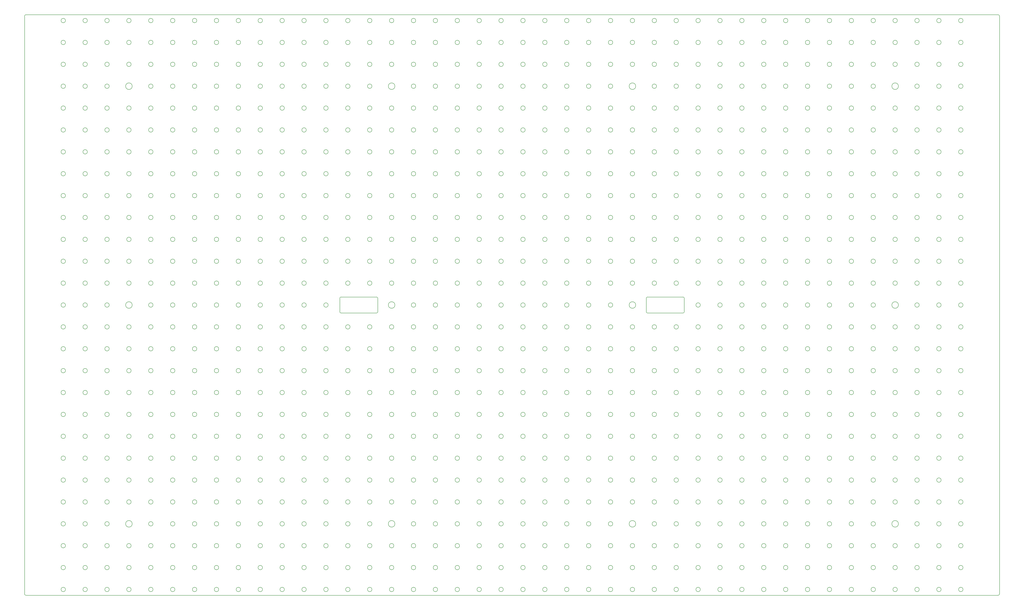
<source format=gbr>
%TF.GenerationSoftware,KiCad,Pcbnew,9.0.5*%
%TF.CreationDate,2025-11-12T08:21:00+01:00*%
%TF.ProjectId,test01,74657374-3031-42e6-9b69-6361645f7063,rev?*%
%TF.SameCoordinates,Original*%
%TF.FileFunction,Profile,NP*%
%FSLAX46Y46*%
G04 Gerber Fmt 4.6, Leading zero omitted, Abs format (unit mm)*
G04 Created by KiCad (PCBNEW 9.0.5) date 2025-11-12 08:21:00*
%MOMM*%
%LPD*%
G01*
G04 APERTURE LIST*
%TA.AperFunction,Profile*%
%ADD10C,0.250000*%
%TD*%
G04 APERTURE END LIST*
D10*
X424499999Y-440499999D02*
G75*
G02*
X421499999Y-440499999I-1500000J0D01*
G01*
X421499999Y-440499999D02*
G75*
G02*
X424499999Y-440499999I1500000J0D01*
G01*
X829499999Y-455499999D02*
G75*
G02*
X826499999Y-455499999I-1500000J0D01*
G01*
X826499999Y-455499999D02*
G75*
G02*
X829499999Y-455499999I1500000J0D01*
G01*
X619499999Y-425499999D02*
G75*
G02*
X616499999Y-425499999I-1500000J0D01*
G01*
X616499999Y-425499999D02*
G75*
G02*
X619499999Y-425499999I1500000J0D01*
G01*
X664499999Y-290499999D02*
G75*
G02*
X661499999Y-290499999I-1500000J0D01*
G01*
X661499999Y-290499999D02*
G75*
G02*
X664499999Y-290499999I1500000J0D01*
G01*
X739499999Y-470499999D02*
G75*
G02*
X736499999Y-470499999I-1500000J0D01*
G01*
X736499999Y-470499999D02*
G75*
G02*
X739499999Y-470499999I1500000J0D01*
G01*
X274499999Y-395499999D02*
G75*
G02*
X271499999Y-395499999I-1500000J0D01*
G01*
X271499999Y-395499999D02*
G75*
G02*
X274499999Y-395499999I1500000J0D01*
G01*
X709499999Y-410499999D02*
G75*
G02*
X706499999Y-410499999I-1500000J0D01*
G01*
X706499999Y-410499999D02*
G75*
G02*
X709499999Y-410499999I1500000J0D01*
G01*
X589499999Y-425499999D02*
G75*
G02*
X586499999Y-425499999I-1500000J0D01*
G01*
X586499999Y-425499999D02*
G75*
G02*
X589499999Y-425499999I1500000J0D01*
G01*
X290249999Y-380499999D02*
G75*
G02*
X285749999Y-380499999I-2250000J0D01*
G01*
X285749999Y-380499999D02*
G75*
G02*
X290249999Y-380499999I2250000J0D01*
G01*
X544499999Y-485499999D02*
G75*
G02*
X541499999Y-485499999I-1500000J0D01*
G01*
X541499999Y-485499999D02*
G75*
G02*
X544499999Y-485499999I1500000J0D01*
G01*
X724499999Y-545499999D02*
G75*
G02*
X721499999Y-545499999I-1500000J0D01*
G01*
X721499999Y-545499999D02*
G75*
G02*
X724499999Y-545499999I1500000J0D01*
G01*
X859499999Y-530499999D02*
G75*
G02*
X856499999Y-530499999I-1500000J0D01*
G01*
X856499999Y-530499999D02*
G75*
G02*
X859499999Y-530499999I1500000J0D01*
G01*
X668499999Y-385199998D02*
G75*
G02*
X667699998Y-385999999I-799999J-2D01*
G01*
X379499999Y-425499999D02*
G75*
G02*
X376499999Y-425499999I-1500000J0D01*
G01*
X376499999Y-425499999D02*
G75*
G02*
X379499999Y-425499999I1500000J0D01*
G01*
X458499999Y-385199998D02*
G75*
G02*
X457699998Y-385999999I-799999J-2D01*
G01*
X829499999Y-440499999D02*
G75*
G02*
X826499999Y-440499999I-1500000J0D01*
G01*
X826499999Y-440499999D02*
G75*
G02*
X829499999Y-440499999I1500000J0D01*
G01*
X814499999Y-575499999D02*
G75*
G02*
X811499999Y-575499999I-1500000J0D01*
G01*
X811499999Y-575499999D02*
G75*
G02*
X814499999Y-575499999I1500000J0D01*
G01*
X409499999Y-275499999D02*
G75*
G02*
X406499999Y-275499999I-1500000J0D01*
G01*
X406499999Y-275499999D02*
G75*
G02*
X409499999Y-275499999I1500000J0D01*
G01*
X574499999Y-455499999D02*
G75*
G02*
X571499999Y-455499999I-1500000J0D01*
G01*
X571499999Y-455499999D02*
G75*
G02*
X574499999Y-455499999I1500000J0D01*
G01*
X394499999Y-440499999D02*
G75*
G02*
X391499999Y-440499999I-1500000J0D01*
G01*
X391499999Y-440499999D02*
G75*
G02*
X394499999Y-440499999I1500000J0D01*
G01*
X559499999Y-575499999D02*
G75*
G02*
X556499999Y-575499999I-1500000J0D01*
G01*
X556499999Y-575499999D02*
G75*
G02*
X559499999Y-575499999I1500000J0D01*
G01*
X859499999Y-260499999D02*
G75*
G02*
X856499999Y-260499999I-1500000J0D01*
G01*
X856499999Y-260499999D02*
G75*
G02*
X859499999Y-260499999I1500000J0D01*
G01*
X529499999Y-485499999D02*
G75*
G02*
X526499999Y-485499999I-1500000J0D01*
G01*
X526499999Y-485499999D02*
G75*
G02*
X529499999Y-485499999I1500000J0D01*
G01*
X844499999Y-395499999D02*
G75*
G02*
X841499999Y-395499999I-1500000J0D01*
G01*
X841499999Y-395499999D02*
G75*
G02*
X844499999Y-395499999I1500000J0D01*
G01*
X454499999Y-185499999D02*
G75*
G02*
X451499999Y-185499999I-1500000J0D01*
G01*
X451499999Y-185499999D02*
G75*
G02*
X454499999Y-185499999I1500000J0D01*
G01*
X769499999Y-500499999D02*
G75*
G02*
X766499999Y-500499999I-1500000J0D01*
G01*
X766499999Y-500499999D02*
G75*
G02*
X769499999Y-500499999I1500000J0D01*
G01*
X634499999Y-575499999D02*
G75*
G02*
X631499999Y-575499999I-1500000J0D01*
G01*
X631499999Y-575499999D02*
G75*
G02*
X634499999Y-575499999I1500000J0D01*
G01*
X844499999Y-500499999D02*
G75*
G02*
X841499999Y-500499999I-1500000J0D01*
G01*
X841499999Y-500499999D02*
G75*
G02*
X844499999Y-500499999I1500000J0D01*
G01*
X739499999Y-575499999D02*
G75*
G02*
X736499999Y-575499999I-1500000J0D01*
G01*
X736499999Y-575499999D02*
G75*
G02*
X739499999Y-575499999I1500000J0D01*
G01*
X259499999Y-515499999D02*
G75*
G02*
X256499999Y-515499999I-1500000J0D01*
G01*
X256499999Y-515499999D02*
G75*
G02*
X259499999Y-515499999I1500000J0D01*
G01*
X844499999Y-410499999D02*
G75*
G02*
X841499999Y-410499999I-1500000J0D01*
G01*
X841499999Y-410499999D02*
G75*
G02*
X844499999Y-410499999I1500000J0D01*
G01*
X604499999Y-545499999D02*
G75*
G02*
X601499999Y-545499999I-1500000J0D01*
G01*
X601499999Y-545499999D02*
G75*
G02*
X604499999Y-545499999I1500000J0D01*
G01*
X574499999Y-320499999D02*
G75*
G02*
X571499999Y-320499999I-1500000J0D01*
G01*
X571499999Y-320499999D02*
G75*
G02*
X574499999Y-320499999I1500000J0D01*
G01*
X379499999Y-335499999D02*
G75*
G02*
X376499999Y-335499999I-1500000J0D01*
G01*
X376499999Y-335499999D02*
G75*
G02*
X379499999Y-335499999I1500000J0D01*
G01*
X319499999Y-230499999D02*
G75*
G02*
X316499999Y-230499999I-1500000J0D01*
G01*
X316499999Y-230499999D02*
G75*
G02*
X319499999Y-230499999I1500000J0D01*
G01*
X454499999Y-515499999D02*
G75*
G02*
X451499999Y-515499999I-1500000J0D01*
G01*
X451499999Y-515499999D02*
G75*
G02*
X454499999Y-515499999I1500000J0D01*
G01*
X274499999Y-500499999D02*
G75*
G02*
X271499999Y-500499999I-1500000J0D01*
G01*
X271499999Y-500499999D02*
G75*
G02*
X274499999Y-500499999I1500000J0D01*
G01*
X364499999Y-335499999D02*
G75*
G02*
X361499999Y-335499999I-1500000J0D01*
G01*
X361499999Y-335499999D02*
G75*
G02*
X364499999Y-335499999I1500000J0D01*
G01*
X559499999Y-335499999D02*
G75*
G02*
X556499999Y-335499999I-1500000J0D01*
G01*
X556499999Y-335499999D02*
G75*
G02*
X559499999Y-335499999I1500000J0D01*
G01*
X259499999Y-245499999D02*
G75*
G02*
X256499999Y-245499999I-1500000J0D01*
G01*
X256499999Y-245499999D02*
G75*
G02*
X259499999Y-245499999I1500000J0D01*
G01*
X649499999Y-530499999D02*
G75*
G02*
X646499999Y-530499999I-1500000J0D01*
G01*
X646499999Y-530499999D02*
G75*
G02*
X649499999Y-530499999I1500000J0D01*
G01*
X217499998Y-579499999D02*
X883500000Y-579499999D01*
X349499999Y-410499999D02*
G75*
G02*
X346499999Y-410499999I-1500000J0D01*
G01*
X346499999Y-410499999D02*
G75*
G02*
X349499999Y-410499999I1500000J0D01*
G01*
X649499999Y-275499999D02*
G75*
G02*
X646499999Y-275499999I-1500000J0D01*
G01*
X646499999Y-275499999D02*
G75*
G02*
X649499999Y-275499999I1500000J0D01*
G01*
X484499999Y-380499999D02*
G75*
G02*
X481499999Y-380499999I-1500000J0D01*
G01*
X481499999Y-380499999D02*
G75*
G02*
X484499999Y-380499999I1500000J0D01*
G01*
X724499999Y-230499999D02*
G75*
G02*
X721499999Y-230499999I-1500000J0D01*
G01*
X721499999Y-230499999D02*
G75*
G02*
X724499999Y-230499999I1500000J0D01*
G01*
X754499999Y-230499999D02*
G75*
G02*
X751499999Y-230499999I-1500000J0D01*
G01*
X751499999Y-230499999D02*
G75*
G02*
X754499999Y-230499999I1500000J0D01*
G01*
X469499999Y-500499999D02*
G75*
G02*
X466499999Y-500499999I-1500000J0D01*
G01*
X466499999Y-500499999D02*
G75*
G02*
X469499999Y-500499999I1500000J0D01*
G01*
X469499999Y-200499999D02*
G75*
G02*
X466499999Y-200499999I-1500000J0D01*
G01*
X466499999Y-200499999D02*
G75*
G02*
X469499999Y-200499999I1500000J0D01*
G01*
X499499999Y-305499999D02*
G75*
G02*
X496499999Y-305499999I-1500000J0D01*
G01*
X496499999Y-305499999D02*
G75*
G02*
X499499999Y-305499999I1500000J0D01*
G01*
X754499999Y-350499999D02*
G75*
G02*
X751499999Y-350499999I-1500000J0D01*
G01*
X751499999Y-350499999D02*
G75*
G02*
X754499999Y-350499999I1500000J0D01*
G01*
X829499999Y-230499999D02*
G75*
G02*
X826499999Y-230499999I-1500000J0D01*
G01*
X826499999Y-230499999D02*
G75*
G02*
X829499999Y-230499999I1500000J0D01*
G01*
X814499999Y-470499999D02*
G75*
G02*
X811499999Y-470499999I-1500000J0D01*
G01*
X811499999Y-470499999D02*
G75*
G02*
X814499999Y-470499999I1500000J0D01*
G01*
X589499999Y-275499999D02*
G75*
G02*
X586499999Y-275499999I-1500000J0D01*
G01*
X586499999Y-275499999D02*
G75*
G02*
X589499999Y-275499999I1500000J0D01*
G01*
X559499999Y-485499999D02*
G75*
G02*
X556499999Y-485499999I-1500000J0D01*
G01*
X556499999Y-485499999D02*
G75*
G02*
X559499999Y-485499999I1500000J0D01*
G01*
X634499999Y-515499999D02*
G75*
G02*
X631499999Y-515499999I-1500000J0D01*
G01*
X631499999Y-515499999D02*
G75*
G02*
X634499999Y-515499999I1500000J0D01*
G01*
X859499999Y-350499999D02*
G75*
G02*
X856499999Y-350499999I-1500000J0D01*
G01*
X856499999Y-350499999D02*
G75*
G02*
X859499999Y-350499999I1500000J0D01*
G01*
X724499999Y-320499999D02*
G75*
G02*
X721499999Y-320499999I-1500000J0D01*
G01*
X721499999Y-320499999D02*
G75*
G02*
X724499999Y-320499999I1500000J0D01*
G01*
X884499999Y-578500000D02*
X884499999Y-182499999D01*
X484499999Y-395499999D02*
G75*
G02*
X481499999Y-395499999I-1500000J0D01*
G01*
X481499999Y-395499999D02*
G75*
G02*
X484499999Y-395499999I1500000J0D01*
G01*
X514499999Y-275499999D02*
G75*
G02*
X511499999Y-275499999I-1500000J0D01*
G01*
X511499999Y-275499999D02*
G75*
G02*
X514499999Y-275499999I1500000J0D01*
G01*
X499499999Y-530499999D02*
G75*
G02*
X496499999Y-530499999I-1500000J0D01*
G01*
X496499999Y-530499999D02*
G75*
G02*
X499499999Y-530499999I1500000J0D01*
G01*
X559499999Y-560499999D02*
G75*
G02*
X556499999Y-560499999I-1500000J0D01*
G01*
X556499999Y-560499999D02*
G75*
G02*
X559499999Y-560499999I1500000J0D01*
G01*
X394499999Y-410499999D02*
G75*
G02*
X391499999Y-410499999I-1500000J0D01*
G01*
X391499999Y-410499999D02*
G75*
G02*
X394499999Y-410499999I1500000J0D01*
G01*
X634499999Y-185499999D02*
G75*
G02*
X631499999Y-185499999I-1500000J0D01*
G01*
X631499999Y-185499999D02*
G75*
G02*
X634499999Y-185499999I1500000J0D01*
G01*
X664499999Y-410499999D02*
G75*
G02*
X661499999Y-410499999I-1500000J0D01*
G01*
X661499999Y-410499999D02*
G75*
G02*
X664499999Y-410499999I1500000J0D01*
G01*
X619499999Y-575499999D02*
G75*
G02*
X616499999Y-575499999I-1500000J0D01*
G01*
X616499999Y-575499999D02*
G75*
G02*
X619499999Y-575499999I1500000J0D01*
G01*
X604499999Y-425499999D02*
G75*
G02*
X601499999Y-425499999I-1500000J0D01*
G01*
X601499999Y-425499999D02*
G75*
G02*
X604499999Y-425499999I1500000J0D01*
G01*
X274499999Y-410499999D02*
G75*
G02*
X271499999Y-410499999I-1500000J0D01*
G01*
X271499999Y-410499999D02*
G75*
G02*
X274499999Y-410499999I1500000J0D01*
G01*
X484499999Y-365499999D02*
G75*
G02*
X481499999Y-365499999I-1500000J0D01*
G01*
X481499999Y-365499999D02*
G75*
G02*
X484499999Y-365499999I1500000J0D01*
G01*
X529499999Y-575499999D02*
G75*
G02*
X526499999Y-575499999I-1500000J0D01*
G01*
X526499999Y-575499999D02*
G75*
G02*
X529499999Y-575499999I1500000J0D01*
G01*
X709499999Y-560499999D02*
G75*
G02*
X706499999Y-560499999I-1500000J0D01*
G01*
X706499999Y-560499999D02*
G75*
G02*
X709499999Y-560499999I1500000J0D01*
G01*
X769499999Y-515499999D02*
G75*
G02*
X766499999Y-515499999I-1500000J0D01*
G01*
X766499999Y-515499999D02*
G75*
G02*
X769499999Y-515499999I1500000J0D01*
G01*
X409499999Y-395499999D02*
G75*
G02*
X406499999Y-395499999I-1500000J0D01*
G01*
X406499999Y-395499999D02*
G75*
G02*
X409499999Y-395499999I1500000J0D01*
G01*
X739499999Y-290499999D02*
G75*
G02*
X736499999Y-290499999I-1500000J0D01*
G01*
X736499999Y-290499999D02*
G75*
G02*
X739499999Y-290499999I1500000J0D01*
G01*
X409499999Y-260499999D02*
G75*
G02*
X406499999Y-260499999I-1500000J0D01*
G01*
X406499999Y-260499999D02*
G75*
G02*
X409499999Y-260499999I1500000J0D01*
G01*
X829499999Y-365499999D02*
G75*
G02*
X826499999Y-365499999I-1500000J0D01*
G01*
X826499999Y-365499999D02*
G75*
G02*
X829499999Y-365499999I1500000J0D01*
G01*
X274499999Y-305499999D02*
G75*
G02*
X271499999Y-305499999I-1500000J0D01*
G01*
X271499999Y-305499999D02*
G75*
G02*
X274499999Y-305499999I1500000J0D01*
G01*
X814499999Y-440499999D02*
G75*
G02*
X811499999Y-440499999I-1500000J0D01*
G01*
X811499999Y-440499999D02*
G75*
G02*
X814499999Y-440499999I1500000J0D01*
G01*
X604499999Y-380499999D02*
G75*
G02*
X601499999Y-380499999I-1500000J0D01*
G01*
X601499999Y-380499999D02*
G75*
G02*
X604499999Y-380499999I1500000J0D01*
G01*
X814499999Y-275499999D02*
G75*
G02*
X811499999Y-275499999I-1500000J0D01*
G01*
X811499999Y-275499999D02*
G75*
G02*
X814499999Y-275499999I1500000J0D01*
G01*
X769499999Y-290499999D02*
G75*
G02*
X766499999Y-290499999I-1500000J0D01*
G01*
X766499999Y-290499999D02*
G75*
G02*
X769499999Y-290499999I1500000J0D01*
G01*
X319499999Y-275499999D02*
G75*
G02*
X316499999Y-275499999I-1500000J0D01*
G01*
X316499999Y-275499999D02*
G75*
G02*
X319499999Y-275499999I1500000J0D01*
G01*
X664499999Y-425499999D02*
G75*
G02*
X661499999Y-425499999I-1500000J0D01*
G01*
X661499999Y-425499999D02*
G75*
G02*
X664499999Y-425499999I1500000J0D01*
G01*
X304499999Y-215499999D02*
G75*
G02*
X301499999Y-215499999I-1500000J0D01*
G01*
X301499999Y-215499999D02*
G75*
G02*
X304499999Y-215499999I1500000J0D01*
G01*
X439499999Y-455499999D02*
G75*
G02*
X436499999Y-455499999I-1500000J0D01*
G01*
X436499999Y-455499999D02*
G75*
G02*
X439499999Y-455499999I1500000J0D01*
G01*
X679499999Y-440499999D02*
G75*
G02*
X676499999Y-440499999I-1500000J0D01*
G01*
X676499999Y-440499999D02*
G75*
G02*
X679499999Y-440499999I1500000J0D01*
G01*
X859499999Y-335499999D02*
G75*
G02*
X856499999Y-335499999I-1500000J0D01*
G01*
X856499999Y-335499999D02*
G75*
G02*
X859499999Y-335499999I1500000J0D01*
G01*
X319499999Y-305499999D02*
G75*
G02*
X316499999Y-305499999I-1500000J0D01*
G01*
X316499999Y-305499999D02*
G75*
G02*
X319499999Y-305499999I1500000J0D01*
G01*
X244499999Y-260499999D02*
G75*
G02*
X241499999Y-260499999I-1500000J0D01*
G01*
X241499999Y-260499999D02*
G75*
G02*
X244499999Y-260499999I1500000J0D01*
G01*
X439499999Y-410499999D02*
G75*
G02*
X436499999Y-410499999I-1500000J0D01*
G01*
X436499999Y-410499999D02*
G75*
G02*
X439499999Y-410499999I1500000J0D01*
G01*
X739499999Y-305499999D02*
G75*
G02*
X736499999Y-305499999I-1500000J0D01*
G01*
X736499999Y-305499999D02*
G75*
G02*
X739499999Y-305499999I1500000J0D01*
G01*
X844499999Y-380499999D02*
G75*
G02*
X841499999Y-380499999I-1500000J0D01*
G01*
X841499999Y-380499999D02*
G75*
G02*
X844499999Y-380499999I1500000J0D01*
G01*
X769499999Y-200499999D02*
G75*
G02*
X766499999Y-200499999I-1500000J0D01*
G01*
X766499999Y-200499999D02*
G75*
G02*
X769499999Y-200499999I1500000J0D01*
G01*
X634499999Y-350499999D02*
G75*
G02*
X631499999Y-350499999I-1500000J0D01*
G01*
X631499999Y-350499999D02*
G75*
G02*
X634499999Y-350499999I1500000J0D01*
G01*
X829499999Y-500499999D02*
G75*
G02*
X826499999Y-500499999I-1500000J0D01*
G01*
X826499999Y-500499999D02*
G75*
G02*
X829499999Y-500499999I1500000J0D01*
G01*
X334499999Y-545499999D02*
G75*
G02*
X331499999Y-545499999I-1500000J0D01*
G01*
X331499999Y-545499999D02*
G75*
G02*
X334499999Y-545499999I1500000J0D01*
G01*
X574499999Y-425499999D02*
G75*
G02*
X571499999Y-425499999I-1500000J0D01*
G01*
X571499999Y-425499999D02*
G75*
G02*
X574499999Y-425499999I1500000J0D01*
G01*
X319499999Y-440499999D02*
G75*
G02*
X316499999Y-440499999I-1500000J0D01*
G01*
X316499999Y-440499999D02*
G75*
G02*
X319499999Y-440499999I1500000J0D01*
G01*
X469499999Y-455499999D02*
G75*
G02*
X466499999Y-455499999I-1500000J0D01*
G01*
X466499999Y-455499999D02*
G75*
G02*
X469499999Y-455499999I1500000J0D01*
G01*
X784499999Y-380499999D02*
G75*
G02*
X781499999Y-380499999I-1500000J0D01*
G01*
X781499999Y-380499999D02*
G75*
G02*
X784499999Y-380499999I1500000J0D01*
G01*
X814499999Y-290499999D02*
G75*
G02*
X811499999Y-290499999I-1500000J0D01*
G01*
X811499999Y-290499999D02*
G75*
G02*
X814499999Y-290499999I1500000J0D01*
G01*
X439499999Y-305499999D02*
G75*
G02*
X436499999Y-305499999I-1500000J0D01*
G01*
X436499999Y-305499999D02*
G75*
G02*
X439499999Y-305499999I1500000J0D01*
G01*
X559499999Y-320499999D02*
G75*
G02*
X556499999Y-320499999I-1500000J0D01*
G01*
X556499999Y-320499999D02*
G75*
G02*
X559499999Y-320499999I1500000J0D01*
G01*
X604499999Y-410499999D02*
G75*
G02*
X601499999Y-410499999I-1500000J0D01*
G01*
X601499999Y-410499999D02*
G75*
G02*
X604499999Y-410499999I1500000J0D01*
G01*
X484499999Y-230499999D02*
G75*
G02*
X481499999Y-230499999I-1500000J0D01*
G01*
X481499999Y-230499999D02*
G75*
G02*
X484499999Y-230499999I1500000J0D01*
G01*
X589499999Y-350499999D02*
G75*
G02*
X586499999Y-350499999I-1500000J0D01*
G01*
X586499999Y-350499999D02*
G75*
G02*
X589499999Y-350499999I1500000J0D01*
G01*
X709499999Y-455499999D02*
G75*
G02*
X706499999Y-455499999I-1500000J0D01*
G01*
X706499999Y-455499999D02*
G75*
G02*
X709499999Y-455499999I1500000J0D01*
G01*
X769499999Y-365499999D02*
G75*
G02*
X766499999Y-365499999I-1500000J0D01*
G01*
X766499999Y-365499999D02*
G75*
G02*
X769499999Y-365499999I1500000J0D01*
G01*
X724499999Y-455499999D02*
G75*
G02*
X721499999Y-455499999I-1500000J0D01*
G01*
X721499999Y-455499999D02*
G75*
G02*
X724499999Y-455499999I1500000J0D01*
G01*
X799499999Y-350499999D02*
G75*
G02*
X796499999Y-350499999I-1500000J0D01*
G01*
X796499999Y-350499999D02*
G75*
G02*
X799499999Y-350499999I1500000J0D01*
G01*
X769499999Y-215499999D02*
G75*
G02*
X766499999Y-215499999I-1500000J0D01*
G01*
X766499999Y-215499999D02*
G75*
G02*
X769499999Y-215499999I1500000J0D01*
G01*
X529499999Y-275499999D02*
G75*
G02*
X526499999Y-275499999I-1500000J0D01*
G01*
X526499999Y-275499999D02*
G75*
G02*
X529499999Y-275499999I1500000J0D01*
G01*
X784499999Y-275499999D02*
G75*
G02*
X781499999Y-275499999I-1500000J0D01*
G01*
X781499999Y-275499999D02*
G75*
G02*
X784499999Y-275499999I1500000J0D01*
G01*
X289499999Y-260499999D02*
G75*
G02*
X286499999Y-260499999I-1500000J0D01*
G01*
X286499999Y-260499999D02*
G75*
G02*
X289499999Y-260499999I1500000J0D01*
G01*
X544499999Y-260499999D02*
G75*
G02*
X541499999Y-260499999I-1500000J0D01*
G01*
X541499999Y-260499999D02*
G75*
G02*
X544499999Y-260499999I1500000J0D01*
G01*
X634499999Y-455499999D02*
G75*
G02*
X631499999Y-455499999I-1500000J0D01*
G01*
X631499999Y-455499999D02*
G75*
G02*
X634499999Y-455499999I1500000J0D01*
G01*
X439499999Y-425499999D02*
G75*
G02*
X436499999Y-425499999I-1500000J0D01*
G01*
X436499999Y-425499999D02*
G75*
G02*
X439499999Y-425499999I1500000J0D01*
G01*
X544499999Y-455499999D02*
G75*
G02*
X541499999Y-455499999I-1500000J0D01*
G01*
X541499999Y-455499999D02*
G75*
G02*
X544499999Y-455499999I1500000J0D01*
G01*
X634499999Y-365499999D02*
G75*
G02*
X631499999Y-365499999I-1500000J0D01*
G01*
X631499999Y-365499999D02*
G75*
G02*
X634499999Y-365499999I1500000J0D01*
G01*
X304499999Y-320499999D02*
G75*
G02*
X301499999Y-320499999I-1500000J0D01*
G01*
X301499999Y-320499999D02*
G75*
G02*
X304499999Y-320499999I1500000J0D01*
G01*
X769499999Y-575499999D02*
G75*
G02*
X766499999Y-575499999I-1500000J0D01*
G01*
X766499999Y-575499999D02*
G75*
G02*
X769499999Y-575499999I1500000J0D01*
G01*
X529499999Y-545499999D02*
G75*
G02*
X526499999Y-545499999I-1500000J0D01*
G01*
X526499999Y-545499999D02*
G75*
G02*
X529499999Y-545499999I1500000J0D01*
G01*
X514499999Y-290499999D02*
G75*
G02*
X511499999Y-290499999I-1500000J0D01*
G01*
X511499999Y-290499999D02*
G75*
G02*
X514499999Y-290499999I1500000J0D01*
G01*
X439499999Y-485499999D02*
G75*
G02*
X436499999Y-485499999I-1500000J0D01*
G01*
X436499999Y-485499999D02*
G75*
G02*
X439499999Y-485499999I1500000J0D01*
G01*
X289499999Y-515499999D02*
G75*
G02*
X286499999Y-515499999I-1500000J0D01*
G01*
X286499999Y-515499999D02*
G75*
G02*
X289499999Y-515499999I1500000J0D01*
G01*
X829499999Y-575499999D02*
G75*
G02*
X826499999Y-575499999I-1500000J0D01*
G01*
X826499999Y-575499999D02*
G75*
G02*
X829499999Y-575499999I1500000J0D01*
G01*
X514499999Y-365499999D02*
G75*
G02*
X511499999Y-365499999I-1500000J0D01*
G01*
X511499999Y-365499999D02*
G75*
G02*
X514499999Y-365499999I1500000J0D01*
G01*
X634499999Y-485499999D02*
G75*
G02*
X631499999Y-485499999I-1500000J0D01*
G01*
X631499999Y-485499999D02*
G75*
G02*
X634499999Y-485499999I1500000J0D01*
G01*
X364499999Y-230499999D02*
G75*
G02*
X361499999Y-230499999I-1500000J0D01*
G01*
X361499999Y-230499999D02*
G75*
G02*
X364499999Y-230499999I1500000J0D01*
G01*
X439499999Y-365499999D02*
G75*
G02*
X436499999Y-365499999I-1500000J0D01*
G01*
X436499999Y-365499999D02*
G75*
G02*
X439499999Y-365499999I1500000J0D01*
G01*
X664499999Y-320499999D02*
G75*
G02*
X661499999Y-320499999I-1500000J0D01*
G01*
X661499999Y-320499999D02*
G75*
G02*
X664499999Y-320499999I1500000J0D01*
G01*
X319499999Y-320499999D02*
G75*
G02*
X316499999Y-320499999I-1500000J0D01*
G01*
X316499999Y-320499999D02*
G75*
G02*
X319499999Y-320499999I1500000J0D01*
G01*
X424499999Y-515499999D02*
G75*
G02*
X421499999Y-515499999I-1500000J0D01*
G01*
X421499999Y-515499999D02*
G75*
G02*
X424499999Y-515499999I1500000J0D01*
G01*
X679499999Y-380499999D02*
G75*
G02*
X676499999Y-380499999I-1500000J0D01*
G01*
X676499999Y-380499999D02*
G75*
G02*
X679499999Y-380499999I1500000J0D01*
G01*
X544499999Y-365499999D02*
G75*
G02*
X541499999Y-365499999I-1500000J0D01*
G01*
X541499999Y-365499999D02*
G75*
G02*
X544499999Y-365499999I1500000J0D01*
G01*
X349499999Y-440499999D02*
G75*
G02*
X346499999Y-440499999I-1500000J0D01*
G01*
X346499999Y-440499999D02*
G75*
G02*
X349499999Y-440499999I1500000J0D01*
G01*
X364499999Y-530499999D02*
G75*
G02*
X361499999Y-530499999I-1500000J0D01*
G01*
X361499999Y-530499999D02*
G75*
G02*
X364499999Y-530499999I1500000J0D01*
G01*
X784499999Y-545499999D02*
G75*
G02*
X781499999Y-545499999I-1500000J0D01*
G01*
X781499999Y-545499999D02*
G75*
G02*
X784499999Y-545499999I1500000J0D01*
G01*
X634499999Y-440499999D02*
G75*
G02*
X631499999Y-440499999I-1500000J0D01*
G01*
X631499999Y-440499999D02*
G75*
G02*
X634499999Y-440499999I1500000J0D01*
G01*
X349499999Y-275499999D02*
G75*
G02*
X346499999Y-275499999I-1500000J0D01*
G01*
X346499999Y-275499999D02*
G75*
G02*
X349499999Y-275499999I1500000J0D01*
G01*
X364499999Y-275499999D02*
G75*
G02*
X361499999Y-275499999I-1500000J0D01*
G01*
X361499999Y-275499999D02*
G75*
G02*
X364499999Y-275499999I1500000J0D01*
G01*
X259499999Y-425499999D02*
G75*
G02*
X256499999Y-425499999I-1500000J0D01*
G01*
X256499999Y-425499999D02*
G75*
G02*
X259499999Y-425499999I1500000J0D01*
G01*
X454499999Y-560499999D02*
G75*
G02*
X451499999Y-560499999I-1500000J0D01*
G01*
X451499999Y-560499999D02*
G75*
G02*
X454499999Y-560499999I1500000J0D01*
G01*
X649499999Y-485499999D02*
G75*
G02*
X646499999Y-485499999I-1500000J0D01*
G01*
X646499999Y-485499999D02*
G75*
G02*
X649499999Y-485499999I1500000J0D01*
G01*
X559499999Y-260499999D02*
G75*
G02*
X556499999Y-260499999I-1500000J0D01*
G01*
X556499999Y-260499999D02*
G75*
G02*
X559499999Y-260499999I1500000J0D01*
G01*
X604499999Y-515499999D02*
G75*
G02*
X601499999Y-515499999I-1500000J0D01*
G01*
X601499999Y-515499999D02*
G75*
G02*
X604499999Y-515499999I1500000J0D01*
G01*
X589499999Y-260499999D02*
G75*
G02*
X586499999Y-260499999I-1500000J0D01*
G01*
X586499999Y-260499999D02*
G75*
G02*
X589499999Y-260499999I1500000J0D01*
G01*
X244499999Y-530499999D02*
G75*
G02*
X241499999Y-530499999I-1500000J0D01*
G01*
X241499999Y-530499999D02*
G75*
G02*
X244499999Y-530499999I1500000J0D01*
G01*
X589499999Y-290499999D02*
G75*
G02*
X586499999Y-290499999I-1500000J0D01*
G01*
X586499999Y-290499999D02*
G75*
G02*
X589499999Y-290499999I1500000J0D01*
G01*
X274499999Y-515499999D02*
G75*
G02*
X271499999Y-515499999I-1500000J0D01*
G01*
X271499999Y-515499999D02*
G75*
G02*
X274499999Y-515499999I1500000J0D01*
G01*
X409499999Y-380499999D02*
G75*
G02*
X406499999Y-380499999I-1500000J0D01*
G01*
X406499999Y-380499999D02*
G75*
G02*
X409499999Y-380499999I1500000J0D01*
G01*
X304499999Y-185499999D02*
G75*
G02*
X301499999Y-185499999I-1500000J0D01*
G01*
X301499999Y-185499999D02*
G75*
G02*
X304499999Y-185499999I1500000J0D01*
G01*
X859499999Y-500499999D02*
G75*
G02*
X856499999Y-500499999I-1500000J0D01*
G01*
X856499999Y-500499999D02*
G75*
G02*
X859499999Y-500499999I1500000J0D01*
G01*
X679499999Y-515499999D02*
G75*
G02*
X676499999Y-515499999I-1500000J0D01*
G01*
X676499999Y-515499999D02*
G75*
G02*
X679499999Y-515499999I1500000J0D01*
G01*
X694499999Y-470499999D02*
G75*
G02*
X691499999Y-470499999I-1500000J0D01*
G01*
X691499999Y-470499999D02*
G75*
G02*
X694499999Y-470499999I1500000J0D01*
G01*
X829499999Y-485499999D02*
G75*
G02*
X826499999Y-485499999I-1500000J0D01*
G01*
X826499999Y-485499999D02*
G75*
G02*
X829499999Y-485499999I1500000J0D01*
G01*
X799499999Y-245499999D02*
G75*
G02*
X796499999Y-245499999I-1500000J0D01*
G01*
X796499999Y-245499999D02*
G75*
G02*
X799499999Y-245499999I1500000J0D01*
G01*
X814499999Y-320499999D02*
G75*
G02*
X811499999Y-320499999I-1500000J0D01*
G01*
X811499999Y-320499999D02*
G75*
G02*
X814499999Y-320499999I1500000J0D01*
G01*
X379499999Y-410499999D02*
G75*
G02*
X376499999Y-410499999I-1500000J0D01*
G01*
X376499999Y-410499999D02*
G75*
G02*
X379499999Y-410499999I1500000J0D01*
G01*
X334499999Y-245499999D02*
G75*
G02*
X331499999Y-245499999I-1500000J0D01*
G01*
X331499999Y-245499999D02*
G75*
G02*
X334499999Y-245499999I1500000J0D01*
G01*
X784499999Y-455499999D02*
G75*
G02*
X781499999Y-455499999I-1500000J0D01*
G01*
X781499999Y-455499999D02*
G75*
G02*
X784499999Y-455499999I1500000J0D01*
G01*
X259499999Y-440499999D02*
G75*
G02*
X256499999Y-440499999I-1500000J0D01*
G01*
X256499999Y-440499999D02*
G75*
G02*
X259499999Y-440499999I1500000J0D01*
G01*
X514499999Y-245499999D02*
G75*
G02*
X511499999Y-245499999I-1500000J0D01*
G01*
X511499999Y-245499999D02*
G75*
G02*
X514499999Y-245499999I1500000J0D01*
G01*
X454499999Y-500499999D02*
G75*
G02*
X451499999Y-500499999I-1500000J0D01*
G01*
X451499999Y-500499999D02*
G75*
G02*
X454499999Y-500499999I1500000J0D01*
G01*
X289499999Y-365499999D02*
G75*
G02*
X286499999Y-365499999I-1500000J0D01*
G01*
X286499999Y-365499999D02*
G75*
G02*
X289499999Y-365499999I1500000J0D01*
G01*
X619499999Y-395499999D02*
G75*
G02*
X616499999Y-395499999I-1500000J0D01*
G01*
X616499999Y-395499999D02*
G75*
G02*
X619499999Y-395499999I1500000J0D01*
G01*
X799499999Y-395499999D02*
G75*
G02*
X796499999Y-395499999I-1500000J0D01*
G01*
X796499999Y-395499999D02*
G75*
G02*
X799499999Y-395499999I1500000J0D01*
G01*
X259499999Y-470499999D02*
G75*
G02*
X256499999Y-470499999I-1500000J0D01*
G01*
X256499999Y-470499999D02*
G75*
G02*
X259499999Y-470499999I1500000J0D01*
G01*
X829499999Y-350499999D02*
G75*
G02*
X826499999Y-350499999I-1500000J0D01*
G01*
X826499999Y-350499999D02*
G75*
G02*
X829499999Y-350499999I1500000J0D01*
G01*
X349499999Y-200499999D02*
G75*
G02*
X346499999Y-200499999I-1500000J0D01*
G01*
X346499999Y-200499999D02*
G75*
G02*
X349499999Y-200499999I1500000J0D01*
G01*
X559499999Y-365499999D02*
G75*
G02*
X556499999Y-365499999I-1500000J0D01*
G01*
X556499999Y-365499999D02*
G75*
G02*
X559499999Y-365499999I1500000J0D01*
G01*
X304499999Y-575499999D02*
G75*
G02*
X301499999Y-575499999I-1500000J0D01*
G01*
X301499999Y-575499999D02*
G75*
G02*
X304499999Y-575499999I1500000J0D01*
G01*
X709499999Y-335499999D02*
G75*
G02*
X706499999Y-335499999I-1500000J0D01*
G01*
X706499999Y-335499999D02*
G75*
G02*
X709499999Y-335499999I1500000J0D01*
G01*
X379499999Y-560499999D02*
G75*
G02*
X376499999Y-560499999I-1500000J0D01*
G01*
X376499999Y-560499999D02*
G75*
G02*
X379499999Y-560499999I1500000J0D01*
G01*
X544499999Y-410499999D02*
G75*
G02*
X541499999Y-410499999I-1500000J0D01*
G01*
X541499999Y-410499999D02*
G75*
G02*
X544499999Y-410499999I1500000J0D01*
G01*
X814499999Y-215499999D02*
G75*
G02*
X811499999Y-215499999I-1500000J0D01*
G01*
X811499999Y-215499999D02*
G75*
G02*
X814499999Y-215499999I1500000J0D01*
G01*
X859499999Y-305499999D02*
G75*
G02*
X856499999Y-305499999I-1500000J0D01*
G01*
X856499999Y-305499999D02*
G75*
G02*
X859499999Y-305499999I1500000J0D01*
G01*
X364499999Y-560499999D02*
G75*
G02*
X361499999Y-560499999I-1500000J0D01*
G01*
X361499999Y-560499999D02*
G75*
G02*
X364499999Y-560499999I1500000J0D01*
G01*
X679499999Y-215499999D02*
G75*
G02*
X676499999Y-215499999I-1500000J0D01*
G01*
X676499999Y-215499999D02*
G75*
G02*
X679499999Y-215499999I1500000J0D01*
G01*
X379499999Y-380499999D02*
G75*
G02*
X376499999Y-380499999I-1500000J0D01*
G01*
X376499999Y-380499999D02*
G75*
G02*
X379499999Y-380499999I1500000J0D01*
G01*
X619499999Y-350499999D02*
G75*
G02*
X616499999Y-350499999I-1500000J0D01*
G01*
X616499999Y-350499999D02*
G75*
G02*
X619499999Y-350499999I1500000J0D01*
G01*
X769499999Y-335499999D02*
G75*
G02*
X766499999Y-335499999I-1500000J0D01*
G01*
X766499999Y-335499999D02*
G75*
G02*
X769499999Y-335499999I1500000J0D01*
G01*
X244499999Y-305499999D02*
G75*
G02*
X241499999Y-305499999I-1500000J0D01*
G01*
X241499999Y-305499999D02*
G75*
G02*
X244499999Y-305499999I1500000J0D01*
G01*
X259499999Y-410499999D02*
G75*
G02*
X256499999Y-410499999I-1500000J0D01*
G01*
X256499999Y-410499999D02*
G75*
G02*
X259499999Y-410499999I1500000J0D01*
G01*
X349499999Y-350499999D02*
G75*
G02*
X346499999Y-350499999I-1500000J0D01*
G01*
X346499999Y-350499999D02*
G75*
G02*
X349499999Y-350499999I1500000J0D01*
G01*
X319499999Y-470499999D02*
G75*
G02*
X316499999Y-470499999I-1500000J0D01*
G01*
X316499999Y-470499999D02*
G75*
G02*
X319499999Y-470499999I1500000J0D01*
G01*
X649499999Y-215499999D02*
G75*
G02*
X646499999Y-215499999I-1500000J0D01*
G01*
X646499999Y-215499999D02*
G75*
G02*
X649499999Y-215499999I1500000J0D01*
G01*
X424499999Y-230499999D02*
G75*
G02*
X421499999Y-230499999I-1500000J0D01*
G01*
X421499999Y-230499999D02*
G75*
G02*
X424499999Y-230499999I1500000J0D01*
G01*
X799499999Y-440499999D02*
G75*
G02*
X796499999Y-440499999I-1500000J0D01*
G01*
X796499999Y-440499999D02*
G75*
G02*
X799499999Y-440499999I1500000J0D01*
G01*
X409499999Y-545499999D02*
G75*
G02*
X406499999Y-545499999I-1500000J0D01*
G01*
X406499999Y-545499999D02*
G75*
G02*
X409499999Y-545499999I1500000J0D01*
G01*
X529499999Y-440499999D02*
G75*
G02*
X526499999Y-440499999I-1500000J0D01*
G01*
X526499999Y-440499999D02*
G75*
G02*
X529499999Y-440499999I1500000J0D01*
G01*
X859499999Y-455499999D02*
G75*
G02*
X856499999Y-455499999I-1500000J0D01*
G01*
X856499999Y-455499999D02*
G75*
G02*
X859499999Y-455499999I1500000J0D01*
G01*
X274499999Y-260499999D02*
G75*
G02*
X271499999Y-260499999I-1500000J0D01*
G01*
X271499999Y-260499999D02*
G75*
G02*
X274499999Y-260499999I1500000J0D01*
G01*
X754499999Y-470499999D02*
G75*
G02*
X751499999Y-470499999I-1500000J0D01*
G01*
X751499999Y-470499999D02*
G75*
G02*
X754499999Y-470499999I1500000J0D01*
G01*
X364499999Y-320499999D02*
G75*
G02*
X361499999Y-320499999I-1500000J0D01*
G01*
X361499999Y-320499999D02*
G75*
G02*
X364499999Y-320499999I1500000J0D01*
G01*
X679499999Y-350499999D02*
G75*
G02*
X676499999Y-350499999I-1500000J0D01*
G01*
X676499999Y-350499999D02*
G75*
G02*
X679499999Y-350499999I1500000J0D01*
G01*
X544499999Y-305499999D02*
G75*
G02*
X541499999Y-305499999I-1500000J0D01*
G01*
X541499999Y-305499999D02*
G75*
G02*
X544499999Y-305499999I1500000J0D01*
G01*
X589499999Y-410499999D02*
G75*
G02*
X586499999Y-410499999I-1500000J0D01*
G01*
X586499999Y-410499999D02*
G75*
G02*
X589499999Y-410499999I1500000J0D01*
G01*
X349499999Y-560499999D02*
G75*
G02*
X346499999Y-560499999I-1500000J0D01*
G01*
X346499999Y-560499999D02*
G75*
G02*
X349499999Y-560499999I1500000J0D01*
G01*
X589499999Y-440499999D02*
G75*
G02*
X586499999Y-440499999I-1500000J0D01*
G01*
X586499999Y-440499999D02*
G75*
G02*
X589499999Y-440499999I1500000J0D01*
G01*
X634499999Y-320499999D02*
G75*
G02*
X631499999Y-320499999I-1500000J0D01*
G01*
X631499999Y-320499999D02*
G75*
G02*
X634499999Y-320499999I1500000J0D01*
G01*
X289499999Y-470499999D02*
G75*
G02*
X286499999Y-470499999I-1500000J0D01*
G01*
X286499999Y-470499999D02*
G75*
G02*
X289499999Y-470499999I1500000J0D01*
G01*
X334499999Y-260499999D02*
G75*
G02*
X331499999Y-260499999I-1500000J0D01*
G01*
X331499999Y-260499999D02*
G75*
G02*
X334499999Y-260499999I1500000J0D01*
G01*
X529499999Y-365499999D02*
G75*
G02*
X526499999Y-365499999I-1500000J0D01*
G01*
X526499999Y-365499999D02*
G75*
G02*
X529499999Y-365499999I1500000J0D01*
G01*
X649499999Y-470499999D02*
G75*
G02*
X646499999Y-470499999I-1500000J0D01*
G01*
X646499999Y-470499999D02*
G75*
G02*
X649499999Y-470499999I1500000J0D01*
G01*
X604499999Y-365499999D02*
G75*
G02*
X601499999Y-365499999I-1500000J0D01*
G01*
X601499999Y-365499999D02*
G75*
G02*
X604499999Y-365499999I1500000J0D01*
G01*
X544499999Y-320499999D02*
G75*
G02*
X541499999Y-320499999I-1500000J0D01*
G01*
X541499999Y-320499999D02*
G75*
G02*
X544499999Y-320499999I1500000J0D01*
G01*
X604499999Y-560499999D02*
G75*
G02*
X601499999Y-560499999I-1500000J0D01*
G01*
X601499999Y-560499999D02*
G75*
G02*
X604499999Y-560499999I1500000J0D01*
G01*
X815249999Y-380499999D02*
G75*
G02*
X810749999Y-380499999I-2250000J0D01*
G01*
X810749999Y-380499999D02*
G75*
G02*
X815249999Y-380499999I2250000J0D01*
G01*
X259499999Y-500499999D02*
G75*
G02*
X256499999Y-500499999I-1500000J0D01*
G01*
X256499999Y-500499999D02*
G75*
G02*
X259499999Y-500499999I1500000J0D01*
G01*
X664499999Y-185499999D02*
G75*
G02*
X661499999Y-185499999I-1500000J0D01*
G01*
X661499999Y-185499999D02*
G75*
G02*
X664499999Y-185499999I1500000J0D01*
G01*
X484499999Y-185499999D02*
G75*
G02*
X481499999Y-185499999I-1500000J0D01*
G01*
X481499999Y-185499999D02*
G75*
G02*
X484499999Y-185499999I1500000J0D01*
G01*
X484499999Y-200499999D02*
G75*
G02*
X481499999Y-200499999I-1500000J0D01*
G01*
X481499999Y-200499999D02*
G75*
G02*
X484499999Y-200499999I1500000J0D01*
G01*
X529499999Y-215499999D02*
G75*
G02*
X526499999Y-215499999I-1500000J0D01*
G01*
X526499999Y-215499999D02*
G75*
G02*
X529499999Y-215499999I1500000J0D01*
G01*
X694499999Y-425499999D02*
G75*
G02*
X691499999Y-425499999I-1500000J0D01*
G01*
X691499999Y-425499999D02*
G75*
G02*
X694499999Y-425499999I1500000J0D01*
G01*
X274499999Y-335499999D02*
G75*
G02*
X271499999Y-335499999I-1500000J0D01*
G01*
X271499999Y-335499999D02*
G75*
G02*
X274499999Y-335499999I1500000J0D01*
G01*
X319499999Y-575499999D02*
G75*
G02*
X316499999Y-575499999I-1500000J0D01*
G01*
X316499999Y-575499999D02*
G75*
G02*
X319499999Y-575499999I1500000J0D01*
G01*
X274499999Y-545499999D02*
G75*
G02*
X271499999Y-545499999I-1500000J0D01*
G01*
X271499999Y-545499999D02*
G75*
G02*
X274499999Y-545499999I1500000J0D01*
G01*
X664499999Y-455499999D02*
G75*
G02*
X661499999Y-455499999I-1500000J0D01*
G01*
X661499999Y-455499999D02*
G75*
G02*
X664499999Y-455499999I1500000J0D01*
G01*
X619499999Y-380499999D02*
G75*
G02*
X616499999Y-380499999I-1500000J0D01*
G01*
X616499999Y-380499999D02*
G75*
G02*
X619499999Y-380499999I1500000J0D01*
G01*
X514499999Y-335499999D02*
G75*
G02*
X511499999Y-335499999I-1500000J0D01*
G01*
X511499999Y-335499999D02*
G75*
G02*
X514499999Y-335499999I1500000J0D01*
G01*
X754499999Y-410499999D02*
G75*
G02*
X751499999Y-410499999I-1500000J0D01*
G01*
X751499999Y-410499999D02*
G75*
G02*
X754499999Y-410499999I1500000J0D01*
G01*
X814499999Y-335499999D02*
G75*
G02*
X811499999Y-335499999I-1500000J0D01*
G01*
X811499999Y-335499999D02*
G75*
G02*
X814499999Y-335499999I1500000J0D01*
G01*
X244499999Y-335499999D02*
G75*
G02*
X241499999Y-335499999I-1500000J0D01*
G01*
X241499999Y-335499999D02*
G75*
G02*
X244499999Y-335499999I1500000J0D01*
G01*
X664499999Y-500499999D02*
G75*
G02*
X661499999Y-500499999I-1500000J0D01*
G01*
X661499999Y-500499999D02*
G75*
G02*
X664499999Y-500499999I1500000J0D01*
G01*
X379499999Y-485499999D02*
G75*
G02*
X376499999Y-485499999I-1500000J0D01*
G01*
X376499999Y-485499999D02*
G75*
G02*
X379499999Y-485499999I1500000J0D01*
G01*
X499499999Y-410499999D02*
G75*
G02*
X496499999Y-410499999I-1500000J0D01*
G01*
X496499999Y-410499999D02*
G75*
G02*
X499499999Y-410499999I1500000J0D01*
G01*
X290249999Y-530499999D02*
G75*
G02*
X285749999Y-530499999I-2250000J0D01*
G01*
X285749999Y-530499999D02*
G75*
G02*
X290249999Y-530499999I2250000J0D01*
G01*
X289499999Y-545499999D02*
G75*
G02*
X286499999Y-545499999I-1500000J0D01*
G01*
X286499999Y-545499999D02*
G75*
G02*
X289499999Y-545499999I1500000J0D01*
G01*
X649499999Y-185499999D02*
G75*
G02*
X646499999Y-185499999I-1500000J0D01*
G01*
X646499999Y-185499999D02*
G75*
G02*
X649499999Y-185499999I1500000J0D01*
G01*
X289499999Y-215499999D02*
G75*
G02*
X286499999Y-215499999I-1500000J0D01*
G01*
X286499999Y-215499999D02*
G75*
G02*
X289499999Y-215499999I1500000J0D01*
G01*
X649499999Y-545499999D02*
G75*
G02*
X646499999Y-545499999I-1500000J0D01*
G01*
X646499999Y-545499999D02*
G75*
G02*
X649499999Y-545499999I1500000J0D01*
G01*
X604499999Y-260499999D02*
G75*
G02*
X601499999Y-260499999I-1500000J0D01*
G01*
X601499999Y-260499999D02*
G75*
G02*
X604499999Y-260499999I1500000J0D01*
G01*
X304499999Y-440499999D02*
G75*
G02*
X301499999Y-440499999I-1500000J0D01*
G01*
X301499999Y-440499999D02*
G75*
G02*
X304499999Y-440499999I1500000J0D01*
G01*
X394499999Y-485499999D02*
G75*
G02*
X391499999Y-485499999I-1500000J0D01*
G01*
X391499999Y-485499999D02*
G75*
G02*
X394499999Y-485499999I1500000J0D01*
G01*
X244499999Y-200499999D02*
G75*
G02*
X241499999Y-200499999I-1500000J0D01*
G01*
X241499999Y-200499999D02*
G75*
G02*
X244499999Y-200499999I1500000J0D01*
G01*
X394499999Y-455499999D02*
G75*
G02*
X391499999Y-455499999I-1500000J0D01*
G01*
X391499999Y-455499999D02*
G75*
G02*
X394499999Y-455499999I1500000J0D01*
G01*
X664499999Y-305499999D02*
G75*
G02*
X661499999Y-305499999I-1500000J0D01*
G01*
X661499999Y-305499999D02*
G75*
G02*
X664499999Y-305499999I1500000J0D01*
G01*
X439499999Y-215499999D02*
G75*
G02*
X436499999Y-215499999I-1500000J0D01*
G01*
X436499999Y-215499999D02*
G75*
G02*
X439499999Y-215499999I1500000J0D01*
G01*
X754499999Y-305499999D02*
G75*
G02*
X751499999Y-305499999I-1500000J0D01*
G01*
X751499999Y-305499999D02*
G75*
G02*
X754499999Y-305499999I1500000J0D01*
G01*
X469499999Y-260499999D02*
G75*
G02*
X466499999Y-260499999I-1500000J0D01*
G01*
X466499999Y-260499999D02*
G75*
G02*
X469499999Y-260499999I1500000J0D01*
G01*
X364499999Y-245499999D02*
G75*
G02*
X361499999Y-245499999I-1500000J0D01*
G01*
X361499999Y-245499999D02*
G75*
G02*
X364499999Y-245499999I1500000J0D01*
G01*
X844499999Y-215499999D02*
G75*
G02*
X841499999Y-215499999I-1500000J0D01*
G01*
X841499999Y-215499999D02*
G75*
G02*
X844499999Y-215499999I1500000J0D01*
G01*
X514499999Y-485499999D02*
G75*
G02*
X511499999Y-485499999I-1500000J0D01*
G01*
X511499999Y-485499999D02*
G75*
G02*
X514499999Y-485499999I1500000J0D01*
G01*
X454499999Y-290499999D02*
G75*
G02*
X451499999Y-290499999I-1500000J0D01*
G01*
X451499999Y-290499999D02*
G75*
G02*
X454499999Y-290499999I1500000J0D01*
G01*
X844499999Y-575499999D02*
G75*
G02*
X841499999Y-575499999I-1500000J0D01*
G01*
X841499999Y-575499999D02*
G75*
G02*
X844499999Y-575499999I1500000J0D01*
G01*
X290249999Y-230499999D02*
G75*
G02*
X285749999Y-230499999I-2250000J0D01*
G01*
X285749999Y-230499999D02*
G75*
G02*
X290249999Y-230499999I2250000J0D01*
G01*
X364499999Y-575499999D02*
G75*
G02*
X361499999Y-575499999I-1500000J0D01*
G01*
X361499999Y-575499999D02*
G75*
G02*
X364499999Y-575499999I1500000J0D01*
G01*
X769499999Y-305499999D02*
G75*
G02*
X766499999Y-305499999I-1500000J0D01*
G01*
X766499999Y-305499999D02*
G75*
G02*
X769499999Y-305499999I1500000J0D01*
G01*
X649499999Y-320499999D02*
G75*
G02*
X646499999Y-320499999I-1500000J0D01*
G01*
X646499999Y-320499999D02*
G75*
G02*
X649499999Y-320499999I1500000J0D01*
G01*
X529499999Y-230499999D02*
G75*
G02*
X526499999Y-230499999I-1500000J0D01*
G01*
X526499999Y-230499999D02*
G75*
G02*
X529499999Y-230499999I1500000J0D01*
G01*
X694499999Y-335499999D02*
G75*
G02*
X691499999Y-335499999I-1500000J0D01*
G01*
X691499999Y-335499999D02*
G75*
G02*
X694499999Y-335499999I1500000J0D01*
G01*
X424499999Y-530499999D02*
G75*
G02*
X421499999Y-530499999I-1500000J0D01*
G01*
X421499999Y-530499999D02*
G75*
G02*
X424499999Y-530499999I1500000J0D01*
G01*
X784499999Y-425499999D02*
G75*
G02*
X781499999Y-425499999I-1500000J0D01*
G01*
X781499999Y-425499999D02*
G75*
G02*
X784499999Y-425499999I1500000J0D01*
G01*
X349499999Y-365499999D02*
G75*
G02*
X346499999Y-365499999I-1500000J0D01*
G01*
X346499999Y-365499999D02*
G75*
G02*
X349499999Y-365499999I1500000J0D01*
G01*
X544499999Y-500499999D02*
G75*
G02*
X541499999Y-500499999I-1500000J0D01*
G01*
X541499999Y-500499999D02*
G75*
G02*
X544499999Y-500499999I1500000J0D01*
G01*
X394499999Y-380499999D02*
G75*
G02*
X391499999Y-380499999I-1500000J0D01*
G01*
X391499999Y-380499999D02*
G75*
G02*
X394499999Y-380499999I1500000J0D01*
G01*
X454499999Y-275499999D02*
G75*
G02*
X451499999Y-275499999I-1500000J0D01*
G01*
X451499999Y-275499999D02*
G75*
G02*
X454499999Y-275499999I1500000J0D01*
G01*
X334499999Y-365499999D02*
G75*
G02*
X331499999Y-365499999I-1500000J0D01*
G01*
X331499999Y-365499999D02*
G75*
G02*
X334499999Y-365499999I1500000J0D01*
G01*
X499499999Y-485499999D02*
G75*
G02*
X496499999Y-485499999I-1500000J0D01*
G01*
X496499999Y-485499999D02*
G75*
G02*
X499499999Y-485499999I1500000J0D01*
G01*
X544499999Y-245499999D02*
G75*
G02*
X541499999Y-245499999I-1500000J0D01*
G01*
X541499999Y-245499999D02*
G75*
G02*
X544499999Y-245499999I1500000J0D01*
G01*
X349499999Y-215499999D02*
G75*
G02*
X346499999Y-215499999I-1500000J0D01*
G01*
X346499999Y-215499999D02*
G75*
G02*
X349499999Y-215499999I1500000J0D01*
G01*
X799499999Y-410499999D02*
G75*
G02*
X796499999Y-410499999I-1500000J0D01*
G01*
X796499999Y-410499999D02*
G75*
G02*
X799499999Y-410499999I1500000J0D01*
G01*
X694499999Y-290499999D02*
G75*
G02*
X691499999Y-290499999I-1500000J0D01*
G01*
X691499999Y-290499999D02*
G75*
G02*
X694499999Y-290499999I1500000J0D01*
G01*
X844499999Y-275499999D02*
G75*
G02*
X841499999Y-275499999I-1500000J0D01*
G01*
X841499999Y-275499999D02*
G75*
G02*
X844499999Y-275499999I1500000J0D01*
G01*
X739499999Y-350499999D02*
G75*
G02*
X736499999Y-350499999I-1500000J0D01*
G01*
X736499999Y-350499999D02*
G75*
G02*
X739499999Y-350499999I1500000J0D01*
G01*
X679499999Y-245499999D02*
G75*
G02*
X676499999Y-245499999I-1500000J0D01*
G01*
X676499999Y-245499999D02*
G75*
G02*
X679499999Y-245499999I1500000J0D01*
G01*
X484499999Y-215499999D02*
G75*
G02*
X481499999Y-215499999I-1500000J0D01*
G01*
X481499999Y-215499999D02*
G75*
G02*
X484499999Y-215499999I1500000J0D01*
G01*
X289499999Y-440499999D02*
G75*
G02*
X286499999Y-440499999I-1500000J0D01*
G01*
X286499999Y-440499999D02*
G75*
G02*
X289499999Y-440499999I1500000J0D01*
G01*
X244499999Y-275499999D02*
G75*
G02*
X241499999Y-275499999I-1500000J0D01*
G01*
X241499999Y-275499999D02*
G75*
G02*
X244499999Y-275499999I1500000J0D01*
G01*
X859499999Y-560499999D02*
G75*
G02*
X856499999Y-560499999I-1500000J0D01*
G01*
X856499999Y-560499999D02*
G75*
G02*
X859499999Y-560499999I1500000J0D01*
G01*
X709499999Y-200499999D02*
G75*
G02*
X706499999Y-200499999I-1500000J0D01*
G01*
X706499999Y-200499999D02*
G75*
G02*
X709499999Y-200499999I1500000J0D01*
G01*
X679499999Y-365499999D02*
G75*
G02*
X676499999Y-365499999I-1500000J0D01*
G01*
X676499999Y-365499999D02*
G75*
G02*
X679499999Y-365499999I1500000J0D01*
G01*
X619499999Y-455499999D02*
G75*
G02*
X616499999Y-455499999I-1500000J0D01*
G01*
X616499999Y-455499999D02*
G75*
G02*
X619499999Y-455499999I1500000J0D01*
G01*
X619499999Y-245499999D02*
G75*
G02*
X616499999Y-245499999I-1500000J0D01*
G01*
X616499999Y-245499999D02*
G75*
G02*
X619499999Y-245499999I1500000J0D01*
G01*
X679499999Y-290499999D02*
G75*
G02*
X676499999Y-290499999I-1500000J0D01*
G01*
X676499999Y-290499999D02*
G75*
G02*
X679499999Y-290499999I1500000J0D01*
G01*
X619499999Y-440499999D02*
G75*
G02*
X616499999Y-440499999I-1500000J0D01*
G01*
X616499999Y-440499999D02*
G75*
G02*
X619499999Y-440499999I1500000J0D01*
G01*
X559499999Y-440499999D02*
G75*
G02*
X556499999Y-440499999I-1500000J0D01*
G01*
X556499999Y-440499999D02*
G75*
G02*
X559499999Y-440499999I1500000J0D01*
G01*
X259499999Y-320499999D02*
G75*
G02*
X256499999Y-320499999I-1500000J0D01*
G01*
X256499999Y-320499999D02*
G75*
G02*
X259499999Y-320499999I1500000J0D01*
G01*
X829499999Y-245499999D02*
G75*
G02*
X826499999Y-245499999I-1500000J0D01*
G01*
X826499999Y-245499999D02*
G75*
G02*
X829499999Y-245499999I1500000J0D01*
G01*
X574499999Y-185499999D02*
G75*
G02*
X571499999Y-185499999I-1500000J0D01*
G01*
X571499999Y-185499999D02*
G75*
G02*
X574499999Y-185499999I1500000J0D01*
G01*
X259499999Y-290499999D02*
G75*
G02*
X256499999Y-290499999I-1500000J0D01*
G01*
X256499999Y-290499999D02*
G75*
G02*
X259499999Y-290499999I1500000J0D01*
G01*
X574499999Y-275499999D02*
G75*
G02*
X571499999Y-275499999I-1500000J0D01*
G01*
X571499999Y-275499999D02*
G75*
G02*
X574499999Y-275499999I1500000J0D01*
G01*
X814499999Y-425499999D02*
G75*
G02*
X811499999Y-425499999I-1500000J0D01*
G01*
X811499999Y-425499999D02*
G75*
G02*
X814499999Y-425499999I1500000J0D01*
G01*
X454499999Y-365499999D02*
G75*
G02*
X451499999Y-365499999I-1500000J0D01*
G01*
X451499999Y-365499999D02*
G75*
G02*
X454499999Y-365499999I1500000J0D01*
G01*
X349499999Y-455499999D02*
G75*
G02*
X346499999Y-455499999I-1500000J0D01*
G01*
X346499999Y-455499999D02*
G75*
G02*
X349499999Y-455499999I1500000J0D01*
G01*
X589499999Y-335499999D02*
G75*
G02*
X586499999Y-335499999I-1500000J0D01*
G01*
X586499999Y-335499999D02*
G75*
G02*
X589499999Y-335499999I1500000J0D01*
G01*
X289499999Y-200499999D02*
G75*
G02*
X286499999Y-200499999I-1500000J0D01*
G01*
X286499999Y-200499999D02*
G75*
G02*
X289499999Y-200499999I1500000J0D01*
G01*
X514499999Y-560499999D02*
G75*
G02*
X511499999Y-560499999I-1500000J0D01*
G01*
X511499999Y-560499999D02*
G75*
G02*
X514499999Y-560499999I1500000J0D01*
G01*
X694499999Y-365499999D02*
G75*
G02*
X691499999Y-365499999I-1500000J0D01*
G01*
X691499999Y-365499999D02*
G75*
G02*
X694499999Y-365499999I1500000J0D01*
G01*
X244499999Y-185499999D02*
G75*
G02*
X241499999Y-185499999I-1500000J0D01*
G01*
X241499999Y-185499999D02*
G75*
G02*
X244499999Y-185499999I1500000J0D01*
G01*
X664499999Y-335499999D02*
G75*
G02*
X661499999Y-335499999I-1500000J0D01*
G01*
X661499999Y-335499999D02*
G75*
G02*
X664499999Y-335499999I1500000J0D01*
G01*
X379499999Y-365499999D02*
G75*
G02*
X376499999Y-365499999I-1500000J0D01*
G01*
X376499999Y-365499999D02*
G75*
G02*
X379499999Y-365499999I1500000J0D01*
G01*
X424499999Y-560499999D02*
G75*
G02*
X421499999Y-560499999I-1500000J0D01*
G01*
X421499999Y-560499999D02*
G75*
G02*
X424499999Y-560499999I1500000J0D01*
G01*
X559499999Y-350499999D02*
G75*
G02*
X556499999Y-350499999I-1500000J0D01*
G01*
X556499999Y-350499999D02*
G75*
G02*
X559499999Y-350499999I1500000J0D01*
G01*
X574499999Y-470499999D02*
G75*
G02*
X571499999Y-470499999I-1500000J0D01*
G01*
X571499999Y-470499999D02*
G75*
G02*
X574499999Y-470499999I1500000J0D01*
G01*
X559499999Y-425499999D02*
G75*
G02*
X556499999Y-425499999I-1500000J0D01*
G01*
X556499999Y-425499999D02*
G75*
G02*
X559499999Y-425499999I1500000J0D01*
G01*
X469499999Y-515499999D02*
G75*
G02*
X466499999Y-515499999I-1500000J0D01*
G01*
X466499999Y-515499999D02*
G75*
G02*
X469499999Y-515499999I1500000J0D01*
G01*
X859499999Y-380499999D02*
G75*
G02*
X856499999Y-380499999I-1500000J0D01*
G01*
X856499999Y-380499999D02*
G75*
G02*
X859499999Y-380499999I1500000J0D01*
G01*
X469499999Y-395499999D02*
G75*
G02*
X466499999Y-395499999I-1500000J0D01*
G01*
X466499999Y-395499999D02*
G75*
G02*
X469499999Y-395499999I1500000J0D01*
G01*
X529499999Y-530499999D02*
G75*
G02*
X526499999Y-530499999I-1500000J0D01*
G01*
X526499999Y-530499999D02*
G75*
G02*
X529499999Y-530499999I1500000J0D01*
G01*
X394499999Y-425499999D02*
G75*
G02*
X391499999Y-425499999I-1500000J0D01*
G01*
X391499999Y-425499999D02*
G75*
G02*
X394499999Y-425499999I1500000J0D01*
G01*
X694499999Y-575499999D02*
G75*
G02*
X691499999Y-575499999I-1500000J0D01*
G01*
X691499999Y-575499999D02*
G75*
G02*
X694499999Y-575499999I1500000J0D01*
G01*
X259499999Y-215499999D02*
G75*
G02*
X256499999Y-215499999I-1500000J0D01*
G01*
X256499999Y-215499999D02*
G75*
G02*
X259499999Y-215499999I1500000J0D01*
G01*
X799499999Y-335499999D02*
G75*
G02*
X796499999Y-335499999I-1500000J0D01*
G01*
X796499999Y-335499999D02*
G75*
G02*
X799499999Y-335499999I1500000J0D01*
G01*
X394499999Y-200499999D02*
G75*
G02*
X391499999Y-200499999I-1500000J0D01*
G01*
X391499999Y-200499999D02*
G75*
G02*
X394499999Y-200499999I1500000J0D01*
G01*
X409499999Y-560499999D02*
G75*
G02*
X406499999Y-560499999I-1500000J0D01*
G01*
X406499999Y-560499999D02*
G75*
G02*
X409499999Y-560499999I1500000J0D01*
G01*
X514499999Y-305499999D02*
G75*
G02*
X511499999Y-305499999I-1500000J0D01*
G01*
X511499999Y-305499999D02*
G75*
G02*
X514499999Y-305499999I1500000J0D01*
G01*
X334499999Y-470499999D02*
G75*
G02*
X331499999Y-470499999I-1500000J0D01*
G01*
X331499999Y-470499999D02*
G75*
G02*
X334499999Y-470499999I1500000J0D01*
G01*
X739499999Y-275499999D02*
G75*
G02*
X736499999Y-275499999I-1500000J0D01*
G01*
X736499999Y-275499999D02*
G75*
G02*
X739499999Y-275499999I1500000J0D01*
G01*
X649499999Y-245499999D02*
G75*
G02*
X646499999Y-245499999I-1500000J0D01*
G01*
X646499999Y-245499999D02*
G75*
G02*
X649499999Y-245499999I1500000J0D01*
G01*
X634499999Y-305499999D02*
G75*
G02*
X631499999Y-305499999I-1500000J0D01*
G01*
X631499999Y-305499999D02*
G75*
G02*
X634499999Y-305499999I1500000J0D01*
G01*
X484499999Y-545499999D02*
G75*
G02*
X481499999Y-545499999I-1500000J0D01*
G01*
X481499999Y-545499999D02*
G75*
G02*
X484499999Y-545499999I1500000J0D01*
G01*
X394499999Y-230499999D02*
G75*
G02*
X391499999Y-230499999I-1500000J0D01*
G01*
X391499999Y-230499999D02*
G75*
G02*
X394499999Y-230499999I1500000J0D01*
G01*
X349499999Y-515499999D02*
G75*
G02*
X346499999Y-515499999I-1500000J0D01*
G01*
X346499999Y-515499999D02*
G75*
G02*
X349499999Y-515499999I1500000J0D01*
G01*
X544499999Y-395499999D02*
G75*
G02*
X541499999Y-395499999I-1500000J0D01*
G01*
X541499999Y-395499999D02*
G75*
G02*
X544499999Y-395499999I1500000J0D01*
G01*
X589499999Y-230499999D02*
G75*
G02*
X586499999Y-230499999I-1500000J0D01*
G01*
X586499999Y-230499999D02*
G75*
G02*
X589499999Y-230499999I1500000J0D01*
G01*
X739499999Y-260499999D02*
G75*
G02*
X736499999Y-260499999I-1500000J0D01*
G01*
X736499999Y-260499999D02*
G75*
G02*
X739499999Y-260499999I1500000J0D01*
G01*
X709499999Y-350499999D02*
G75*
G02*
X706499999Y-350499999I-1500000J0D01*
G01*
X706499999Y-350499999D02*
G75*
G02*
X709499999Y-350499999I1500000J0D01*
G01*
X754499999Y-365499999D02*
G75*
G02*
X751499999Y-365499999I-1500000J0D01*
G01*
X751499999Y-365499999D02*
G75*
G02*
X754499999Y-365499999I1500000J0D01*
G01*
X664499999Y-365499999D02*
G75*
G02*
X661499999Y-365499999I-1500000J0D01*
G01*
X661499999Y-365499999D02*
G75*
G02*
X664499999Y-365499999I1500000J0D01*
G01*
X259499999Y-305499999D02*
G75*
G02*
X256499999Y-305499999I-1500000J0D01*
G01*
X256499999Y-305499999D02*
G75*
G02*
X259499999Y-305499999I1500000J0D01*
G01*
X739499999Y-425499999D02*
G75*
G02*
X736499999Y-425499999I-1500000J0D01*
G01*
X736499999Y-425499999D02*
G75*
G02*
X739499999Y-425499999I1500000J0D01*
G01*
X619499999Y-260499999D02*
G75*
G02*
X616499999Y-260499999I-1500000J0D01*
G01*
X616499999Y-260499999D02*
G75*
G02*
X619499999Y-260499999I1500000J0D01*
G01*
X484499999Y-275499999D02*
G75*
G02*
X481499999Y-275499999I-1500000J0D01*
G01*
X481499999Y-275499999D02*
G75*
G02*
X484499999Y-275499999I1500000J0D01*
G01*
X544499999Y-185499999D02*
G75*
G02*
X541499999Y-185499999I-1500000J0D01*
G01*
X541499999Y-185499999D02*
G75*
G02*
X544499999Y-185499999I1500000J0D01*
G01*
X289499999Y-560499999D02*
G75*
G02*
X286499999Y-560499999I-1500000J0D01*
G01*
X286499999Y-560499999D02*
G75*
G02*
X289499999Y-560499999I1500000J0D01*
G01*
X589499999Y-245499999D02*
G75*
G02*
X586499999Y-245499999I-1500000J0D01*
G01*
X586499999Y-245499999D02*
G75*
G02*
X589499999Y-245499999I1500000J0D01*
G01*
X769499999Y-185499999D02*
G75*
G02*
X766499999Y-185499999I-1500000J0D01*
G01*
X766499999Y-185499999D02*
G75*
G02*
X769499999Y-185499999I1500000J0D01*
G01*
X379499999Y-395499999D02*
G75*
G02*
X376499999Y-395499999I-1500000J0D01*
G01*
X376499999Y-395499999D02*
G75*
G02*
X379499999Y-395499999I1500000J0D01*
G01*
X289499999Y-425499999D02*
G75*
G02*
X286499999Y-425499999I-1500000J0D01*
G01*
X286499999Y-425499999D02*
G75*
G02*
X289499999Y-425499999I1500000J0D01*
G01*
X559499999Y-290499999D02*
G75*
G02*
X556499999Y-290499999I-1500000J0D01*
G01*
X556499999Y-290499999D02*
G75*
G02*
X559499999Y-290499999I1500000J0D01*
G01*
X589499999Y-485499999D02*
G75*
G02*
X586499999Y-485499999I-1500000J0D01*
G01*
X586499999Y-485499999D02*
G75*
G02*
X589499999Y-485499999I1500000J0D01*
G01*
X334499999Y-275499999D02*
G75*
G02*
X331499999Y-275499999I-1500000J0D01*
G01*
X331499999Y-275499999D02*
G75*
G02*
X334499999Y-275499999I1500000J0D01*
G01*
X304499999Y-290499999D02*
G75*
G02*
X301499999Y-290499999I-1500000J0D01*
G01*
X301499999Y-290499999D02*
G75*
G02*
X304499999Y-290499999I1500000J0D01*
G01*
X304499999Y-200499999D02*
G75*
G02*
X301499999Y-200499999I-1500000J0D01*
G01*
X301499999Y-200499999D02*
G75*
G02*
X304499999Y-200499999I1500000J0D01*
G01*
X379499999Y-575499999D02*
G75*
G02*
X376499999Y-575499999I-1500000J0D01*
G01*
X376499999Y-575499999D02*
G75*
G02*
X379499999Y-575499999I1500000J0D01*
G01*
X244499999Y-545499999D02*
G75*
G02*
X241499999Y-545499999I-1500000J0D01*
G01*
X241499999Y-545499999D02*
G75*
G02*
X244499999Y-545499999I1500000J0D01*
G01*
X799499999Y-545499999D02*
G75*
G02*
X796499999Y-545499999I-1500000J0D01*
G01*
X796499999Y-545499999D02*
G75*
G02*
X799499999Y-545499999I1500000J0D01*
G01*
X289499999Y-275499999D02*
G75*
G02*
X286499999Y-275499999I-1500000J0D01*
G01*
X286499999Y-275499999D02*
G75*
G02*
X289499999Y-275499999I1500000J0D01*
G01*
X844499999Y-335499999D02*
G75*
G02*
X841499999Y-335499999I-1500000J0D01*
G01*
X841499999Y-335499999D02*
G75*
G02*
X844499999Y-335499999I1500000J0D01*
G01*
X634499999Y-260499999D02*
G75*
G02*
X631499999Y-260499999I-1500000J0D01*
G01*
X631499999Y-260499999D02*
G75*
G02*
X634499999Y-260499999I1500000J0D01*
G01*
X349499999Y-305499999D02*
G75*
G02*
X346499999Y-305499999I-1500000J0D01*
G01*
X346499999Y-305499999D02*
G75*
G02*
X349499999Y-305499999I1500000J0D01*
G01*
X274499999Y-530499999D02*
G75*
G02*
X271499999Y-530499999I-1500000J0D01*
G01*
X271499999Y-530499999D02*
G75*
G02*
X274499999Y-530499999I1500000J0D01*
G01*
X274499999Y-425499999D02*
G75*
G02*
X271499999Y-425499999I-1500000J0D01*
G01*
X271499999Y-425499999D02*
G75*
G02*
X274499999Y-425499999I1500000J0D01*
G01*
X709499999Y-275499999D02*
G75*
G02*
X706499999Y-275499999I-1500000J0D01*
G01*
X706499999Y-275499999D02*
G75*
G02*
X709499999Y-275499999I1500000J0D01*
G01*
X514499999Y-395499999D02*
G75*
G02*
X511499999Y-395499999I-1500000J0D01*
G01*
X511499999Y-395499999D02*
G75*
G02*
X514499999Y-395499999I1500000J0D01*
G01*
X649499999Y-335499999D02*
G75*
G02*
X646499999Y-335499999I-1500000J0D01*
G01*
X646499999Y-335499999D02*
G75*
G02*
X649499999Y-335499999I1500000J0D01*
G01*
X829499999Y-380499999D02*
G75*
G02*
X826499999Y-380499999I-1500000J0D01*
G01*
X826499999Y-380499999D02*
G75*
G02*
X829499999Y-380499999I1500000J0D01*
G01*
X274499999Y-485499999D02*
G75*
G02*
X271499999Y-485499999I-1500000J0D01*
G01*
X271499999Y-485499999D02*
G75*
G02*
X274499999Y-485499999I1500000J0D01*
G01*
X709499999Y-515499999D02*
G75*
G02*
X706499999Y-515499999I-1500000J0D01*
G01*
X706499999Y-515499999D02*
G75*
G02*
X709499999Y-515499999I1500000J0D01*
G01*
X394499999Y-365499999D02*
G75*
G02*
X391499999Y-365499999I-1500000J0D01*
G01*
X391499999Y-365499999D02*
G75*
G02*
X394499999Y-365499999I1500000J0D01*
G01*
X334499999Y-440499999D02*
G75*
G02*
X331499999Y-440499999I-1500000J0D01*
G01*
X331499999Y-440499999D02*
G75*
G02*
X334499999Y-440499999I1500000J0D01*
G01*
X364499999Y-455499999D02*
G75*
G02*
X361499999Y-455499999I-1500000J0D01*
G01*
X361499999Y-455499999D02*
G75*
G02*
X364499999Y-455499999I1500000J0D01*
G01*
X634499999Y-215499999D02*
G75*
G02*
X631499999Y-215499999I-1500000J0D01*
G01*
X631499999Y-215499999D02*
G75*
G02*
X634499999Y-215499999I1500000J0D01*
G01*
X379499999Y-230499999D02*
G75*
G02*
X376499999Y-230499999I-1500000J0D01*
G01*
X376499999Y-230499999D02*
G75*
G02*
X379499999Y-230499999I1500000J0D01*
G01*
X649499999Y-560499999D02*
G75*
G02*
X646499999Y-560499999I-1500000J0D01*
G01*
X646499999Y-560499999D02*
G75*
G02*
X649499999Y-560499999I1500000J0D01*
G01*
X544499999Y-470499999D02*
G75*
G02*
X541499999Y-470499999I-1500000J0D01*
G01*
X541499999Y-470499999D02*
G75*
G02*
X544499999Y-470499999I1500000J0D01*
G01*
X799499999Y-560499999D02*
G75*
G02*
X796499999Y-560499999I-1500000J0D01*
G01*
X796499999Y-560499999D02*
G75*
G02*
X799499999Y-560499999I1500000J0D01*
G01*
X499499999Y-395499999D02*
G75*
G02*
X496499999Y-395499999I-1500000J0D01*
G01*
X496499999Y-395499999D02*
G75*
G02*
X499499999Y-395499999I1500000J0D01*
G01*
X814499999Y-365499999D02*
G75*
G02*
X811499999Y-365499999I-1500000J0D01*
G01*
X811499999Y-365499999D02*
G75*
G02*
X814499999Y-365499999I1500000J0D01*
G01*
X619499999Y-335499999D02*
G75*
G02*
X616499999Y-335499999I-1500000J0D01*
G01*
X616499999Y-335499999D02*
G75*
G02*
X619499999Y-335499999I1500000J0D01*
G01*
X409499999Y-500499999D02*
G75*
G02*
X406499999Y-500499999I-1500000J0D01*
G01*
X406499999Y-500499999D02*
G75*
G02*
X409499999Y-500499999I1500000J0D01*
G01*
X484499999Y-290499999D02*
G75*
G02*
X481499999Y-290499999I-1500000J0D01*
G01*
X481499999Y-290499999D02*
G75*
G02*
X484499999Y-290499999I1500000J0D01*
G01*
X439499999Y-515499999D02*
G75*
G02*
X436499999Y-515499999I-1500000J0D01*
G01*
X436499999Y-515499999D02*
G75*
G02*
X439499999Y-515499999I1500000J0D01*
G01*
X514499999Y-530499999D02*
G75*
G02*
X511499999Y-530499999I-1500000J0D01*
G01*
X511499999Y-530499999D02*
G75*
G02*
X514499999Y-530499999I1500000J0D01*
G01*
X859499999Y-395499999D02*
G75*
G02*
X856499999Y-395499999I-1500000J0D01*
G01*
X856499999Y-395499999D02*
G75*
G02*
X859499999Y-395499999I1500000J0D01*
G01*
X514499999Y-350499999D02*
G75*
G02*
X511499999Y-350499999I-1500000J0D01*
G01*
X511499999Y-350499999D02*
G75*
G02*
X514499999Y-350499999I1500000J0D01*
G01*
X844499999Y-545499999D02*
G75*
G02*
X841499999Y-545499999I-1500000J0D01*
G01*
X841499999Y-545499999D02*
G75*
G02*
X844499999Y-545499999I1500000J0D01*
G01*
X544499999Y-290499999D02*
G75*
G02*
X541499999Y-290499999I-1500000J0D01*
G01*
X541499999Y-290499999D02*
G75*
G02*
X544499999Y-290499999I1500000J0D01*
G01*
X709499999Y-245499999D02*
G75*
G02*
X706499999Y-245499999I-1500000J0D01*
G01*
X706499999Y-245499999D02*
G75*
G02*
X709499999Y-245499999I1500000J0D01*
G01*
X799499999Y-530499999D02*
G75*
G02*
X796499999Y-530499999I-1500000J0D01*
G01*
X796499999Y-530499999D02*
G75*
G02*
X799499999Y-530499999I1500000J0D01*
G01*
X544499999Y-380499999D02*
G75*
G02*
X541499999Y-380499999I-1500000J0D01*
G01*
X541499999Y-380499999D02*
G75*
G02*
X544499999Y-380499999I1500000J0D01*
G01*
X289499999Y-455499999D02*
G75*
G02*
X286499999Y-455499999I-1500000J0D01*
G01*
X286499999Y-455499999D02*
G75*
G02*
X289499999Y-455499999I1500000J0D01*
G01*
X769499999Y-455499999D02*
G75*
G02*
X766499999Y-455499999I-1500000J0D01*
G01*
X766499999Y-455499999D02*
G75*
G02*
X769499999Y-455499999I1500000J0D01*
G01*
X424499999Y-335499999D02*
G75*
G02*
X421499999Y-335499999I-1500000J0D01*
G01*
X421499999Y-335499999D02*
G75*
G02*
X424499999Y-335499999I1500000J0D01*
G01*
X319499999Y-185499999D02*
G75*
G02*
X316499999Y-185499999I-1500000J0D01*
G01*
X316499999Y-185499999D02*
G75*
G02*
X319499999Y-185499999I1500000J0D01*
G01*
X769499999Y-260499999D02*
G75*
G02*
X766499999Y-260499999I-1500000J0D01*
G01*
X766499999Y-260499999D02*
G75*
G02*
X769499999Y-260499999I1500000J0D01*
G01*
X799499999Y-215499999D02*
G75*
G02*
X796499999Y-215499999I-1500000J0D01*
G01*
X796499999Y-215499999D02*
G75*
G02*
X799499999Y-215499999I1500000J0D01*
G01*
X469499999Y-365499999D02*
G75*
G02*
X466499999Y-365499999I-1500000J0D01*
G01*
X466499999Y-365499999D02*
G75*
G02*
X469499999Y-365499999I1500000J0D01*
G01*
X544499999Y-515499999D02*
G75*
G02*
X541499999Y-515499999I-1500000J0D01*
G01*
X541499999Y-515499999D02*
G75*
G02*
X544499999Y-515499999I1500000J0D01*
G01*
X454499999Y-575499999D02*
G75*
G02*
X451499999Y-575499999I-1500000J0D01*
G01*
X451499999Y-575499999D02*
G75*
G02*
X454499999Y-575499999I1500000J0D01*
G01*
X244499999Y-395499999D02*
G75*
G02*
X241499999Y-395499999I-1500000J0D01*
G01*
X241499999Y-395499999D02*
G75*
G02*
X244499999Y-395499999I1500000J0D01*
G01*
X574499999Y-365499999D02*
G75*
G02*
X571499999Y-365499999I-1500000J0D01*
G01*
X571499999Y-365499999D02*
G75*
G02*
X574499999Y-365499999I1500000J0D01*
G01*
X454499999Y-245499999D02*
G75*
G02*
X451499999Y-245499999I-1500000J0D01*
G01*
X451499999Y-245499999D02*
G75*
G02*
X454499999Y-245499999I1500000J0D01*
G01*
X829499999Y-545499999D02*
G75*
G02*
X826499999Y-545499999I-1500000J0D01*
G01*
X826499999Y-545499999D02*
G75*
G02*
X829499999Y-545499999I1500000J0D01*
G01*
X814499999Y-395499999D02*
G75*
G02*
X811499999Y-395499999I-1500000J0D01*
G01*
X811499999Y-395499999D02*
G75*
G02*
X814499999Y-395499999I1500000J0D01*
G01*
X349499999Y-395499999D02*
G75*
G02*
X346499999Y-395499999I-1500000J0D01*
G01*
X346499999Y-395499999D02*
G75*
G02*
X349499999Y-395499999I1500000J0D01*
G01*
X349499999Y-290499999D02*
G75*
G02*
X346499999Y-290499999I-1500000J0D01*
G01*
X346499999Y-290499999D02*
G75*
G02*
X349499999Y-290499999I1500000J0D01*
G01*
X364499999Y-395499999D02*
G75*
G02*
X361499999Y-395499999I-1500000J0D01*
G01*
X361499999Y-395499999D02*
G75*
G02*
X364499999Y-395499999I1500000J0D01*
G01*
X379499999Y-290499999D02*
G75*
G02*
X376499999Y-290499999I-1500000J0D01*
G01*
X376499999Y-290499999D02*
G75*
G02*
X379499999Y-290499999I1500000J0D01*
G01*
X799499999Y-200499999D02*
G75*
G02*
X796499999Y-200499999I-1500000J0D01*
G01*
X796499999Y-200499999D02*
G75*
G02*
X799499999Y-200499999I1500000J0D01*
G01*
X754499999Y-440499999D02*
G75*
G02*
X751499999Y-440499999I-1500000J0D01*
G01*
X751499999Y-440499999D02*
G75*
G02*
X754499999Y-440499999I1500000J0D01*
G01*
X379499999Y-305499999D02*
G75*
G02*
X376499999Y-305499999I-1500000J0D01*
G01*
X376499999Y-305499999D02*
G75*
G02*
X379499999Y-305499999I1500000J0D01*
G01*
X349499999Y-485499999D02*
G75*
G02*
X346499999Y-485499999I-1500000J0D01*
G01*
X346499999Y-485499999D02*
G75*
G02*
X349499999Y-485499999I1500000J0D01*
G01*
X679499999Y-470499999D02*
G75*
G02*
X676499999Y-470499999I-1500000J0D01*
G01*
X676499999Y-470499999D02*
G75*
G02*
X679499999Y-470499999I1500000J0D01*
G01*
X559499999Y-245499999D02*
G75*
G02*
X556499999Y-245499999I-1500000J0D01*
G01*
X556499999Y-245499999D02*
G75*
G02*
X559499999Y-245499999I1500000J0D01*
G01*
X709499999Y-215499999D02*
G75*
G02*
X706499999Y-215499999I-1500000J0D01*
G01*
X706499999Y-215499999D02*
G75*
G02*
X709499999Y-215499999I1500000J0D01*
G01*
X304499999Y-515499999D02*
G75*
G02*
X301499999Y-515499999I-1500000J0D01*
G01*
X301499999Y-515499999D02*
G75*
G02*
X304499999Y-515499999I1500000J0D01*
G01*
X784499999Y-530499999D02*
G75*
G02*
X781499999Y-530499999I-1500000J0D01*
G01*
X781499999Y-530499999D02*
G75*
G02*
X784499999Y-530499999I1500000J0D01*
G01*
X529499999Y-500499999D02*
G75*
G02*
X526499999Y-500499999I-1500000J0D01*
G01*
X526499999Y-500499999D02*
G75*
G02*
X529499999Y-500499999I1500000J0D01*
G01*
X709499999Y-485499999D02*
G75*
G02*
X706499999Y-485499999I-1500000J0D01*
G01*
X706499999Y-485499999D02*
G75*
G02*
X709499999Y-485499999I1500000J0D01*
G01*
X424499999Y-380499999D02*
G75*
G02*
X421499999Y-380499999I-1500000J0D01*
G01*
X421499999Y-380499999D02*
G75*
G02*
X424499999Y-380499999I1500000J0D01*
G01*
X589499999Y-560499999D02*
G75*
G02*
X586499999Y-560499999I-1500000J0D01*
G01*
X586499999Y-560499999D02*
G75*
G02*
X589499999Y-560499999I1500000J0D01*
G01*
X799499999Y-185499999D02*
G75*
G02*
X796499999Y-185499999I-1500000J0D01*
G01*
X796499999Y-185499999D02*
G75*
G02*
X799499999Y-185499999I1500000J0D01*
G01*
X589499999Y-455499999D02*
G75*
G02*
X586499999Y-455499999I-1500000J0D01*
G01*
X586499999Y-455499999D02*
G75*
G02*
X589499999Y-455499999I1500000J0D01*
G01*
X664499999Y-530499999D02*
G75*
G02*
X661499999Y-530499999I-1500000J0D01*
G01*
X661499999Y-530499999D02*
G75*
G02*
X664499999Y-530499999I1500000J0D01*
G01*
X859499999Y-365499999D02*
G75*
G02*
X856499999Y-365499999I-1500000J0D01*
G01*
X856499999Y-365499999D02*
G75*
G02*
X859499999Y-365499999I1500000J0D01*
G01*
X619499999Y-515499999D02*
G75*
G02*
X616499999Y-515499999I-1500000J0D01*
G01*
X616499999Y-515499999D02*
G75*
G02*
X619499999Y-515499999I1500000J0D01*
G01*
X679499999Y-485499999D02*
G75*
G02*
X676499999Y-485499999I-1500000J0D01*
G01*
X676499999Y-485499999D02*
G75*
G02*
X679499999Y-485499999I1500000J0D01*
G01*
X574499999Y-545499999D02*
G75*
G02*
X571499999Y-545499999I-1500000J0D01*
G01*
X571499999Y-545499999D02*
G75*
G02*
X574499999Y-545499999I1500000J0D01*
G01*
X424499999Y-395499999D02*
G75*
G02*
X421499999Y-395499999I-1500000J0D01*
G01*
X421499999Y-395499999D02*
G75*
G02*
X424499999Y-395499999I1500000J0D01*
G01*
X274499999Y-200499999D02*
G75*
G02*
X271499999Y-200499999I-1500000J0D01*
G01*
X271499999Y-200499999D02*
G75*
G02*
X274499999Y-200499999I1500000J0D01*
G01*
X319499999Y-455499999D02*
G75*
G02*
X316499999Y-455499999I-1500000J0D01*
G01*
X316499999Y-455499999D02*
G75*
G02*
X319499999Y-455499999I1500000J0D01*
G01*
X844499999Y-290499999D02*
G75*
G02*
X841499999Y-290499999I-1500000J0D01*
G01*
X841499999Y-290499999D02*
G75*
G02*
X844499999Y-290499999I1500000J0D01*
G01*
X814499999Y-410499999D02*
G75*
G02*
X811499999Y-410499999I-1500000J0D01*
G01*
X811499999Y-410499999D02*
G75*
G02*
X814499999Y-410499999I1500000J0D01*
G01*
X709499999Y-365499999D02*
G75*
G02*
X706499999Y-365499999I-1500000J0D01*
G01*
X706499999Y-365499999D02*
G75*
G02*
X709499999Y-365499999I1500000J0D01*
G01*
X724499999Y-290499999D02*
G75*
G02*
X721499999Y-290499999I-1500000J0D01*
G01*
X721499999Y-290499999D02*
G75*
G02*
X724499999Y-290499999I1500000J0D01*
G01*
X304499999Y-500499999D02*
G75*
G02*
X301499999Y-500499999I-1500000J0D01*
G01*
X301499999Y-500499999D02*
G75*
G02*
X304499999Y-500499999I1500000J0D01*
G01*
X424499999Y-275499999D02*
G75*
G02*
X421499999Y-275499999I-1500000J0D01*
G01*
X421499999Y-275499999D02*
G75*
G02*
X424499999Y-275499999I1500000J0D01*
G01*
X694499999Y-245499999D02*
G75*
G02*
X691499999Y-245499999I-1500000J0D01*
G01*
X691499999Y-245499999D02*
G75*
G02*
X694499999Y-245499999I1500000J0D01*
G01*
X859499999Y-320499999D02*
G75*
G02*
X856499999Y-320499999I-1500000J0D01*
G01*
X856499999Y-320499999D02*
G75*
G02*
X859499999Y-320499999I1500000J0D01*
G01*
X574499999Y-290499999D02*
G75*
G02*
X571499999Y-290499999I-1500000J0D01*
G01*
X571499999Y-290499999D02*
G75*
G02*
X574499999Y-290499999I1500000J0D01*
G01*
X379499999Y-185499999D02*
G75*
G02*
X376499999Y-185499999I-1500000J0D01*
G01*
X376499999Y-185499999D02*
G75*
G02*
X379499999Y-185499999I1500000J0D01*
G01*
X304499999Y-410499999D02*
G75*
G02*
X301499999Y-410499999I-1500000J0D01*
G01*
X301499999Y-410499999D02*
G75*
G02*
X304499999Y-410499999I1500000J0D01*
G01*
X784499999Y-245499999D02*
G75*
G02*
X781499999Y-245499999I-1500000J0D01*
G01*
X781499999Y-245499999D02*
G75*
G02*
X784499999Y-245499999I1500000J0D01*
G01*
X349499999Y-320499999D02*
G75*
G02*
X346499999Y-320499999I-1500000J0D01*
G01*
X346499999Y-320499999D02*
G75*
G02*
X349499999Y-320499999I1500000J0D01*
G01*
X574499999Y-200499999D02*
G75*
G02*
X571499999Y-200499999I-1500000J0D01*
G01*
X571499999Y-200499999D02*
G75*
G02*
X574499999Y-200499999I1500000J0D01*
G01*
X709499999Y-230499999D02*
G75*
G02*
X706499999Y-230499999I-1500000J0D01*
G01*
X706499999Y-230499999D02*
G75*
G02*
X709499999Y-230499999I1500000J0D01*
G01*
X439499999Y-200499999D02*
G75*
G02*
X436499999Y-200499999I-1500000J0D01*
G01*
X436499999Y-200499999D02*
G75*
G02*
X439499999Y-200499999I1500000J0D01*
G01*
X859499999Y-290499999D02*
G75*
G02*
X856499999Y-290499999I-1500000J0D01*
G01*
X856499999Y-290499999D02*
G75*
G02*
X859499999Y-290499999I1500000J0D01*
G01*
X754499999Y-500499999D02*
G75*
G02*
X751499999Y-500499999I-1500000J0D01*
G01*
X751499999Y-500499999D02*
G75*
G02*
X754499999Y-500499999I1500000J0D01*
G01*
X304499999Y-425499999D02*
G75*
G02*
X301499999Y-425499999I-1500000J0D01*
G01*
X301499999Y-425499999D02*
G75*
G02*
X304499999Y-425499999I1500000J0D01*
G01*
X559499999Y-500499999D02*
G75*
G02*
X556499999Y-500499999I-1500000J0D01*
G01*
X556499999Y-500499999D02*
G75*
G02*
X559499999Y-500499999I1500000J0D01*
G01*
X454499999Y-230499999D02*
G75*
G02*
X451499999Y-230499999I-1500000J0D01*
G01*
X451499999Y-230499999D02*
G75*
G02*
X454499999Y-230499999I1500000J0D01*
G01*
X499499999Y-245499999D02*
G75*
G02*
X496499999Y-245499999I-1500000J0D01*
G01*
X496499999Y-245499999D02*
G75*
G02*
X499499999Y-245499999I1500000J0D01*
G01*
X244499999Y-440499999D02*
G75*
G02*
X241499999Y-440499999I-1500000J0D01*
G01*
X241499999Y-440499999D02*
G75*
G02*
X244499999Y-440499999I1500000J0D01*
G01*
X289499999Y-395499999D02*
G75*
G02*
X286499999Y-395499999I-1500000J0D01*
G01*
X286499999Y-395499999D02*
G75*
G02*
X289499999Y-395499999I1500000J0D01*
G01*
X514499999Y-410499999D02*
G75*
G02*
X511499999Y-410499999I-1500000J0D01*
G01*
X511499999Y-410499999D02*
G75*
G02*
X514499999Y-410499999I1500000J0D01*
G01*
X394499999Y-320499999D02*
G75*
G02*
X391499999Y-320499999I-1500000J0D01*
G01*
X391499999Y-320499999D02*
G75*
G02*
X394499999Y-320499999I1500000J0D01*
G01*
X439499999Y-440499999D02*
G75*
G02*
X436499999Y-440499999I-1500000J0D01*
G01*
X436499999Y-440499999D02*
G75*
G02*
X439499999Y-440499999I1500000J0D01*
G01*
X559499999Y-230499999D02*
G75*
G02*
X556499999Y-230499999I-1500000J0D01*
G01*
X556499999Y-230499999D02*
G75*
G02*
X559499999Y-230499999I1500000J0D01*
G01*
X529499999Y-200499999D02*
G75*
G02*
X526499999Y-200499999I-1500000J0D01*
G01*
X526499999Y-200499999D02*
G75*
G02*
X529499999Y-200499999I1500000J0D01*
G01*
X544499999Y-575499999D02*
G75*
G02*
X541499999Y-575499999I-1500000J0D01*
G01*
X541499999Y-575499999D02*
G75*
G02*
X544499999Y-575499999I1500000J0D01*
G01*
X274499999Y-230499999D02*
G75*
G02*
X271499999Y-230499999I-1500000J0D01*
G01*
X271499999Y-230499999D02*
G75*
G02*
X274499999Y-230499999I1500000J0D01*
G01*
X484499999Y-560499999D02*
G75*
G02*
X481499999Y-560499999I-1500000J0D01*
G01*
X481499999Y-560499999D02*
G75*
G02*
X484499999Y-560499999I1500000J0D01*
G01*
X424499999Y-200499999D02*
G75*
G02*
X421499999Y-200499999I-1500000J0D01*
G01*
X421499999Y-200499999D02*
G75*
G02*
X424499999Y-200499999I1500000J0D01*
G01*
X319499999Y-365499999D02*
G75*
G02*
X316499999Y-365499999I-1500000J0D01*
G01*
X316499999Y-365499999D02*
G75*
G02*
X319499999Y-365499999I1500000J0D01*
G01*
X844499999Y-470499999D02*
G75*
G02*
X841499999Y-470499999I-1500000J0D01*
G01*
X841499999Y-470499999D02*
G75*
G02*
X844499999Y-470499999I1500000J0D01*
G01*
X619499999Y-275499999D02*
G75*
G02*
X616499999Y-275499999I-1500000J0D01*
G01*
X616499999Y-275499999D02*
G75*
G02*
X619499999Y-275499999I1500000J0D01*
G01*
X259499999Y-485499999D02*
G75*
G02*
X256499999Y-485499999I-1500000J0D01*
G01*
X256499999Y-485499999D02*
G75*
G02*
X259499999Y-485499999I1500000J0D01*
G01*
X499499999Y-260499999D02*
G75*
G02*
X496499999Y-260499999I-1500000J0D01*
G01*
X496499999Y-260499999D02*
G75*
G02*
X499499999Y-260499999I1500000J0D01*
G01*
X319499999Y-380499999D02*
G75*
G02*
X316499999Y-380499999I-1500000J0D01*
G01*
X316499999Y-380499999D02*
G75*
G02*
X319499999Y-380499999I1500000J0D01*
G01*
X454499999Y-350499999D02*
G75*
G02*
X451499999Y-350499999I-1500000J0D01*
G01*
X451499999Y-350499999D02*
G75*
G02*
X454499999Y-350499999I1500000J0D01*
G01*
X814499999Y-545499999D02*
G75*
G02*
X811499999Y-545499999I-1500000J0D01*
G01*
X811499999Y-545499999D02*
G75*
G02*
X814499999Y-545499999I1500000J0D01*
G01*
X514499999Y-515499999D02*
G75*
G02*
X511499999Y-515499999I-1500000J0D01*
G01*
X511499999Y-515499999D02*
G75*
G02*
X514499999Y-515499999I1500000J0D01*
G01*
X394499999Y-335499999D02*
G75*
G02*
X391499999Y-335499999I-1500000J0D01*
G01*
X391499999Y-335499999D02*
G75*
G02*
X394499999Y-335499999I1500000J0D01*
G01*
X679499999Y-275499999D02*
G75*
G02*
X676499999Y-275499999I-1500000J0D01*
G01*
X676499999Y-275499999D02*
G75*
G02*
X679499999Y-275499999I1500000J0D01*
G01*
X619499999Y-365499999D02*
G75*
G02*
X616499999Y-365499999I-1500000J0D01*
G01*
X616499999Y-365499999D02*
G75*
G02*
X619499999Y-365499999I1500000J0D01*
G01*
X859499999Y-575499999D02*
G75*
G02*
X856499999Y-575499999I-1500000J0D01*
G01*
X856499999Y-575499999D02*
G75*
G02*
X859499999Y-575499999I1500000J0D01*
G01*
X574499999Y-335499999D02*
G75*
G02*
X571499999Y-335499999I-1500000J0D01*
G01*
X571499999Y-335499999D02*
G75*
G02*
X574499999Y-335499999I1500000J0D01*
G01*
X709499999Y-575499999D02*
G75*
G02*
X706499999Y-575499999I-1500000J0D01*
G01*
X706499999Y-575499999D02*
G75*
G02*
X709499999Y-575499999I1500000J0D01*
G01*
X679499999Y-530499999D02*
G75*
G02*
X676499999Y-530499999I-1500000J0D01*
G01*
X676499999Y-530499999D02*
G75*
G02*
X679499999Y-530499999I1500000J0D01*
G01*
X259499999Y-575499999D02*
G75*
G02*
X256499999Y-575499999I-1500000J0D01*
G01*
X256499999Y-575499999D02*
G75*
G02*
X259499999Y-575499999I1500000J0D01*
G01*
X499499999Y-185499999D02*
G75*
G02*
X496499999Y-185499999I-1500000J0D01*
G01*
X496499999Y-185499999D02*
G75*
G02*
X499499999Y-185499999I1500000J0D01*
G01*
X349499999Y-545499999D02*
G75*
G02*
X346499999Y-545499999I-1500000J0D01*
G01*
X346499999Y-545499999D02*
G75*
G02*
X349499999Y-545499999I1500000J0D01*
G01*
X679499999Y-410499999D02*
G75*
G02*
X676499999Y-410499999I-1500000J0D01*
G01*
X676499999Y-410499999D02*
G75*
G02*
X679499999Y-410499999I1500000J0D01*
G01*
X574499999Y-305499999D02*
G75*
G02*
X571499999Y-305499999I-1500000J0D01*
G01*
X571499999Y-305499999D02*
G75*
G02*
X574499999Y-305499999I1500000J0D01*
G01*
X754499999Y-215499999D02*
G75*
G02*
X751499999Y-215499999I-1500000J0D01*
G01*
X751499999Y-215499999D02*
G75*
G02*
X754499999Y-215499999I1500000J0D01*
G01*
X394499999Y-215499999D02*
G75*
G02*
X391499999Y-215499999I-1500000J0D01*
G01*
X391499999Y-215499999D02*
G75*
G02*
X394499999Y-215499999I1500000J0D01*
G01*
X439499999Y-320499999D02*
G75*
G02*
X436499999Y-320499999I-1500000J0D01*
G01*
X436499999Y-320499999D02*
G75*
G02*
X439499999Y-320499999I1500000J0D01*
G01*
X364499999Y-500499999D02*
G75*
G02*
X361499999Y-500499999I-1500000J0D01*
G01*
X361499999Y-500499999D02*
G75*
G02*
X364499999Y-500499999I1500000J0D01*
G01*
X529499999Y-425499999D02*
G75*
G02*
X526499999Y-425499999I-1500000J0D01*
G01*
X526499999Y-425499999D02*
G75*
G02*
X529499999Y-425499999I1500000J0D01*
G01*
X334499999Y-350499999D02*
G75*
G02*
X331499999Y-350499999I-1500000J0D01*
G01*
X331499999Y-350499999D02*
G75*
G02*
X334499999Y-350499999I1500000J0D01*
G01*
X739499999Y-320499999D02*
G75*
G02*
X736499999Y-320499999I-1500000J0D01*
G01*
X736499999Y-320499999D02*
G75*
G02*
X739499999Y-320499999I1500000J0D01*
G01*
X724499999Y-275499999D02*
G75*
G02*
X721499999Y-275499999I-1500000J0D01*
G01*
X721499999Y-275499999D02*
G75*
G02*
X724499999Y-275499999I1500000J0D01*
G01*
X619499999Y-470499999D02*
G75*
G02*
X616499999Y-470499999I-1500000J0D01*
G01*
X616499999Y-470499999D02*
G75*
G02*
X619499999Y-470499999I1500000J0D01*
G01*
X604499999Y-275499999D02*
G75*
G02*
X601499999Y-275499999I-1500000J0D01*
G01*
X601499999Y-275499999D02*
G75*
G02*
X604499999Y-275499999I1500000J0D01*
G01*
X259499999Y-560499999D02*
G75*
G02*
X256499999Y-560499999I-1500000J0D01*
G01*
X256499999Y-560499999D02*
G75*
G02*
X259499999Y-560499999I1500000J0D01*
G01*
X394499999Y-305499999D02*
G75*
G02*
X391499999Y-305499999I-1500000J0D01*
G01*
X391499999Y-305499999D02*
G75*
G02*
X394499999Y-305499999I1500000J0D01*
G01*
X544499999Y-440499999D02*
G75*
G02*
X541499999Y-440499999I-1500000J0D01*
G01*
X541499999Y-440499999D02*
G75*
G02*
X544499999Y-440499999I1500000J0D01*
G01*
X589499999Y-365499999D02*
G75*
G02*
X586499999Y-365499999I-1500000J0D01*
G01*
X586499999Y-365499999D02*
G75*
G02*
X589499999Y-365499999I1500000J0D01*
G01*
X799499999Y-500499999D02*
G75*
G02*
X796499999Y-500499999I-1500000J0D01*
G01*
X796499999Y-500499999D02*
G75*
G02*
X799499999Y-500499999I1500000J0D01*
G01*
X559499999Y-410499999D02*
G75*
G02*
X556499999Y-410499999I-1500000J0D01*
G01*
X556499999Y-410499999D02*
G75*
G02*
X559499999Y-410499999I1500000J0D01*
G01*
X457699999Y-374999999D02*
G75*
G02*
X458500001Y-375799999I1J-800001D01*
G01*
X754499999Y-335499999D02*
G75*
G02*
X751499999Y-335499999I-1500000J0D01*
G01*
X751499999Y-335499999D02*
G75*
G02*
X754499999Y-335499999I1500000J0D01*
G01*
X409499999Y-425499999D02*
G75*
G02*
X406499999Y-425499999I-1500000J0D01*
G01*
X406499999Y-425499999D02*
G75*
G02*
X409499999Y-425499999I1500000J0D01*
G01*
X289499999Y-575499999D02*
G75*
G02*
X286499999Y-575499999I-1500000J0D01*
G01*
X286499999Y-575499999D02*
G75*
G02*
X289499999Y-575499999I1500000J0D01*
G01*
X649499999Y-500499999D02*
G75*
G02*
X646499999Y-500499999I-1500000J0D01*
G01*
X646499999Y-500499999D02*
G75*
G02*
X649499999Y-500499999I1500000J0D01*
G01*
X409499999Y-440499999D02*
G75*
G02*
X406499999Y-440499999I-1500000J0D01*
G01*
X406499999Y-440499999D02*
G75*
G02*
X409499999Y-440499999I1500000J0D01*
G01*
X754499999Y-425499999D02*
G75*
G02*
X751499999Y-425499999I-1500000J0D01*
G01*
X751499999Y-425499999D02*
G75*
G02*
X754499999Y-425499999I1500000J0D01*
G01*
X439499999Y-260499999D02*
G75*
G02*
X436499999Y-260499999I-1500000J0D01*
G01*
X436499999Y-260499999D02*
G75*
G02*
X439499999Y-260499999I1500000J0D01*
G01*
X649499999Y-200499999D02*
G75*
G02*
X646499999Y-200499999I-1500000J0D01*
G01*
X646499999Y-200499999D02*
G75*
G02*
X649499999Y-200499999I1500000J0D01*
G01*
X424499999Y-185499999D02*
G75*
G02*
X421499999Y-185499999I-1500000J0D01*
G01*
X421499999Y-185499999D02*
G75*
G02*
X424499999Y-185499999I1500000J0D01*
G01*
X424499999Y-500499999D02*
G75*
G02*
X421499999Y-500499999I-1500000J0D01*
G01*
X421499999Y-500499999D02*
G75*
G02*
X424499999Y-500499999I1500000J0D01*
G01*
X784499999Y-215499999D02*
G75*
G02*
X781499999Y-215499999I-1500000J0D01*
G01*
X781499999Y-215499999D02*
G75*
G02*
X784499999Y-215499999I1500000J0D01*
G01*
X529499999Y-470499999D02*
G75*
G02*
X526499999Y-470499999I-1500000J0D01*
G01*
X526499999Y-470499999D02*
G75*
G02*
X529499999Y-470499999I1500000J0D01*
G01*
X859499999Y-440499999D02*
G75*
G02*
X856499999Y-440499999I-1500000J0D01*
G01*
X856499999Y-440499999D02*
G75*
G02*
X859499999Y-440499999I1500000J0D01*
G01*
X499499999Y-545499999D02*
G75*
G02*
X496499999Y-545499999I-1500000J0D01*
G01*
X496499999Y-545499999D02*
G75*
G02*
X499499999Y-545499999I1500000J0D01*
G01*
X394499999Y-260499999D02*
G75*
G02*
X391499999Y-260499999I-1500000J0D01*
G01*
X391499999Y-260499999D02*
G75*
G02*
X394499999Y-260499999I1500000J0D01*
G01*
X724499999Y-260499999D02*
G75*
G02*
X721499999Y-260499999I-1500000J0D01*
G01*
X721499999Y-260499999D02*
G75*
G02*
X724499999Y-260499999I1500000J0D01*
G01*
X784499999Y-410499999D02*
G75*
G02*
X781499999Y-410499999I-1500000J0D01*
G01*
X781499999Y-410499999D02*
G75*
G02*
X784499999Y-410499999I1500000J0D01*
G01*
X274499999Y-350499999D02*
G75*
G02*
X271499999Y-350499999I-1500000J0D01*
G01*
X271499999Y-350499999D02*
G75*
G02*
X274499999Y-350499999I1500000J0D01*
G01*
X694499999Y-260499999D02*
G75*
G02*
X691499999Y-260499999I-1500000J0D01*
G01*
X691499999Y-260499999D02*
G75*
G02*
X694499999Y-260499999I1500000J0D01*
G01*
X244499999Y-230499999D02*
G75*
G02*
X241499999Y-230499999I-1500000J0D01*
G01*
X241499999Y-230499999D02*
G75*
G02*
X244499999Y-230499999I1500000J0D01*
G01*
X574499999Y-245499999D02*
G75*
G02*
X571499999Y-245499999I-1500000J0D01*
G01*
X571499999Y-245499999D02*
G75*
G02*
X574499999Y-245499999I1500000J0D01*
G01*
X409499999Y-200499999D02*
G75*
G02*
X406499999Y-200499999I-1500000J0D01*
G01*
X406499999Y-200499999D02*
G75*
G02*
X409499999Y-200499999I1500000J0D01*
G01*
X664499999Y-245499999D02*
G75*
G02*
X661499999Y-245499999I-1500000J0D01*
G01*
X661499999Y-245499999D02*
G75*
G02*
X664499999Y-245499999I1500000J0D01*
G01*
X334499999Y-575499999D02*
G75*
G02*
X331499999Y-575499999I-1500000J0D01*
G01*
X331499999Y-575499999D02*
G75*
G02*
X334499999Y-575499999I1500000J0D01*
G01*
X433300000Y-385999999D02*
X457699998Y-385999999D01*
X784499999Y-320499999D02*
G75*
G02*
X781499999Y-320499999I-1500000J0D01*
G01*
X781499999Y-320499999D02*
G75*
G02*
X784499999Y-320499999I1500000J0D01*
G01*
X679499999Y-260499999D02*
G75*
G02*
X676499999Y-260499999I-1500000J0D01*
G01*
X676499999Y-260499999D02*
G75*
G02*
X679499999Y-260499999I1500000J0D01*
G01*
X589499999Y-545499999D02*
G75*
G02*
X586499999Y-545499999I-1500000J0D01*
G01*
X586499999Y-545499999D02*
G75*
G02*
X589499999Y-545499999I1500000J0D01*
G01*
X432499999Y-375799999D02*
X432499999Y-385199998D01*
X319499999Y-245499999D02*
G75*
G02*
X316499999Y-245499999I-1500000J0D01*
G01*
X316499999Y-245499999D02*
G75*
G02*
X319499999Y-245499999I1500000J0D01*
G01*
X664499999Y-395499999D02*
G75*
G02*
X661499999Y-395499999I-1500000J0D01*
G01*
X661499999Y-395499999D02*
G75*
G02*
X664499999Y-395499999I1500000J0D01*
G01*
X244499999Y-245499999D02*
G75*
G02*
X241499999Y-245499999I-1500000J0D01*
G01*
X241499999Y-245499999D02*
G75*
G02*
X244499999Y-245499999I1500000J0D01*
G01*
X739499999Y-230499999D02*
G75*
G02*
X736499999Y-230499999I-1500000J0D01*
G01*
X736499999Y-230499999D02*
G75*
G02*
X739499999Y-230499999I1500000J0D01*
G01*
X454499999Y-455499999D02*
G75*
G02*
X451499999Y-455499999I-1500000J0D01*
G01*
X451499999Y-455499999D02*
G75*
G02*
X454499999Y-455499999I1500000J0D01*
G01*
X829499999Y-560499999D02*
G75*
G02*
X826499999Y-560499999I-1500000J0D01*
G01*
X826499999Y-560499999D02*
G75*
G02*
X829499999Y-560499999I1500000J0D01*
G01*
X739499999Y-455499999D02*
G75*
G02*
X736499999Y-455499999I-1500000J0D01*
G01*
X736499999Y-455499999D02*
G75*
G02*
X739499999Y-455499999I1500000J0D01*
G01*
X349499999Y-575499999D02*
G75*
G02*
X346499999Y-575499999I-1500000J0D01*
G01*
X346499999Y-575499999D02*
G75*
G02*
X349499999Y-575499999I1500000J0D01*
G01*
X409499999Y-290499999D02*
G75*
G02*
X406499999Y-290499999I-1500000J0D01*
G01*
X406499999Y-290499999D02*
G75*
G02*
X409499999Y-290499999I1500000J0D01*
G01*
X724499999Y-380499999D02*
G75*
G02*
X721499999Y-380499999I-1500000J0D01*
G01*
X721499999Y-380499999D02*
G75*
G02*
X724499999Y-380499999I1500000J0D01*
G01*
X499499999Y-275499999D02*
G75*
G02*
X496499999Y-275499999I-1500000J0D01*
G01*
X496499999Y-275499999D02*
G75*
G02*
X499499999Y-275499999I1500000J0D01*
G01*
X484499999Y-470499999D02*
G75*
G02*
X481499999Y-470499999I-1500000J0D01*
G01*
X481499999Y-470499999D02*
G75*
G02*
X484499999Y-470499999I1500000J0D01*
G01*
X454499999Y-395499999D02*
G75*
G02*
X451499999Y-395499999I-1500000J0D01*
G01*
X451499999Y-395499999D02*
G75*
G02*
X454499999Y-395499999I1500000J0D01*
G01*
X409499999Y-455499999D02*
G75*
G02*
X406499999Y-455499999I-1500000J0D01*
G01*
X406499999Y-455499999D02*
G75*
G02*
X409499999Y-455499999I1500000J0D01*
G01*
X724499999Y-245499999D02*
G75*
G02*
X721499999Y-245499999I-1500000J0D01*
G01*
X721499999Y-245499999D02*
G75*
G02*
X724499999Y-245499999I1500000J0D01*
G01*
X334499999Y-530499999D02*
G75*
G02*
X331499999Y-530499999I-1500000J0D01*
G01*
X331499999Y-530499999D02*
G75*
G02*
X334499999Y-530499999I1500000J0D01*
G01*
X499499999Y-335499999D02*
G75*
G02*
X496499999Y-335499999I-1500000J0D01*
G01*
X496499999Y-335499999D02*
G75*
G02*
X499499999Y-335499999I1500000J0D01*
G01*
X514499999Y-575499999D02*
G75*
G02*
X511499999Y-575499999I-1500000J0D01*
G01*
X511499999Y-575499999D02*
G75*
G02*
X514499999Y-575499999I1500000J0D01*
G01*
X469499999Y-560499999D02*
G75*
G02*
X466499999Y-560499999I-1500000J0D01*
G01*
X466499999Y-560499999D02*
G75*
G02*
X469499999Y-560499999I1500000J0D01*
G01*
X589499999Y-395499999D02*
G75*
G02*
X586499999Y-395499999I-1500000J0D01*
G01*
X586499999Y-395499999D02*
G75*
G02*
X589499999Y-395499999I1500000J0D01*
G01*
X815249999Y-530499999D02*
G75*
G02*
X810749999Y-530499999I-2250000J0D01*
G01*
X810749999Y-530499999D02*
G75*
G02*
X815249999Y-530499999I2250000J0D01*
G01*
X334499999Y-410499999D02*
G75*
G02*
X331499999Y-410499999I-1500000J0D01*
G01*
X331499999Y-410499999D02*
G75*
G02*
X334499999Y-410499999I1500000J0D01*
G01*
X829499999Y-515499999D02*
G75*
G02*
X826499999Y-515499999I-1500000J0D01*
G01*
X826499999Y-515499999D02*
G75*
G02*
X829499999Y-515499999I1500000J0D01*
G01*
X394499999Y-545499999D02*
G75*
G02*
X391499999Y-545499999I-1500000J0D01*
G01*
X391499999Y-545499999D02*
G75*
G02*
X394499999Y-545499999I1500000J0D01*
G01*
X244499999Y-380499999D02*
G75*
G02*
X241499999Y-380499999I-1500000J0D01*
G01*
X241499999Y-380499999D02*
G75*
G02*
X244499999Y-380499999I1500000J0D01*
G01*
X484499999Y-515499999D02*
G75*
G02*
X481499999Y-515499999I-1500000J0D01*
G01*
X481499999Y-515499999D02*
G75*
G02*
X484499999Y-515499999I1500000J0D01*
G01*
X349499999Y-500499999D02*
G75*
G02*
X346499999Y-500499999I-1500000J0D01*
G01*
X346499999Y-500499999D02*
G75*
G02*
X349499999Y-500499999I1500000J0D01*
G01*
X470249999Y-230499999D02*
G75*
G02*
X465749999Y-230499999I-2250000J0D01*
G01*
X465749999Y-230499999D02*
G75*
G02*
X470249999Y-230499999I2250000J0D01*
G01*
X679499999Y-395499999D02*
G75*
G02*
X676499999Y-395499999I-1500000J0D01*
G01*
X676499999Y-395499999D02*
G75*
G02*
X679499999Y-395499999I1500000J0D01*
G01*
X544499999Y-560499999D02*
G75*
G02*
X541499999Y-560499999I-1500000J0D01*
G01*
X541499999Y-560499999D02*
G75*
G02*
X544499999Y-560499999I1500000J0D01*
G01*
X634499999Y-395499999D02*
G75*
G02*
X631499999Y-395499999I-1500000J0D01*
G01*
X631499999Y-395499999D02*
G75*
G02*
X634499999Y-395499999I1500000J0D01*
G01*
X829499999Y-530499999D02*
G75*
G02*
X826499999Y-530499999I-1500000J0D01*
G01*
X826499999Y-530499999D02*
G75*
G02*
X829499999Y-530499999I1500000J0D01*
G01*
X634499999Y-470499999D02*
G75*
G02*
X631499999Y-470499999I-1500000J0D01*
G01*
X631499999Y-470499999D02*
G75*
G02*
X634499999Y-470499999I1500000J0D01*
G01*
X883499999Y-181499999D02*
X217499999Y-181499999D01*
X319499999Y-425499999D02*
G75*
G02*
X316499999Y-425499999I-1500000J0D01*
G01*
X316499999Y-425499999D02*
G75*
G02*
X319499999Y-425499999I1500000J0D01*
G01*
X244499999Y-455499999D02*
G75*
G02*
X241499999Y-455499999I-1500000J0D01*
G01*
X241499999Y-455499999D02*
G75*
G02*
X244499999Y-455499999I1500000J0D01*
G01*
X635249999Y-380499999D02*
G75*
G02*
X630749999Y-380499999I-2250000J0D01*
G01*
X630749999Y-380499999D02*
G75*
G02*
X635249999Y-380499999I2250000J0D01*
G01*
X724499999Y-305499999D02*
G75*
G02*
X721499999Y-305499999I-1500000J0D01*
G01*
X721499999Y-305499999D02*
G75*
G02*
X724499999Y-305499999I1500000J0D01*
G01*
X799499999Y-425499999D02*
G75*
G02*
X796499999Y-425499999I-1500000J0D01*
G01*
X796499999Y-425499999D02*
G75*
G02*
X799499999Y-425499999I1500000J0D01*
G01*
X439499999Y-185499999D02*
G75*
G02*
X436499999Y-185499999I-1500000J0D01*
G01*
X436499999Y-185499999D02*
G75*
G02*
X439499999Y-185499999I1500000J0D01*
G01*
X604499999Y-530499999D02*
G75*
G02*
X601499999Y-530499999I-1500000J0D01*
G01*
X601499999Y-530499999D02*
G75*
G02*
X604499999Y-530499999I1500000J0D01*
G01*
X679499999Y-425499999D02*
G75*
G02*
X676499999Y-425499999I-1500000J0D01*
G01*
X676499999Y-425499999D02*
G75*
G02*
X679499999Y-425499999I1500000J0D01*
G01*
X334499999Y-380499999D02*
G75*
G02*
X331499999Y-380499999I-1500000J0D01*
G01*
X331499999Y-380499999D02*
G75*
G02*
X334499999Y-380499999I1500000J0D01*
G01*
X643300000Y-385999999D02*
G75*
G02*
X642500001Y-385199998I0J799999D01*
G01*
X259499999Y-200499999D02*
G75*
G02*
X256499999Y-200499999I-1500000J0D01*
G01*
X256499999Y-200499999D02*
G75*
G02*
X259499999Y-200499999I1500000J0D01*
G01*
X544499999Y-200499999D02*
G75*
G02*
X541499999Y-200499999I-1500000J0D01*
G01*
X541499999Y-200499999D02*
G75*
G02*
X544499999Y-200499999I1500000J0D01*
G01*
X724499999Y-395499999D02*
G75*
G02*
X721499999Y-395499999I-1500000J0D01*
G01*
X721499999Y-395499999D02*
G75*
G02*
X724499999Y-395499999I1500000J0D01*
G01*
X559499999Y-185499999D02*
G75*
G02*
X556499999Y-185499999I-1500000J0D01*
G01*
X556499999Y-185499999D02*
G75*
G02*
X559499999Y-185499999I1500000J0D01*
G01*
X769499999Y-230499999D02*
G75*
G02*
X766499999Y-230499999I-1500000J0D01*
G01*
X766499999Y-230499999D02*
G75*
G02*
X769499999Y-230499999I1500000J0D01*
G01*
X409499999Y-215499999D02*
G75*
G02*
X406499999Y-215499999I-1500000J0D01*
G01*
X406499999Y-215499999D02*
G75*
G02*
X409499999Y-215499999I1500000J0D01*
G01*
X529499999Y-410499999D02*
G75*
G02*
X526499999Y-410499999I-1500000J0D01*
G01*
X526499999Y-410499999D02*
G75*
G02*
X529499999Y-410499999I1500000J0D01*
G01*
X754499999Y-455499999D02*
G75*
G02*
X751499999Y-455499999I-1500000J0D01*
G01*
X751499999Y-455499999D02*
G75*
G02*
X754499999Y-455499999I1500000J0D01*
G01*
X259499999Y-530499999D02*
G75*
G02*
X256499999Y-530499999I-1500000J0D01*
G01*
X256499999Y-530499999D02*
G75*
G02*
X259499999Y-530499999I1500000J0D01*
G01*
X679499999Y-200499999D02*
G75*
G02*
X676499999Y-200499999I-1500000J0D01*
G01*
X676499999Y-200499999D02*
G75*
G02*
X679499999Y-200499999I1500000J0D01*
G01*
X514499999Y-200499999D02*
G75*
G02*
X511499999Y-200499999I-1500000J0D01*
G01*
X511499999Y-200499999D02*
G75*
G02*
X514499999Y-200499999I1500000J0D01*
G01*
X814499999Y-455499999D02*
G75*
G02*
X811499999Y-455499999I-1500000J0D01*
G01*
X811499999Y-455499999D02*
G75*
G02*
X814499999Y-455499999I1500000J0D01*
G01*
X514499999Y-185499999D02*
G75*
G02*
X511499999Y-185499999I-1500000J0D01*
G01*
X511499999Y-185499999D02*
G75*
G02*
X514499999Y-185499999I1500000J0D01*
G01*
X469499999Y-545499999D02*
G75*
G02*
X466499999Y-545499999I-1500000J0D01*
G01*
X466499999Y-545499999D02*
G75*
G02*
X469499999Y-545499999I1500000J0D01*
G01*
X679499999Y-320499999D02*
G75*
G02*
X676499999Y-320499999I-1500000J0D01*
G01*
X676499999Y-320499999D02*
G75*
G02*
X679499999Y-320499999I1500000J0D01*
G01*
X244499999Y-410499999D02*
G75*
G02*
X241499999Y-410499999I-1500000J0D01*
G01*
X241499999Y-410499999D02*
G75*
G02*
X244499999Y-410499999I1500000J0D01*
G01*
X364499999Y-485499999D02*
G75*
G02*
X361499999Y-485499999I-1500000J0D01*
G01*
X361499999Y-485499999D02*
G75*
G02*
X364499999Y-485499999I1500000J0D01*
G01*
X664499999Y-560499999D02*
G75*
G02*
X661499999Y-560499999I-1500000J0D01*
G01*
X661499999Y-560499999D02*
G75*
G02*
X664499999Y-560499999I1500000J0D01*
G01*
X544499999Y-425499999D02*
G75*
G02*
X541499999Y-425499999I-1500000J0D01*
G01*
X541499999Y-425499999D02*
G75*
G02*
X544499999Y-425499999I1500000J0D01*
G01*
X619499999Y-215499999D02*
G75*
G02*
X616499999Y-215499999I-1500000J0D01*
G01*
X616499999Y-215499999D02*
G75*
G02*
X619499999Y-215499999I1500000J0D01*
G01*
X859499999Y-485499999D02*
G75*
G02*
X856499999Y-485499999I-1500000J0D01*
G01*
X856499999Y-485499999D02*
G75*
G02*
X859499999Y-485499999I1500000J0D01*
G01*
X559499999Y-530499999D02*
G75*
G02*
X556499999Y-530499999I-1500000J0D01*
G01*
X556499999Y-530499999D02*
G75*
G02*
X559499999Y-530499999I1500000J0D01*
G01*
X409499999Y-470499999D02*
G75*
G02*
X406499999Y-470499999I-1500000J0D01*
G01*
X406499999Y-470499999D02*
G75*
G02*
X409499999Y-470499999I1500000J0D01*
G01*
X289499999Y-305499999D02*
G75*
G02*
X286499999Y-305499999I-1500000J0D01*
G01*
X286499999Y-305499999D02*
G75*
G02*
X289499999Y-305499999I1500000J0D01*
G01*
X604499999Y-440499999D02*
G75*
G02*
X601499999Y-440499999I-1500000J0D01*
G01*
X601499999Y-440499999D02*
G75*
G02*
X604499999Y-440499999I1500000J0D01*
G01*
X574499999Y-515499999D02*
G75*
G02*
X571499999Y-515499999I-1500000J0D01*
G01*
X571499999Y-515499999D02*
G75*
G02*
X574499999Y-515499999I1500000J0D01*
G01*
X454499999Y-200499999D02*
G75*
G02*
X451499999Y-200499999I-1500000J0D01*
G01*
X451499999Y-200499999D02*
G75*
G02*
X454499999Y-200499999I1500000J0D01*
G01*
X679499999Y-560499999D02*
G75*
G02*
X676499999Y-560499999I-1500000J0D01*
G01*
X676499999Y-560499999D02*
G75*
G02*
X679499999Y-560499999I1500000J0D01*
G01*
X514499999Y-260499999D02*
G75*
G02*
X511499999Y-260499999I-1500000J0D01*
G01*
X511499999Y-260499999D02*
G75*
G02*
X514499999Y-260499999I1500000J0D01*
G01*
X649499999Y-575499999D02*
G75*
G02*
X646499999Y-575499999I-1500000J0D01*
G01*
X646499999Y-575499999D02*
G75*
G02*
X649499999Y-575499999I1500000J0D01*
G01*
X574499999Y-575499999D02*
G75*
G02*
X571499999Y-575499999I-1500000J0D01*
G01*
X571499999Y-575499999D02*
G75*
G02*
X574499999Y-575499999I1500000J0D01*
G01*
X499499999Y-455499999D02*
G75*
G02*
X496499999Y-455499999I-1500000J0D01*
G01*
X496499999Y-455499999D02*
G75*
G02*
X499499999Y-455499999I1500000J0D01*
G01*
X642499999Y-375799999D02*
G75*
G02*
X643299999Y-374999999I800001J-1D01*
G01*
X574499999Y-485499999D02*
G75*
G02*
X571499999Y-485499999I-1500000J0D01*
G01*
X571499999Y-485499999D02*
G75*
G02*
X574499999Y-485499999I1500000J0D01*
G01*
X619499999Y-290499999D02*
G75*
G02*
X616499999Y-290499999I-1500000J0D01*
G01*
X616499999Y-290499999D02*
G75*
G02*
X619499999Y-290499999I1500000J0D01*
G01*
X589499999Y-215499999D02*
G75*
G02*
X586499999Y-215499999I-1500000J0D01*
G01*
X586499999Y-215499999D02*
G75*
G02*
X589499999Y-215499999I1500000J0D01*
G01*
X454499999Y-320499999D02*
G75*
G02*
X451499999Y-320499999I-1500000J0D01*
G01*
X451499999Y-320499999D02*
G75*
G02*
X454499999Y-320499999I1500000J0D01*
G01*
X484499999Y-485499999D02*
G75*
G02*
X481499999Y-485499999I-1500000J0D01*
G01*
X481499999Y-485499999D02*
G75*
G02*
X484499999Y-485499999I1500000J0D01*
G01*
X724499999Y-530499999D02*
G75*
G02*
X721499999Y-530499999I-1500000J0D01*
G01*
X721499999Y-530499999D02*
G75*
G02*
X724499999Y-530499999I1500000J0D01*
G01*
X259499999Y-545499999D02*
G75*
G02*
X256499999Y-545499999I-1500000J0D01*
G01*
X256499999Y-545499999D02*
G75*
G02*
X259499999Y-545499999I1500000J0D01*
G01*
X619499999Y-230499999D02*
G75*
G02*
X616499999Y-230499999I-1500000J0D01*
G01*
X616499999Y-230499999D02*
G75*
G02*
X619499999Y-230499999I1500000J0D01*
G01*
X364499999Y-260499999D02*
G75*
G02*
X361499999Y-260499999I-1500000J0D01*
G01*
X361499999Y-260499999D02*
G75*
G02*
X364499999Y-260499999I1500000J0D01*
G01*
X635249999Y-530499999D02*
G75*
G02*
X630749999Y-530499999I-2250000J0D01*
G01*
X630749999Y-530499999D02*
G75*
G02*
X635249999Y-530499999I2250000J0D01*
G01*
X469499999Y-470499999D02*
G75*
G02*
X466499999Y-470499999I-1500000J0D01*
G01*
X466499999Y-470499999D02*
G75*
G02*
X469499999Y-470499999I1500000J0D01*
G01*
X409499999Y-230499999D02*
G75*
G02*
X406499999Y-230499999I-1500000J0D01*
G01*
X406499999Y-230499999D02*
G75*
G02*
X409499999Y-230499999I1500000J0D01*
G01*
X409499999Y-185499999D02*
G75*
G02*
X406499999Y-185499999I-1500000J0D01*
G01*
X406499999Y-185499999D02*
G75*
G02*
X409499999Y-185499999I1500000J0D01*
G01*
X304499999Y-305499999D02*
G75*
G02*
X301499999Y-305499999I-1500000J0D01*
G01*
X301499999Y-305499999D02*
G75*
G02*
X304499999Y-305499999I1500000J0D01*
G01*
X349499999Y-470499999D02*
G75*
G02*
X346499999Y-470499999I-1500000J0D01*
G01*
X346499999Y-470499999D02*
G75*
G02*
X349499999Y-470499999I1500000J0D01*
G01*
X574499999Y-260499999D02*
G75*
G02*
X571499999Y-260499999I-1500000J0D01*
G01*
X571499999Y-260499999D02*
G75*
G02*
X574499999Y-260499999I1500000J0D01*
G01*
X799499999Y-275499999D02*
G75*
G02*
X796499999Y-275499999I-1500000J0D01*
G01*
X796499999Y-275499999D02*
G75*
G02*
X799499999Y-275499999I1500000J0D01*
G01*
X574499999Y-500499999D02*
G75*
G02*
X571499999Y-500499999I-1500000J0D01*
G01*
X571499999Y-500499999D02*
G75*
G02*
X574499999Y-500499999I1500000J0D01*
G01*
X784499999Y-290499999D02*
G75*
G02*
X781499999Y-290499999I-1500000J0D01*
G01*
X781499999Y-290499999D02*
G75*
G02*
X784499999Y-290499999I1500000J0D01*
G01*
X844499999Y-305499999D02*
G75*
G02*
X841499999Y-305499999I-1500000J0D01*
G01*
X841499999Y-305499999D02*
G75*
G02*
X844499999Y-305499999I1500000J0D01*
G01*
X379499999Y-440499999D02*
G75*
G02*
X376499999Y-440499999I-1500000J0D01*
G01*
X376499999Y-440499999D02*
G75*
G02*
X379499999Y-440499999I1500000J0D01*
G01*
X304499999Y-530499999D02*
G75*
G02*
X301499999Y-530499999I-1500000J0D01*
G01*
X301499999Y-530499999D02*
G75*
G02*
X304499999Y-530499999I1500000J0D01*
G01*
X439499999Y-350499999D02*
G75*
G02*
X436499999Y-350499999I-1500000J0D01*
G01*
X436499999Y-350499999D02*
G75*
G02*
X439499999Y-350499999I1500000J0D01*
G01*
X664499999Y-575499999D02*
G75*
G02*
X661499999Y-575499999I-1500000J0D01*
G01*
X661499999Y-575499999D02*
G75*
G02*
X664499999Y-575499999I1500000J0D01*
G01*
X664499999Y-230499999D02*
G75*
G02*
X661499999Y-230499999I-1500000J0D01*
G01*
X661499999Y-230499999D02*
G75*
G02*
X664499999Y-230499999I1500000J0D01*
G01*
X349499999Y-380499999D02*
G75*
G02*
X346499999Y-380499999I-1500000J0D01*
G01*
X346499999Y-380499999D02*
G75*
G02*
X349499999Y-380499999I1500000J0D01*
G01*
X769499999Y-560499999D02*
G75*
G02*
X766499999Y-560499999I-1500000J0D01*
G01*
X766499999Y-560499999D02*
G75*
G02*
X769499999Y-560499999I1500000J0D01*
G01*
X364499999Y-425499999D02*
G75*
G02*
X361499999Y-425499999I-1500000J0D01*
G01*
X361499999Y-425499999D02*
G75*
G02*
X364499999Y-425499999I1500000J0D01*
G01*
X379499999Y-260499999D02*
G75*
G02*
X376499999Y-260499999I-1500000J0D01*
G01*
X376499999Y-260499999D02*
G75*
G02*
X379499999Y-260499999I1500000J0D01*
G01*
X844499999Y-200499999D02*
G75*
G02*
X841499999Y-200499999I-1500000J0D01*
G01*
X841499999Y-200499999D02*
G75*
G02*
X844499999Y-200499999I1500000J0D01*
G01*
X424499999Y-545499999D02*
G75*
G02*
X421499999Y-545499999I-1500000J0D01*
G01*
X421499999Y-545499999D02*
G75*
G02*
X424499999Y-545499999I1500000J0D01*
G01*
X679499999Y-335499999D02*
G75*
G02*
X676499999Y-335499999I-1500000J0D01*
G01*
X676499999Y-335499999D02*
G75*
G02*
X679499999Y-335499999I1500000J0D01*
G01*
X394499999Y-350499999D02*
G75*
G02*
X391499999Y-350499999I-1500000J0D01*
G01*
X391499999Y-350499999D02*
G75*
G02*
X394499999Y-350499999I1500000J0D01*
G01*
X274499999Y-275499999D02*
G75*
G02*
X271499999Y-275499999I-1500000J0D01*
G01*
X271499999Y-275499999D02*
G75*
G02*
X274499999Y-275499999I1500000J0D01*
G01*
X499499999Y-560499999D02*
G75*
G02*
X496499999Y-560499999I-1500000J0D01*
G01*
X496499999Y-560499999D02*
G75*
G02*
X499499999Y-560499999I1500000J0D01*
G01*
X484499999Y-305499999D02*
G75*
G02*
X481499999Y-305499999I-1500000J0D01*
G01*
X481499999Y-305499999D02*
G75*
G02*
X484499999Y-305499999I1500000J0D01*
G01*
X244499999Y-350499999D02*
G75*
G02*
X241499999Y-350499999I-1500000J0D01*
G01*
X241499999Y-350499999D02*
G75*
G02*
X244499999Y-350499999I1500000J0D01*
G01*
X409499999Y-335499999D02*
G75*
G02*
X406499999Y-335499999I-1500000J0D01*
G01*
X406499999Y-335499999D02*
G75*
G02*
X409499999Y-335499999I1500000J0D01*
G01*
X619499999Y-500499999D02*
G75*
G02*
X616499999Y-500499999I-1500000J0D01*
G01*
X616499999Y-500499999D02*
G75*
G02*
X619499999Y-500499999I1500000J0D01*
G01*
X709499999Y-470499999D02*
G75*
G02*
X706499999Y-470499999I-1500000J0D01*
G01*
X706499999Y-470499999D02*
G75*
G02*
X709499999Y-470499999I1500000J0D01*
G01*
X829499999Y-335499999D02*
G75*
G02*
X826499999Y-335499999I-1500000J0D01*
G01*
X826499999Y-335499999D02*
G75*
G02*
X829499999Y-335499999I1500000J0D01*
G01*
X829499999Y-320499999D02*
G75*
G02*
X826499999Y-320499999I-1500000J0D01*
G01*
X826499999Y-320499999D02*
G75*
G02*
X829499999Y-320499999I1500000J0D01*
G01*
X724499999Y-470499999D02*
G75*
G02*
X721499999Y-470499999I-1500000J0D01*
G01*
X721499999Y-470499999D02*
G75*
G02*
X724499999Y-470499999I1500000J0D01*
G01*
X604499999Y-395499999D02*
G75*
G02*
X601499999Y-395499999I-1500000J0D01*
G01*
X601499999Y-395499999D02*
G75*
G02*
X604499999Y-395499999I1500000J0D01*
G01*
X754499999Y-320499999D02*
G75*
G02*
X751499999Y-320499999I-1500000J0D01*
G01*
X751499999Y-320499999D02*
G75*
G02*
X754499999Y-320499999I1500000J0D01*
G01*
X844499999Y-485499999D02*
G75*
G02*
X841499999Y-485499999I-1500000J0D01*
G01*
X841499999Y-485499999D02*
G75*
G02*
X844499999Y-485499999I1500000J0D01*
G01*
X784499999Y-500499999D02*
G75*
G02*
X781499999Y-500499999I-1500000J0D01*
G01*
X781499999Y-500499999D02*
G75*
G02*
X784499999Y-500499999I1500000J0D01*
G01*
X216499999Y-182499999D02*
X216499999Y-578500000D01*
X454499999Y-440499999D02*
G75*
G02*
X451499999Y-440499999I-1500000J0D01*
G01*
X451499999Y-440499999D02*
G75*
G02*
X454499999Y-440499999I1500000J0D01*
G01*
X559499999Y-215499999D02*
G75*
G02*
X556499999Y-215499999I-1500000J0D01*
G01*
X556499999Y-215499999D02*
G75*
G02*
X559499999Y-215499999I1500000J0D01*
G01*
X604499999Y-230499999D02*
G75*
G02*
X601499999Y-230499999I-1500000J0D01*
G01*
X601499999Y-230499999D02*
G75*
G02*
X604499999Y-230499999I1500000J0D01*
G01*
X739499999Y-560499999D02*
G75*
G02*
X736499999Y-560499999I-1500000J0D01*
G01*
X736499999Y-560499999D02*
G75*
G02*
X739499999Y-560499999I1500000J0D01*
G01*
X364499999Y-410499999D02*
G75*
G02*
X361499999Y-410499999I-1500000J0D01*
G01*
X361499999Y-410499999D02*
G75*
G02*
X364499999Y-410499999I1500000J0D01*
G01*
X514499999Y-500499999D02*
G75*
G02*
X511499999Y-500499999I-1500000J0D01*
G01*
X511499999Y-500499999D02*
G75*
G02*
X514499999Y-500499999I1500000J0D01*
G01*
X334499999Y-395499999D02*
G75*
G02*
X331499999Y-395499999I-1500000J0D01*
G01*
X331499999Y-395499999D02*
G75*
G02*
X334499999Y-395499999I1500000J0D01*
G01*
X642499999Y-375799999D02*
X642499999Y-385199998D01*
X784499999Y-440499999D02*
G75*
G02*
X781499999Y-440499999I-1500000J0D01*
G01*
X781499999Y-440499999D02*
G75*
G02*
X784499999Y-440499999I1500000J0D01*
G01*
X379499999Y-350499999D02*
G75*
G02*
X376499999Y-350499999I-1500000J0D01*
G01*
X376499999Y-350499999D02*
G75*
G02*
X379499999Y-350499999I1500000J0D01*
G01*
X649499999Y-440499999D02*
G75*
G02*
X646499999Y-440499999I-1500000J0D01*
G01*
X646499999Y-440499999D02*
G75*
G02*
X649499999Y-440499999I1500000J0D01*
G01*
X589499999Y-530499999D02*
G75*
G02*
X586499999Y-530499999I-1500000J0D01*
G01*
X586499999Y-530499999D02*
G75*
G02*
X589499999Y-530499999I1500000J0D01*
G01*
X709499999Y-500499999D02*
G75*
G02*
X706499999Y-500499999I-1500000J0D01*
G01*
X706499999Y-500499999D02*
G75*
G02*
X709499999Y-500499999I1500000J0D01*
G01*
X514499999Y-545499999D02*
G75*
G02*
X511499999Y-545499999I-1500000J0D01*
G01*
X511499999Y-545499999D02*
G75*
G02*
X514499999Y-545499999I1500000J0D01*
G01*
X469499999Y-245499999D02*
G75*
G02*
X466499999Y-245499999I-1500000J0D01*
G01*
X466499999Y-245499999D02*
G75*
G02*
X469499999Y-245499999I1500000J0D01*
G01*
X259499999Y-335499999D02*
G75*
G02*
X256499999Y-335499999I-1500000J0D01*
G01*
X256499999Y-335499999D02*
G75*
G02*
X259499999Y-335499999I1500000J0D01*
G01*
X379499999Y-530499999D02*
G75*
G02*
X376499999Y-530499999I-1500000J0D01*
G01*
X376499999Y-530499999D02*
G75*
G02*
X379499999Y-530499999I1500000J0D01*
G01*
X754499999Y-245499999D02*
G75*
G02*
X751499999Y-245499999I-1500000J0D01*
G01*
X751499999Y-245499999D02*
G75*
G02*
X754499999Y-245499999I1500000J0D01*
G01*
X349499999Y-185499999D02*
G75*
G02*
X346499999Y-185499999I-1500000J0D01*
G01*
X346499999Y-185499999D02*
G75*
G02*
X349499999Y-185499999I1500000J0D01*
G01*
X409499999Y-485499999D02*
G75*
G02*
X406499999Y-485499999I-1500000J0D01*
G01*
X406499999Y-485499999D02*
G75*
G02*
X409499999Y-485499999I1500000J0D01*
G01*
X649499999Y-410499999D02*
G75*
G02*
X646499999Y-410499999I-1500000J0D01*
G01*
X646499999Y-410499999D02*
G75*
G02*
X649499999Y-410499999I1500000J0D01*
G01*
X244499999Y-320499999D02*
G75*
G02*
X241499999Y-320499999I-1500000J0D01*
G01*
X241499999Y-320499999D02*
G75*
G02*
X244499999Y-320499999I1500000J0D01*
G01*
X589499999Y-305499999D02*
G75*
G02*
X586499999Y-305499999I-1500000J0D01*
G01*
X586499999Y-305499999D02*
G75*
G02*
X589499999Y-305499999I1500000J0D01*
G01*
X514499999Y-470499999D02*
G75*
G02*
X511499999Y-470499999I-1500000J0D01*
G01*
X511499999Y-470499999D02*
G75*
G02*
X514499999Y-470499999I1500000J0D01*
G01*
X334499999Y-215499999D02*
G75*
G02*
X331499999Y-215499999I-1500000J0D01*
G01*
X331499999Y-215499999D02*
G75*
G02*
X334499999Y-215499999I1500000J0D01*
G01*
X499499999Y-350499999D02*
G75*
G02*
X496499999Y-350499999I-1500000J0D01*
G01*
X496499999Y-350499999D02*
G75*
G02*
X499499999Y-350499999I1500000J0D01*
G01*
X304499999Y-335499999D02*
G75*
G02*
X301499999Y-335499999I-1500000J0D01*
G01*
X301499999Y-335499999D02*
G75*
G02*
X304499999Y-335499999I1500000J0D01*
G01*
X814499999Y-245499999D02*
G75*
G02*
X811499999Y-245499999I-1500000J0D01*
G01*
X811499999Y-245499999D02*
G75*
G02*
X814499999Y-245499999I1500000J0D01*
G01*
X724499999Y-575499999D02*
G75*
G02*
X721499999Y-575499999I-1500000J0D01*
G01*
X721499999Y-575499999D02*
G75*
G02*
X724499999Y-575499999I1500000J0D01*
G01*
X394499999Y-395499999D02*
G75*
G02*
X391499999Y-395499999I-1500000J0D01*
G01*
X391499999Y-395499999D02*
G75*
G02*
X394499999Y-395499999I1500000J0D01*
G01*
X829499999Y-260499999D02*
G75*
G02*
X826499999Y-260499999I-1500000J0D01*
G01*
X826499999Y-260499999D02*
G75*
G02*
X829499999Y-260499999I1500000J0D01*
G01*
X334499999Y-455499999D02*
G75*
G02*
X331499999Y-455499999I-1500000J0D01*
G01*
X331499999Y-455499999D02*
G75*
G02*
X334499999Y-455499999I1500000J0D01*
G01*
X529499999Y-290499999D02*
G75*
G02*
X526499999Y-290499999I-1500000J0D01*
G01*
X526499999Y-290499999D02*
G75*
G02*
X529499999Y-290499999I1500000J0D01*
G01*
X724499999Y-500499999D02*
G75*
G02*
X721499999Y-500499999I-1500000J0D01*
G01*
X721499999Y-500499999D02*
G75*
G02*
X724499999Y-500499999I1500000J0D01*
G01*
X334499999Y-305499999D02*
G75*
G02*
X331499999Y-305499999I-1500000J0D01*
G01*
X331499999Y-305499999D02*
G75*
G02*
X334499999Y-305499999I1500000J0D01*
G01*
X814499999Y-560499999D02*
G75*
G02*
X811499999Y-560499999I-1500000J0D01*
G01*
X811499999Y-560499999D02*
G75*
G02*
X814499999Y-560499999I1500000J0D01*
G01*
X604499999Y-350499999D02*
G75*
G02*
X601499999Y-350499999I-1500000J0D01*
G01*
X601499999Y-350499999D02*
G75*
G02*
X604499999Y-350499999I1500000J0D01*
G01*
X529499999Y-305499999D02*
G75*
G02*
X526499999Y-305499999I-1500000J0D01*
G01*
X526499999Y-305499999D02*
G75*
G02*
X529499999Y-305499999I1500000J0D01*
G01*
X574499999Y-350499999D02*
G75*
G02*
X571499999Y-350499999I-1500000J0D01*
G01*
X571499999Y-350499999D02*
G75*
G02*
X574499999Y-350499999I1500000J0D01*
G01*
X319499999Y-335499999D02*
G75*
G02*
X316499999Y-335499999I-1500000J0D01*
G01*
X316499999Y-335499999D02*
G75*
G02*
X319499999Y-335499999I1500000J0D01*
G01*
X364499999Y-440499999D02*
G75*
G02*
X361499999Y-440499999I-1500000J0D01*
G01*
X361499999Y-440499999D02*
G75*
G02*
X364499999Y-440499999I1500000J0D01*
G01*
X544499999Y-215499999D02*
G75*
G02*
X541499999Y-215499999I-1500000J0D01*
G01*
X541499999Y-215499999D02*
G75*
G02*
X544499999Y-215499999I1500000J0D01*
G01*
X319499999Y-515499999D02*
G75*
G02*
X316499999Y-515499999I-1500000J0D01*
G01*
X316499999Y-515499999D02*
G75*
G02*
X319499999Y-515499999I1500000J0D01*
G01*
X259499999Y-380499999D02*
G75*
G02*
X256499999Y-380499999I-1500000J0D01*
G01*
X256499999Y-380499999D02*
G75*
G02*
X259499999Y-380499999I1500000J0D01*
G01*
X304499999Y-485499999D02*
G75*
G02*
X301499999Y-485499999I-1500000J0D01*
G01*
X301499999Y-485499999D02*
G75*
G02*
X304499999Y-485499999I1500000J0D01*
G01*
X664499999Y-215499999D02*
G75*
G02*
X661499999Y-215499999I-1500000J0D01*
G01*
X661499999Y-215499999D02*
G75*
G02*
X664499999Y-215499999I1500000J0D01*
G01*
X439499999Y-560499999D02*
G75*
G02*
X436499999Y-560499999I-1500000J0D01*
G01*
X436499999Y-560499999D02*
G75*
G02*
X439499999Y-560499999I1500000J0D01*
G01*
X604499999Y-185499999D02*
G75*
G02*
X601499999Y-185499999I-1500000J0D01*
G01*
X601499999Y-185499999D02*
G75*
G02*
X604499999Y-185499999I1500000J0D01*
G01*
X559499999Y-470499999D02*
G75*
G02*
X556499999Y-470499999I-1500000J0D01*
G01*
X556499999Y-470499999D02*
G75*
G02*
X559499999Y-470499999I1500000J0D01*
G01*
X364499999Y-545499999D02*
G75*
G02*
X361499999Y-545499999I-1500000J0D01*
G01*
X361499999Y-545499999D02*
G75*
G02*
X364499999Y-545499999I1500000J0D01*
G01*
X364499999Y-290499999D02*
G75*
G02*
X361499999Y-290499999I-1500000J0D01*
G01*
X361499999Y-290499999D02*
G75*
G02*
X364499999Y-290499999I1500000J0D01*
G01*
X544499999Y-335499999D02*
G75*
G02*
X541499999Y-335499999I-1500000J0D01*
G01*
X541499999Y-335499999D02*
G75*
G02*
X544499999Y-335499999I1500000J0D01*
G01*
X667699999Y-374999999D02*
X643299999Y-374999999D01*
X499499999Y-215499999D02*
G75*
G02*
X496499999Y-215499999I-1500000J0D01*
G01*
X496499999Y-215499999D02*
G75*
G02*
X499499999Y-215499999I1500000J0D01*
G01*
X814499999Y-305499999D02*
G75*
G02*
X811499999Y-305499999I-1500000J0D01*
G01*
X811499999Y-305499999D02*
G75*
G02*
X814499999Y-305499999I1500000J0D01*
G01*
X349499999Y-425499999D02*
G75*
G02*
X346499999Y-425499999I-1500000J0D01*
G01*
X346499999Y-425499999D02*
G75*
G02*
X349499999Y-425499999I1500000J0D01*
G01*
X484499999Y-500499999D02*
G75*
G02*
X481499999Y-500499999I-1500000J0D01*
G01*
X481499999Y-500499999D02*
G75*
G02*
X484499999Y-500499999I1500000J0D01*
G01*
X432499999Y-375799999D02*
G75*
G02*
X433299999Y-374999999I800001J-1D01*
G01*
X304499999Y-545499999D02*
G75*
G02*
X301499999Y-545499999I-1500000J0D01*
G01*
X301499999Y-545499999D02*
G75*
G02*
X304499999Y-545499999I1500000J0D01*
G01*
X859499999Y-425499999D02*
G75*
G02*
X856499999Y-425499999I-1500000J0D01*
G01*
X856499999Y-425499999D02*
G75*
G02*
X859499999Y-425499999I1500000J0D01*
G01*
X664499999Y-470499999D02*
G75*
G02*
X661499999Y-470499999I-1500000J0D01*
G01*
X661499999Y-470499999D02*
G75*
G02*
X664499999Y-470499999I1500000J0D01*
G01*
X319499999Y-410499999D02*
G75*
G02*
X316499999Y-410499999I-1500000J0D01*
G01*
X316499999Y-410499999D02*
G75*
G02*
X319499999Y-410499999I1500000J0D01*
G01*
X469499999Y-335499999D02*
G75*
G02*
X466499999Y-335499999I-1500000J0D01*
G01*
X466499999Y-335499999D02*
G75*
G02*
X469499999Y-335499999I1500000J0D01*
G01*
X709499999Y-185499999D02*
G75*
G02*
X706499999Y-185499999I-1500000J0D01*
G01*
X706499999Y-185499999D02*
G75*
G02*
X709499999Y-185499999I1500000J0D01*
G01*
X259499999Y-455499999D02*
G75*
G02*
X256499999Y-455499999I-1500000J0D01*
G01*
X256499999Y-455499999D02*
G75*
G02*
X259499999Y-455499999I1500000J0D01*
G01*
X439499999Y-395499999D02*
G75*
G02*
X436499999Y-395499999I-1500000J0D01*
G01*
X436499999Y-395499999D02*
G75*
G02*
X439499999Y-395499999I1500000J0D01*
G01*
X784499999Y-350499999D02*
G75*
G02*
X781499999Y-350499999I-1500000J0D01*
G01*
X781499999Y-350499999D02*
G75*
G02*
X784499999Y-350499999I1500000J0D01*
G01*
X499499999Y-320499999D02*
G75*
G02*
X496499999Y-320499999I-1500000J0D01*
G01*
X496499999Y-320499999D02*
G75*
G02*
X499499999Y-320499999I1500000J0D01*
G01*
X439499999Y-575499999D02*
G75*
G02*
X436499999Y-575499999I-1500000J0D01*
G01*
X436499999Y-575499999D02*
G75*
G02*
X439499999Y-575499999I1500000J0D01*
G01*
X694499999Y-215499999D02*
G75*
G02*
X691499999Y-215499999I-1500000J0D01*
G01*
X691499999Y-215499999D02*
G75*
G02*
X694499999Y-215499999I1500000J0D01*
G01*
X754499999Y-200499999D02*
G75*
G02*
X751499999Y-200499999I-1500000J0D01*
G01*
X751499999Y-200499999D02*
G75*
G02*
X754499999Y-200499999I1500000J0D01*
G01*
X739499999Y-530499999D02*
G75*
G02*
X736499999Y-530499999I-1500000J0D01*
G01*
X736499999Y-530499999D02*
G75*
G02*
X739499999Y-530499999I1500000J0D01*
G01*
X754499999Y-290499999D02*
G75*
G02*
X751499999Y-290499999I-1500000J0D01*
G01*
X751499999Y-290499999D02*
G75*
G02*
X754499999Y-290499999I1500000J0D01*
G01*
X559499999Y-515499999D02*
G75*
G02*
X556499999Y-515499999I-1500000J0D01*
G01*
X556499999Y-515499999D02*
G75*
G02*
X559499999Y-515499999I1500000J0D01*
G01*
X394499999Y-245499999D02*
G75*
G02*
X391499999Y-245499999I-1500000J0D01*
G01*
X391499999Y-245499999D02*
G75*
G02*
X394499999Y-245499999I1500000J0D01*
G01*
X289499999Y-335499999D02*
G75*
G02*
X286499999Y-335499999I-1500000J0D01*
G01*
X286499999Y-335499999D02*
G75*
G02*
X289499999Y-335499999I1500000J0D01*
G01*
X694499999Y-380499999D02*
G75*
G02*
X691499999Y-380499999I-1500000J0D01*
G01*
X691499999Y-380499999D02*
G75*
G02*
X694499999Y-380499999I1500000J0D01*
G01*
X457699999Y-374999999D02*
X433299999Y-374999999D01*
X724499999Y-440499999D02*
G75*
G02*
X721499999Y-440499999I-1500000J0D01*
G01*
X721499999Y-440499999D02*
G75*
G02*
X724499999Y-440499999I1500000J0D01*
G01*
X799499999Y-305499999D02*
G75*
G02*
X796499999Y-305499999I-1500000J0D01*
G01*
X796499999Y-305499999D02*
G75*
G02*
X799499999Y-305499999I1500000J0D01*
G01*
X454499999Y-530499999D02*
G75*
G02*
X451499999Y-530499999I-1500000J0D01*
G01*
X451499999Y-530499999D02*
G75*
G02*
X454499999Y-530499999I1500000J0D01*
G01*
X634499999Y-425499999D02*
G75*
G02*
X631499999Y-425499999I-1500000J0D01*
G01*
X631499999Y-425499999D02*
G75*
G02*
X634499999Y-425499999I1500000J0D01*
G01*
X454499999Y-425499999D02*
G75*
G02*
X451499999Y-425499999I-1500000J0D01*
G01*
X451499999Y-425499999D02*
G75*
G02*
X454499999Y-425499999I1500000J0D01*
G01*
X694499999Y-305499999D02*
G75*
G02*
X691499999Y-305499999I-1500000J0D01*
G01*
X691499999Y-305499999D02*
G75*
G02*
X694499999Y-305499999I1500000J0D01*
G01*
X694499999Y-545499999D02*
G75*
G02*
X691499999Y-545499999I-1500000J0D01*
G01*
X691499999Y-545499999D02*
G75*
G02*
X694499999Y-545499999I1500000J0D01*
G01*
X499499999Y-500499999D02*
G75*
G02*
X496499999Y-500499999I-1500000J0D01*
G01*
X496499999Y-500499999D02*
G75*
G02*
X499499999Y-500499999I1500000J0D01*
G01*
X664499999Y-515499999D02*
G75*
G02*
X661499999Y-515499999I-1500000J0D01*
G01*
X661499999Y-515499999D02*
G75*
G02*
X664499999Y-515499999I1500000J0D01*
G01*
X244499999Y-365499999D02*
G75*
G02*
X241499999Y-365499999I-1500000J0D01*
G01*
X241499999Y-365499999D02*
G75*
G02*
X244499999Y-365499999I1500000J0D01*
G01*
X529499999Y-350499999D02*
G75*
G02*
X526499999Y-350499999I-1500000J0D01*
G01*
X526499999Y-350499999D02*
G75*
G02*
X529499999Y-350499999I1500000J0D01*
G01*
X379499999Y-215499999D02*
G75*
G02*
X376499999Y-215499999I-1500000J0D01*
G01*
X376499999Y-215499999D02*
G75*
G02*
X379499999Y-215499999I1500000J0D01*
G01*
X470249999Y-380499999D02*
G75*
G02*
X465749999Y-380499999I-2250000J0D01*
G01*
X465749999Y-380499999D02*
G75*
G02*
X470249999Y-380499999I2250000J0D01*
G01*
X709499999Y-260499999D02*
G75*
G02*
X706499999Y-260499999I-1500000J0D01*
G01*
X706499999Y-260499999D02*
G75*
G02*
X709499999Y-260499999I1500000J0D01*
G01*
X694499999Y-200499999D02*
G75*
G02*
X691499999Y-200499999I-1500000J0D01*
G01*
X691499999Y-200499999D02*
G75*
G02*
X694499999Y-200499999I1500000J0D01*
G01*
X274499999Y-455499999D02*
G75*
G02*
X271499999Y-455499999I-1500000J0D01*
G01*
X271499999Y-455499999D02*
G75*
G02*
X274499999Y-455499999I1500000J0D01*
G01*
X784499999Y-335499999D02*
G75*
G02*
X781499999Y-335499999I-1500000J0D01*
G01*
X781499999Y-335499999D02*
G75*
G02*
X784499999Y-335499999I1500000J0D01*
G01*
X859499999Y-545499999D02*
G75*
G02*
X856499999Y-545499999I-1500000J0D01*
G01*
X856499999Y-545499999D02*
G75*
G02*
X859499999Y-545499999I1500000J0D01*
G01*
X364499999Y-185499999D02*
G75*
G02*
X361499999Y-185499999I-1500000J0D01*
G01*
X361499999Y-185499999D02*
G75*
G02*
X364499999Y-185499999I1500000J0D01*
G01*
X529499999Y-455499999D02*
G75*
G02*
X526499999Y-455499999I-1500000J0D01*
G01*
X526499999Y-455499999D02*
G75*
G02*
X529499999Y-455499999I1500000J0D01*
G01*
X439499999Y-470499999D02*
G75*
G02*
X436499999Y-470499999I-1500000J0D01*
G01*
X436499999Y-470499999D02*
G75*
G02*
X439499999Y-470499999I1500000J0D01*
G01*
X544499999Y-275499999D02*
G75*
G02*
X541499999Y-275499999I-1500000J0D01*
G01*
X541499999Y-275499999D02*
G75*
G02*
X544499999Y-275499999I1500000J0D01*
G01*
X439499999Y-245499999D02*
G75*
G02*
X436499999Y-245499999I-1500000J0D01*
G01*
X436499999Y-245499999D02*
G75*
G02*
X439499999Y-245499999I1500000J0D01*
G01*
X349499999Y-530499999D02*
G75*
G02*
X346499999Y-530499999I-1500000J0D01*
G01*
X346499999Y-530499999D02*
G75*
G02*
X349499999Y-530499999I1500000J0D01*
G01*
X739499999Y-545499999D02*
G75*
G02*
X736499999Y-545499999I-1500000J0D01*
G01*
X736499999Y-545499999D02*
G75*
G02*
X739499999Y-545499999I1500000J0D01*
G01*
X409499999Y-575499999D02*
G75*
G02*
X406499999Y-575499999I-1500000J0D01*
G01*
X406499999Y-575499999D02*
G75*
G02*
X409499999Y-575499999I1500000J0D01*
G01*
X859499999Y-275499999D02*
G75*
G02*
X856499999Y-275499999I-1500000J0D01*
G01*
X856499999Y-275499999D02*
G75*
G02*
X859499999Y-275499999I1500000J0D01*
G01*
X739499999Y-440499999D02*
G75*
G02*
X736499999Y-440499999I-1500000J0D01*
G01*
X736499999Y-440499999D02*
G75*
G02*
X739499999Y-440499999I1500000J0D01*
G01*
X724499999Y-185499999D02*
G75*
G02*
X721499999Y-185499999I-1500000J0D01*
G01*
X721499999Y-185499999D02*
G75*
G02*
X724499999Y-185499999I1500000J0D01*
G01*
X484499999Y-425499999D02*
G75*
G02*
X481499999Y-425499999I-1500000J0D01*
G01*
X481499999Y-425499999D02*
G75*
G02*
X484499999Y-425499999I1500000J0D01*
G01*
X574499999Y-410499999D02*
G75*
G02*
X571499999Y-410499999I-1500000J0D01*
G01*
X571499999Y-410499999D02*
G75*
G02*
X574499999Y-410499999I1500000J0D01*
G01*
X604499999Y-320499999D02*
G75*
G02*
X601499999Y-320499999I-1500000J0D01*
G01*
X601499999Y-320499999D02*
G75*
G02*
X604499999Y-320499999I1500000J0D01*
G01*
X604499999Y-575499999D02*
G75*
G02*
X601499999Y-575499999I-1500000J0D01*
G01*
X601499999Y-575499999D02*
G75*
G02*
X604499999Y-575499999I1500000J0D01*
G01*
X439499999Y-500499999D02*
G75*
G02*
X436499999Y-500499999I-1500000J0D01*
G01*
X436499999Y-500499999D02*
G75*
G02*
X439499999Y-500499999I1500000J0D01*
G01*
X454499999Y-545499999D02*
G75*
G02*
X451499999Y-545499999I-1500000J0D01*
G01*
X451499999Y-545499999D02*
G75*
G02*
X454499999Y-545499999I1500000J0D01*
G01*
X409499999Y-515499999D02*
G75*
G02*
X406499999Y-515499999I-1500000J0D01*
G01*
X406499999Y-515499999D02*
G75*
G02*
X409499999Y-515499999I1500000J0D01*
G01*
X694499999Y-350499999D02*
G75*
G02*
X691499999Y-350499999I-1500000J0D01*
G01*
X691499999Y-350499999D02*
G75*
G02*
X694499999Y-350499999I1500000J0D01*
G01*
X619499999Y-200499999D02*
G75*
G02*
X616499999Y-200499999I-1500000J0D01*
G01*
X616499999Y-200499999D02*
G75*
G02*
X619499999Y-200499999I1500000J0D01*
G01*
X289499999Y-290499999D02*
G75*
G02*
X286499999Y-290499999I-1500000J0D01*
G01*
X286499999Y-290499999D02*
G75*
G02*
X289499999Y-290499999I1500000J0D01*
G01*
X649499999Y-515499999D02*
G75*
G02*
X646499999Y-515499999I-1500000J0D01*
G01*
X646499999Y-515499999D02*
G75*
G02*
X649499999Y-515499999I1500000J0D01*
G01*
X829499999Y-185499999D02*
G75*
G02*
X826499999Y-185499999I-1500000J0D01*
G01*
X826499999Y-185499999D02*
G75*
G02*
X829499999Y-185499999I1500000J0D01*
G01*
X469499999Y-425499999D02*
G75*
G02*
X466499999Y-425499999I-1500000J0D01*
G01*
X466499999Y-425499999D02*
G75*
G02*
X469499999Y-425499999I1500000J0D01*
G01*
X844499999Y-530499999D02*
G75*
G02*
X841499999Y-530499999I-1500000J0D01*
G01*
X841499999Y-530499999D02*
G75*
G02*
X844499999Y-530499999I1500000J0D01*
G01*
X724499999Y-215499999D02*
G75*
G02*
X721499999Y-215499999I-1500000J0D01*
G01*
X721499999Y-215499999D02*
G75*
G02*
X724499999Y-215499999I1500000J0D01*
G01*
X559499999Y-305499999D02*
G75*
G02*
X556499999Y-305499999I-1500000J0D01*
G01*
X556499999Y-305499999D02*
G75*
G02*
X559499999Y-305499999I1500000J0D01*
G01*
X694499999Y-185499999D02*
G75*
G02*
X691499999Y-185499999I-1500000J0D01*
G01*
X691499999Y-185499999D02*
G75*
G02*
X694499999Y-185499999I1500000J0D01*
G01*
X424499999Y-290499999D02*
G75*
G02*
X421499999Y-290499999I-1500000J0D01*
G01*
X421499999Y-290499999D02*
G75*
G02*
X424499999Y-290499999I1500000J0D01*
G01*
X679499999Y-455499999D02*
G75*
G02*
X676499999Y-455499999I-1500000J0D01*
G01*
X676499999Y-455499999D02*
G75*
G02*
X679499999Y-455499999I1500000J0D01*
G01*
X574499999Y-230499999D02*
G75*
G02*
X571499999Y-230499999I-1500000J0D01*
G01*
X571499999Y-230499999D02*
G75*
G02*
X574499999Y-230499999I1500000J0D01*
G01*
X694499999Y-395499999D02*
G75*
G02*
X691499999Y-395499999I-1500000J0D01*
G01*
X691499999Y-395499999D02*
G75*
G02*
X694499999Y-395499999I1500000J0D01*
G01*
X216499999Y-182499999D02*
G75*
G02*
X217499999Y-181499999I1000001J-1D01*
G01*
X454499999Y-260499999D02*
G75*
G02*
X451499999Y-260499999I-1500000J0D01*
G01*
X451499999Y-260499999D02*
G75*
G02*
X454499999Y-260499999I1500000J0D01*
G01*
X529499999Y-185499999D02*
G75*
G02*
X526499999Y-185499999I-1500000J0D01*
G01*
X526499999Y-185499999D02*
G75*
G02*
X529499999Y-185499999I1500000J0D01*
G01*
X799499999Y-380499999D02*
G75*
G02*
X796499999Y-380499999I-1500000J0D01*
G01*
X796499999Y-380499999D02*
G75*
G02*
X799499999Y-380499999I1500000J0D01*
G01*
X844499999Y-425499999D02*
G75*
G02*
X841499999Y-425499999I-1500000J0D01*
G01*
X841499999Y-425499999D02*
G75*
G02*
X844499999Y-425499999I1500000J0D01*
G01*
X319499999Y-260499999D02*
G75*
G02*
X316499999Y-260499999I-1500000J0D01*
G01*
X316499999Y-260499999D02*
G75*
G02*
X319499999Y-260499999I1500000J0D01*
G01*
X754499999Y-485499999D02*
G75*
G02*
X751499999Y-485499999I-1500000J0D01*
G01*
X751499999Y-485499999D02*
G75*
G02*
X754499999Y-485499999I1500000J0D01*
G01*
X244499999Y-290499999D02*
G75*
G02*
X241499999Y-290499999I-1500000J0D01*
G01*
X241499999Y-290499999D02*
G75*
G02*
X244499999Y-290499999I1500000J0D01*
G01*
X364499999Y-215499999D02*
G75*
G02*
X361499999Y-215499999I-1500000J0D01*
G01*
X361499999Y-215499999D02*
G75*
G02*
X364499999Y-215499999I1500000J0D01*
G01*
X634499999Y-290499999D02*
G75*
G02*
X631499999Y-290499999I-1500000J0D01*
G01*
X631499999Y-290499999D02*
G75*
G02*
X634499999Y-290499999I1500000J0D01*
G01*
X667699999Y-374999999D02*
G75*
G02*
X668500001Y-375799999I1J-800001D01*
G01*
X289499999Y-485499999D02*
G75*
G02*
X286499999Y-485499999I-1500000J0D01*
G01*
X286499999Y-485499999D02*
G75*
G02*
X289499999Y-485499999I1500000J0D01*
G01*
X529499999Y-380499999D02*
G75*
G02*
X526499999Y-380499999I-1500000J0D01*
G01*
X526499999Y-380499999D02*
G75*
G02*
X529499999Y-380499999I1500000J0D01*
G01*
X649499999Y-425499999D02*
G75*
G02*
X646499999Y-425499999I-1500000J0D01*
G01*
X646499999Y-425499999D02*
G75*
G02*
X649499999Y-425499999I1500000J0D01*
G01*
X664499999Y-200499999D02*
G75*
G02*
X661499999Y-200499999I-1500000J0D01*
G01*
X661499999Y-200499999D02*
G75*
G02*
X664499999Y-200499999I1500000J0D01*
G01*
X664499999Y-260499999D02*
G75*
G02*
X661499999Y-260499999I-1500000J0D01*
G01*
X661499999Y-260499999D02*
G75*
G02*
X664499999Y-260499999I1500000J0D01*
G01*
X259499999Y-230499999D02*
G75*
G02*
X256499999Y-230499999I-1500000J0D01*
G01*
X256499999Y-230499999D02*
G75*
G02*
X259499999Y-230499999I1500000J0D01*
G01*
X259499999Y-275499999D02*
G75*
G02*
X256499999Y-275499999I-1500000J0D01*
G01*
X256499999Y-275499999D02*
G75*
G02*
X259499999Y-275499999I1500000J0D01*
G01*
X709499999Y-545499999D02*
G75*
G02*
X706499999Y-545499999I-1500000J0D01*
G01*
X706499999Y-545499999D02*
G75*
G02*
X709499999Y-545499999I1500000J0D01*
G01*
X469499999Y-305499999D02*
G75*
G02*
X466499999Y-305499999I-1500000J0D01*
G01*
X466499999Y-305499999D02*
G75*
G02*
X469499999Y-305499999I1500000J0D01*
G01*
X274499999Y-365499999D02*
G75*
G02*
X271499999Y-365499999I-1500000J0D01*
G01*
X271499999Y-365499999D02*
G75*
G02*
X274499999Y-365499999I1500000J0D01*
G01*
X424499999Y-215499999D02*
G75*
G02*
X421499999Y-215499999I-1500000J0D01*
G01*
X421499999Y-215499999D02*
G75*
G02*
X424499999Y-215499999I1500000J0D01*
G01*
X679499999Y-545499999D02*
G75*
G02*
X676499999Y-545499999I-1500000J0D01*
G01*
X676499999Y-545499999D02*
G75*
G02*
X679499999Y-545499999I1500000J0D01*
G01*
X424499999Y-575499999D02*
G75*
G02*
X421499999Y-575499999I-1500000J0D01*
G01*
X421499999Y-575499999D02*
G75*
G02*
X424499999Y-575499999I1500000J0D01*
G01*
X859499999Y-200499999D02*
G75*
G02*
X856499999Y-200499999I-1500000J0D01*
G01*
X856499999Y-200499999D02*
G75*
G02*
X859499999Y-200499999I1500000J0D01*
G01*
X754499999Y-185499999D02*
G75*
G02*
X751499999Y-185499999I-1500000J0D01*
G01*
X751499999Y-185499999D02*
G75*
G02*
X754499999Y-185499999I1500000J0D01*
G01*
X424499999Y-320499999D02*
G75*
G02*
X421499999Y-320499999I-1500000J0D01*
G01*
X421499999Y-320499999D02*
G75*
G02*
X424499999Y-320499999I1500000J0D01*
G01*
X739499999Y-515499999D02*
G75*
G02*
X736499999Y-515499999I-1500000J0D01*
G01*
X736499999Y-515499999D02*
G75*
G02*
X739499999Y-515499999I1500000J0D01*
G01*
X724499999Y-560499999D02*
G75*
G02*
X721499999Y-560499999I-1500000J0D01*
G01*
X721499999Y-560499999D02*
G75*
G02*
X724499999Y-560499999I1500000J0D01*
G01*
X784499999Y-485499999D02*
G75*
G02*
X781499999Y-485499999I-1500000J0D01*
G01*
X781499999Y-485499999D02*
G75*
G02*
X784499999Y-485499999I1500000J0D01*
G01*
X859499999Y-515499999D02*
G75*
G02*
X856499999Y-515499999I-1500000J0D01*
G01*
X856499999Y-515499999D02*
G75*
G02*
X859499999Y-515499999I1500000J0D01*
G01*
X409499999Y-320499999D02*
G75*
G02*
X406499999Y-320499999I-1500000J0D01*
G01*
X406499999Y-320499999D02*
G75*
G02*
X409499999Y-320499999I1500000J0D01*
G01*
X364499999Y-350499999D02*
G75*
G02*
X361499999Y-350499999I-1500000J0D01*
G01*
X361499999Y-350499999D02*
G75*
G02*
X364499999Y-350499999I1500000J0D01*
G01*
X364499999Y-365499999D02*
G75*
G02*
X361499999Y-365499999I-1500000J0D01*
G01*
X361499999Y-365499999D02*
G75*
G02*
X364499999Y-365499999I1500000J0D01*
G01*
X394499999Y-530499999D02*
G75*
G02*
X391499999Y-530499999I-1500000J0D01*
G01*
X391499999Y-530499999D02*
G75*
G02*
X394499999Y-530499999I1500000J0D01*
G01*
X754499999Y-260499999D02*
G75*
G02*
X751499999Y-260499999I-1500000J0D01*
G01*
X751499999Y-260499999D02*
G75*
G02*
X754499999Y-260499999I1500000J0D01*
G01*
X304499999Y-560499999D02*
G75*
G02*
X301499999Y-560499999I-1500000J0D01*
G01*
X301499999Y-560499999D02*
G75*
G02*
X304499999Y-560499999I1500000J0D01*
G01*
X544499999Y-350499999D02*
G75*
G02*
X541499999Y-350499999I-1500000J0D01*
G01*
X541499999Y-350499999D02*
G75*
G02*
X544499999Y-350499999I1500000J0D01*
G01*
X604499999Y-245499999D02*
G75*
G02*
X601499999Y-245499999I-1500000J0D01*
G01*
X601499999Y-245499999D02*
G75*
G02*
X604499999Y-245499999I1500000J0D01*
G01*
X694499999Y-230499999D02*
G75*
G02*
X691499999Y-230499999I-1500000J0D01*
G01*
X691499999Y-230499999D02*
G75*
G02*
X694499999Y-230499999I1500000J0D01*
G01*
X409499999Y-410499999D02*
G75*
G02*
X406499999Y-410499999I-1500000J0D01*
G01*
X406499999Y-410499999D02*
G75*
G02*
X409499999Y-410499999I1500000J0D01*
G01*
X694499999Y-485499999D02*
G75*
G02*
X691499999Y-485499999I-1500000J0D01*
G01*
X691499999Y-485499999D02*
G75*
G02*
X694499999Y-485499999I1500000J0D01*
G01*
X769499999Y-410499999D02*
G75*
G02*
X766499999Y-410499999I-1500000J0D01*
G01*
X766499999Y-410499999D02*
G75*
G02*
X769499999Y-410499999I1500000J0D01*
G01*
X694499999Y-440499999D02*
G75*
G02*
X691499999Y-440499999I-1500000J0D01*
G01*
X691499999Y-440499999D02*
G75*
G02*
X694499999Y-440499999I1500000J0D01*
G01*
X844499999Y-260499999D02*
G75*
G02*
X841499999Y-260499999I-1500000J0D01*
G01*
X841499999Y-260499999D02*
G75*
G02*
X844499999Y-260499999I1500000J0D01*
G01*
X424499999Y-455499999D02*
G75*
G02*
X421499999Y-455499999I-1500000J0D01*
G01*
X421499999Y-455499999D02*
G75*
G02*
X424499999Y-455499999I1500000J0D01*
G01*
X499499999Y-425499999D02*
G75*
G02*
X496499999Y-425499999I-1500000J0D01*
G01*
X496499999Y-425499999D02*
G75*
G02*
X499499999Y-425499999I1500000J0D01*
G01*
X439499999Y-290499999D02*
G75*
G02*
X436499999Y-290499999I-1500000J0D01*
G01*
X436499999Y-290499999D02*
G75*
G02*
X439499999Y-290499999I1500000J0D01*
G01*
X829499999Y-425499999D02*
G75*
G02*
X826499999Y-425499999I-1500000J0D01*
G01*
X826499999Y-425499999D02*
G75*
G02*
X829499999Y-425499999I1500000J0D01*
G01*
X319499999Y-350499999D02*
G75*
G02*
X316499999Y-350499999I-1500000J0D01*
G01*
X316499999Y-350499999D02*
G75*
G02*
X319499999Y-350499999I1500000J0D01*
G01*
X379499999Y-545499999D02*
G75*
G02*
X376499999Y-545499999I-1500000J0D01*
G01*
X376499999Y-545499999D02*
G75*
G02*
X379499999Y-545499999I1500000J0D01*
G01*
X709499999Y-320499999D02*
G75*
G02*
X706499999Y-320499999I-1500000J0D01*
G01*
X706499999Y-320499999D02*
G75*
G02*
X709499999Y-320499999I1500000J0D01*
G01*
X604499999Y-200499999D02*
G75*
G02*
X601499999Y-200499999I-1500000J0D01*
G01*
X601499999Y-200499999D02*
G75*
G02*
X604499999Y-200499999I1500000J0D01*
G01*
X604499999Y-485499999D02*
G75*
G02*
X601499999Y-485499999I-1500000J0D01*
G01*
X601499999Y-485499999D02*
G75*
G02*
X604499999Y-485499999I1500000J0D01*
G01*
X844499999Y-440499999D02*
G75*
G02*
X841499999Y-440499999I-1500000J0D01*
G01*
X841499999Y-440499999D02*
G75*
G02*
X844499999Y-440499999I1500000J0D01*
G01*
X454499999Y-485499999D02*
G75*
G02*
X451499999Y-485499999I-1500000J0D01*
G01*
X451499999Y-485499999D02*
G75*
G02*
X454499999Y-485499999I1500000J0D01*
G01*
X619499999Y-305499999D02*
G75*
G02*
X616499999Y-305499999I-1500000J0D01*
G01*
X616499999Y-305499999D02*
G75*
G02*
X619499999Y-305499999I1500000J0D01*
G01*
X844499999Y-245499999D02*
G75*
G02*
X841499999Y-245499999I-1500000J0D01*
G01*
X841499999Y-245499999D02*
G75*
G02*
X844499999Y-245499999I1500000J0D01*
G01*
X424499999Y-470499999D02*
G75*
G02*
X421499999Y-470499999I-1500000J0D01*
G01*
X421499999Y-470499999D02*
G75*
G02*
X424499999Y-470499999I1500000J0D01*
G01*
X259499999Y-185499999D02*
G75*
G02*
X256499999Y-185499999I-1500000J0D01*
G01*
X256499999Y-185499999D02*
G75*
G02*
X259499999Y-185499999I1500000J0D01*
G01*
X769499999Y-395499999D02*
G75*
G02*
X766499999Y-395499999I-1500000J0D01*
G01*
X766499999Y-395499999D02*
G75*
G02*
X769499999Y-395499999I1500000J0D01*
G01*
X259499999Y-395499999D02*
G75*
G02*
X256499999Y-395499999I-1500000J0D01*
G01*
X256499999Y-395499999D02*
G75*
G02*
X259499999Y-395499999I1500000J0D01*
G01*
X604499999Y-455499999D02*
G75*
G02*
X601499999Y-455499999I-1500000J0D01*
G01*
X601499999Y-455499999D02*
G75*
G02*
X604499999Y-455499999I1500000J0D01*
G01*
X799499999Y-575499999D02*
G75*
G02*
X796499999Y-575499999I-1500000J0D01*
G01*
X796499999Y-575499999D02*
G75*
G02*
X799499999Y-575499999I1500000J0D01*
G01*
X334499999Y-485499999D02*
G75*
G02*
X331499999Y-485499999I-1500000J0D01*
G01*
X331499999Y-485499999D02*
G75*
G02*
X334499999Y-485499999I1500000J0D01*
G01*
X769499999Y-380499999D02*
G75*
G02*
X766499999Y-380499999I-1500000J0D01*
G01*
X766499999Y-380499999D02*
G75*
G02*
X769499999Y-380499999I1500000J0D01*
G01*
X544499999Y-530499999D02*
G75*
G02*
X541499999Y-530499999I-1500000J0D01*
G01*
X541499999Y-530499999D02*
G75*
G02*
X544499999Y-530499999I1500000J0D01*
G01*
X514499999Y-230499999D02*
G75*
G02*
X511499999Y-230499999I-1500000J0D01*
G01*
X511499999Y-230499999D02*
G75*
G02*
X514499999Y-230499999I1500000J0D01*
G01*
X664499999Y-275499999D02*
G75*
G02*
X661499999Y-275499999I-1500000J0D01*
G01*
X661499999Y-275499999D02*
G75*
G02*
X664499999Y-275499999I1500000J0D01*
G01*
X458499999Y-385199998D02*
X458499999Y-375799999D01*
X604499999Y-470499999D02*
G75*
G02*
X601499999Y-470499999I-1500000J0D01*
G01*
X601499999Y-470499999D02*
G75*
G02*
X604499999Y-470499999I1500000J0D01*
G01*
X274499999Y-380499999D02*
G75*
G02*
X271499999Y-380499999I-1500000J0D01*
G01*
X271499999Y-380499999D02*
G75*
G02*
X274499999Y-380499999I1500000J0D01*
G01*
X499499999Y-200499999D02*
G75*
G02*
X496499999Y-200499999I-1500000J0D01*
G01*
X496499999Y-200499999D02*
G75*
G02*
X499499999Y-200499999I1500000J0D01*
G01*
X604499999Y-335499999D02*
G75*
G02*
X601499999Y-335499999I-1500000J0D01*
G01*
X601499999Y-335499999D02*
G75*
G02*
X604499999Y-335499999I1500000J0D01*
G01*
X484499999Y-440499999D02*
G75*
G02*
X481499999Y-440499999I-1500000J0D01*
G01*
X481499999Y-440499999D02*
G75*
G02*
X484499999Y-440499999I1500000J0D01*
G01*
X289499999Y-320499999D02*
G75*
G02*
X286499999Y-320499999I-1500000J0D01*
G01*
X286499999Y-320499999D02*
G75*
G02*
X289499999Y-320499999I1500000J0D01*
G01*
X334499999Y-515499999D02*
G75*
G02*
X331499999Y-515499999I-1500000J0D01*
G01*
X331499999Y-515499999D02*
G75*
G02*
X334499999Y-515499999I1500000J0D01*
G01*
X649499999Y-350499999D02*
G75*
G02*
X646499999Y-350499999I-1500000J0D01*
G01*
X646499999Y-350499999D02*
G75*
G02*
X649499999Y-350499999I1500000J0D01*
G01*
X589499999Y-575499999D02*
G75*
G02*
X586499999Y-575499999I-1500000J0D01*
G01*
X586499999Y-575499999D02*
G75*
G02*
X589499999Y-575499999I1500000J0D01*
G01*
X799499999Y-260499999D02*
G75*
G02*
X796499999Y-260499999I-1500000J0D01*
G01*
X796499999Y-260499999D02*
G75*
G02*
X799499999Y-260499999I1500000J0D01*
G01*
X394499999Y-500499999D02*
G75*
G02*
X391499999Y-500499999I-1500000J0D01*
G01*
X391499999Y-500499999D02*
G75*
G02*
X394499999Y-500499999I1500000J0D01*
G01*
X469499999Y-320499999D02*
G75*
G02*
X466499999Y-320499999I-1500000J0D01*
G01*
X466499999Y-320499999D02*
G75*
G02*
X469499999Y-320499999I1500000J0D01*
G01*
X784499999Y-260499999D02*
G75*
G02*
X781499999Y-260499999I-1500000J0D01*
G01*
X781499999Y-260499999D02*
G75*
G02*
X784499999Y-260499999I1500000J0D01*
G01*
X754499999Y-395499999D02*
G75*
G02*
X751499999Y-395499999I-1500000J0D01*
G01*
X751499999Y-395499999D02*
G75*
G02*
X754499999Y-395499999I1500000J0D01*
G01*
X649499999Y-455499999D02*
G75*
G02*
X646499999Y-455499999I-1500000J0D01*
G01*
X646499999Y-455499999D02*
G75*
G02*
X649499999Y-455499999I1500000J0D01*
G01*
X259499999Y-260499999D02*
G75*
G02*
X256499999Y-260499999I-1500000J0D01*
G01*
X256499999Y-260499999D02*
G75*
G02*
X259499999Y-260499999I1500000J0D01*
G01*
X664499999Y-485499999D02*
G75*
G02*
X661499999Y-485499999I-1500000J0D01*
G01*
X661499999Y-485499999D02*
G75*
G02*
X664499999Y-485499999I1500000J0D01*
G01*
X424499999Y-485499999D02*
G75*
G02*
X421499999Y-485499999I-1500000J0D01*
G01*
X421499999Y-485499999D02*
G75*
G02*
X424499999Y-485499999I1500000J0D01*
G01*
X259499999Y-365499999D02*
G75*
G02*
X256499999Y-365499999I-1500000J0D01*
G01*
X256499999Y-365499999D02*
G75*
G02*
X259499999Y-365499999I1500000J0D01*
G01*
X499499999Y-575499999D02*
G75*
G02*
X496499999Y-575499999I-1500000J0D01*
G01*
X496499999Y-575499999D02*
G75*
G02*
X499499999Y-575499999I1500000J0D01*
G01*
X694499999Y-515499999D02*
G75*
G02*
X691499999Y-515499999I-1500000J0D01*
G01*
X691499999Y-515499999D02*
G75*
G02*
X694499999Y-515499999I1500000J0D01*
G01*
X304499999Y-245499999D02*
G75*
G02*
X301499999Y-245499999I-1500000J0D01*
G01*
X301499999Y-245499999D02*
G75*
G02*
X304499999Y-245499999I1500000J0D01*
G01*
X754499999Y-545499999D02*
G75*
G02*
X751499999Y-545499999I-1500000J0D01*
G01*
X751499999Y-545499999D02*
G75*
G02*
X754499999Y-545499999I1500000J0D01*
G01*
X364499999Y-200499999D02*
G75*
G02*
X361499999Y-200499999I-1500000J0D01*
G01*
X361499999Y-200499999D02*
G75*
G02*
X364499999Y-200499999I1500000J0D01*
G01*
X679499999Y-185499999D02*
G75*
G02*
X676499999Y-185499999I-1500000J0D01*
G01*
X676499999Y-185499999D02*
G75*
G02*
X679499999Y-185499999I1500000J0D01*
G01*
X334499999Y-335499999D02*
G75*
G02*
X331499999Y-335499999I-1500000J0D01*
G01*
X331499999Y-335499999D02*
G75*
G02*
X334499999Y-335499999I1500000J0D01*
G01*
X859499999Y-185499999D02*
G75*
G02*
X856499999Y-185499999I-1500000J0D01*
G01*
X856499999Y-185499999D02*
G75*
G02*
X859499999Y-185499999I1500000J0D01*
G01*
X679499999Y-575499999D02*
G75*
G02*
X676499999Y-575499999I-1500000J0D01*
G01*
X676499999Y-575499999D02*
G75*
G02*
X679499999Y-575499999I1500000J0D01*
G01*
X799499999Y-290499999D02*
G75*
G02*
X796499999Y-290499999I-1500000J0D01*
G01*
X796499999Y-290499999D02*
G75*
G02*
X799499999Y-290499999I1500000J0D01*
G01*
X664499999Y-350499999D02*
G75*
G02*
X661499999Y-350499999I-1500000J0D01*
G01*
X661499999Y-350499999D02*
G75*
G02*
X664499999Y-350499999I1500000J0D01*
G01*
X544499999Y-545499999D02*
G75*
G02*
X541499999Y-545499999I-1500000J0D01*
G01*
X541499999Y-545499999D02*
G75*
G02*
X544499999Y-545499999I1500000J0D01*
G01*
X349499999Y-230499999D02*
G75*
G02*
X346499999Y-230499999I-1500000J0D01*
G01*
X346499999Y-230499999D02*
G75*
G02*
X349499999Y-230499999I1500000J0D01*
G01*
X484499999Y-320499999D02*
G75*
G02*
X481499999Y-320499999I-1500000J0D01*
G01*
X481499999Y-320499999D02*
G75*
G02*
X484499999Y-320499999I1500000J0D01*
G01*
X484499999Y-245499999D02*
G75*
G02*
X481499999Y-245499999I-1500000J0D01*
G01*
X481499999Y-245499999D02*
G75*
G02*
X484499999Y-245499999I1500000J0D01*
G01*
X274499999Y-320499999D02*
G75*
G02*
X271499999Y-320499999I-1500000J0D01*
G01*
X271499999Y-320499999D02*
G75*
G02*
X274499999Y-320499999I1500000J0D01*
G01*
X784499999Y-470499999D02*
G75*
G02*
X781499999Y-470499999I-1500000J0D01*
G01*
X781499999Y-470499999D02*
G75*
G02*
X784499999Y-470499999I1500000J0D01*
G01*
X274499999Y-185499999D02*
G75*
G02*
X271499999Y-185499999I-1500000J0D01*
G01*
X271499999Y-185499999D02*
G75*
G02*
X274499999Y-185499999I1500000J0D01*
G01*
X319499999Y-530499999D02*
G75*
G02*
X316499999Y-530499999I-1500000J0D01*
G01*
X316499999Y-530499999D02*
G75*
G02*
X319499999Y-530499999I1500000J0D01*
G01*
X724499999Y-335499999D02*
G75*
G02*
X721499999Y-335499999I-1500000J0D01*
G01*
X721499999Y-335499999D02*
G75*
G02*
X724499999Y-335499999I1500000J0D01*
G01*
X814499999Y-350499999D02*
G75*
G02*
X811499999Y-350499999I-1500000J0D01*
G01*
X811499999Y-350499999D02*
G75*
G02*
X814499999Y-350499999I1500000J0D01*
G01*
X424499999Y-305499999D02*
G75*
G02*
X421499999Y-305499999I-1500000J0D01*
G01*
X421499999Y-305499999D02*
G75*
G02*
X424499999Y-305499999I1500000J0D01*
G01*
X469499999Y-485499999D02*
G75*
G02*
X466499999Y-485499999I-1500000J0D01*
G01*
X466499999Y-485499999D02*
G75*
G02*
X469499999Y-485499999I1500000J0D01*
G01*
X814499999Y-200499999D02*
G75*
G02*
X811499999Y-200499999I-1500000J0D01*
G01*
X811499999Y-200499999D02*
G75*
G02*
X814499999Y-200499999I1500000J0D01*
G01*
X394499999Y-515499999D02*
G75*
G02*
X391499999Y-515499999I-1500000J0D01*
G01*
X391499999Y-515499999D02*
G75*
G02*
X394499999Y-515499999I1500000J0D01*
G01*
X754499999Y-575499999D02*
G75*
G02*
X751499999Y-575499999I-1500000J0D01*
G01*
X751499999Y-575499999D02*
G75*
G02*
X754499999Y-575499999I1500000J0D01*
G01*
X754499999Y-530499999D02*
G75*
G02*
X751499999Y-530499999I-1500000J0D01*
G01*
X751499999Y-530499999D02*
G75*
G02*
X754499999Y-530499999I1500000J0D01*
G01*
X634499999Y-560499999D02*
G75*
G02*
X631499999Y-560499999I-1500000J0D01*
G01*
X631499999Y-560499999D02*
G75*
G02*
X634499999Y-560499999I1500000J0D01*
G01*
X379499999Y-515499999D02*
G75*
G02*
X376499999Y-515499999I-1500000J0D01*
G01*
X376499999Y-515499999D02*
G75*
G02*
X379499999Y-515499999I1500000J0D01*
G01*
X379499999Y-455499999D02*
G75*
G02*
X376499999Y-455499999I-1500000J0D01*
G01*
X376499999Y-455499999D02*
G75*
G02*
X379499999Y-455499999I1500000J0D01*
G01*
X784499999Y-230499999D02*
G75*
G02*
X781499999Y-230499999I-1500000J0D01*
G01*
X781499999Y-230499999D02*
G75*
G02*
X784499999Y-230499999I1500000J0D01*
G01*
X724499999Y-200499999D02*
G75*
G02*
X721499999Y-200499999I-1500000J0D01*
G01*
X721499999Y-200499999D02*
G75*
G02*
X724499999Y-200499999I1500000J0D01*
G01*
X604499999Y-500499999D02*
G75*
G02*
X601499999Y-500499999I-1500000J0D01*
G01*
X601499999Y-500499999D02*
G75*
G02*
X604499999Y-500499999I1500000J0D01*
G01*
X589499999Y-515499999D02*
G75*
G02*
X586499999Y-515499999I-1500000J0D01*
G01*
X586499999Y-515499999D02*
G75*
G02*
X589499999Y-515499999I1500000J0D01*
G01*
X649499999Y-305499999D02*
G75*
G02*
X646499999Y-305499999I-1500000J0D01*
G01*
X646499999Y-305499999D02*
G75*
G02*
X649499999Y-305499999I1500000J0D01*
G01*
X724499999Y-365499999D02*
G75*
G02*
X721499999Y-365499999I-1500000J0D01*
G01*
X721499999Y-365499999D02*
G75*
G02*
X724499999Y-365499999I1500000J0D01*
G01*
X304499999Y-350499999D02*
G75*
G02*
X301499999Y-350499999I-1500000J0D01*
G01*
X301499999Y-350499999D02*
G75*
G02*
X304499999Y-350499999I1500000J0D01*
G01*
X859499999Y-410499999D02*
G75*
G02*
X856499999Y-410499999I-1500000J0D01*
G01*
X856499999Y-410499999D02*
G75*
G02*
X859499999Y-410499999I1500000J0D01*
G01*
X784499999Y-305499999D02*
G75*
G02*
X781499999Y-305499999I-1500000J0D01*
G01*
X781499999Y-305499999D02*
G75*
G02*
X784499999Y-305499999I1500000J0D01*
G01*
X739499999Y-245499999D02*
G75*
G02*
X736499999Y-245499999I-1500000J0D01*
G01*
X736499999Y-245499999D02*
G75*
G02*
X739499999Y-245499999I1500000J0D01*
G01*
X529499999Y-320499999D02*
G75*
G02*
X526499999Y-320499999I-1500000J0D01*
G01*
X526499999Y-320499999D02*
G75*
G02*
X529499999Y-320499999I1500000J0D01*
G01*
X754499999Y-380499999D02*
G75*
G02*
X751499999Y-380499999I-1500000J0D01*
G01*
X751499999Y-380499999D02*
G75*
G02*
X754499999Y-380499999I1500000J0D01*
G01*
X709499999Y-290499999D02*
G75*
G02*
X706499999Y-290499999I-1500000J0D01*
G01*
X706499999Y-290499999D02*
G75*
G02*
X709499999Y-290499999I1500000J0D01*
G01*
X409499999Y-365499999D02*
G75*
G02*
X406499999Y-365499999I-1500000J0D01*
G01*
X406499999Y-365499999D02*
G75*
G02*
X409499999Y-365499999I1500000J0D01*
G01*
X649499999Y-260499999D02*
G75*
G02*
X646499999Y-260499999I-1500000J0D01*
G01*
X646499999Y-260499999D02*
G75*
G02*
X649499999Y-260499999I1500000J0D01*
G01*
X424499999Y-260499999D02*
G75*
G02*
X421499999Y-260499999I-1500000J0D01*
G01*
X421499999Y-260499999D02*
G75*
G02*
X424499999Y-260499999I1500000J0D01*
G01*
X844499999Y-230499999D02*
G75*
G02*
X841499999Y-230499999I-1500000J0D01*
G01*
X841499999Y-230499999D02*
G75*
G02*
X844499999Y-230499999I1500000J0D01*
G01*
X319499999Y-395499999D02*
G75*
G02*
X316499999Y-395499999I-1500000J0D01*
G01*
X316499999Y-395499999D02*
G75*
G02*
X319499999Y-395499999I1500000J0D01*
G01*
X799499999Y-470499999D02*
G75*
G02*
X796499999Y-470499999I-1500000J0D01*
G01*
X796499999Y-470499999D02*
G75*
G02*
X799499999Y-470499999I1500000J0D01*
G01*
X619499999Y-530499999D02*
G75*
G02*
X616499999Y-530499999I-1500000J0D01*
G01*
X616499999Y-530499999D02*
G75*
G02*
X619499999Y-530499999I1500000J0D01*
G01*
X799499999Y-485499999D02*
G75*
G02*
X796499999Y-485499999I-1500000J0D01*
G01*
X796499999Y-485499999D02*
G75*
G02*
X799499999Y-485499999I1500000J0D01*
G01*
X334499999Y-500499999D02*
G75*
G02*
X331499999Y-500499999I-1500000J0D01*
G01*
X331499999Y-500499999D02*
G75*
G02*
X334499999Y-500499999I1500000J0D01*
G01*
X784499999Y-200499999D02*
G75*
G02*
X781499999Y-200499999I-1500000J0D01*
G01*
X781499999Y-200499999D02*
G75*
G02*
X784499999Y-200499999I1500000J0D01*
G01*
X739499999Y-200499999D02*
G75*
G02*
X736499999Y-200499999I-1500000J0D01*
G01*
X736499999Y-200499999D02*
G75*
G02*
X739499999Y-200499999I1500000J0D01*
G01*
X844499999Y-320499999D02*
G75*
G02*
X841499999Y-320499999I-1500000J0D01*
G01*
X841499999Y-320499999D02*
G75*
G02*
X844499999Y-320499999I1500000J0D01*
G01*
X364499999Y-515499999D02*
G75*
G02*
X361499999Y-515499999I-1500000J0D01*
G01*
X361499999Y-515499999D02*
G75*
G02*
X364499999Y-515499999I1500000J0D01*
G01*
X304499999Y-260499999D02*
G75*
G02*
X301499999Y-260499999I-1500000J0D01*
G01*
X301499999Y-260499999D02*
G75*
G02*
X304499999Y-260499999I1500000J0D01*
G01*
X454499999Y-305499999D02*
G75*
G02*
X451499999Y-305499999I-1500000J0D01*
G01*
X451499999Y-305499999D02*
G75*
G02*
X454499999Y-305499999I1500000J0D01*
G01*
X694499999Y-500499999D02*
G75*
G02*
X691499999Y-500499999I-1500000J0D01*
G01*
X691499999Y-500499999D02*
G75*
G02*
X694499999Y-500499999I1500000J0D01*
G01*
X409499999Y-305499999D02*
G75*
G02*
X406499999Y-305499999I-1500000J0D01*
G01*
X406499999Y-305499999D02*
G75*
G02*
X409499999Y-305499999I1500000J0D01*
G01*
X694499999Y-560499999D02*
G75*
G02*
X691499999Y-560499999I-1500000J0D01*
G01*
X691499999Y-560499999D02*
G75*
G02*
X694499999Y-560499999I1500000J0D01*
G01*
X529499999Y-335499999D02*
G75*
G02*
X526499999Y-335499999I-1500000J0D01*
G01*
X526499999Y-335499999D02*
G75*
G02*
X529499999Y-335499999I1500000J0D01*
G01*
X529499999Y-260499999D02*
G75*
G02*
X526499999Y-260499999I-1500000J0D01*
G01*
X526499999Y-260499999D02*
G75*
G02*
X529499999Y-260499999I1500000J0D01*
G01*
X634499999Y-410499999D02*
G75*
G02*
X631499999Y-410499999I-1500000J0D01*
G01*
X631499999Y-410499999D02*
G75*
G02*
X634499999Y-410499999I1500000J0D01*
G01*
X559499999Y-275499999D02*
G75*
G02*
X556499999Y-275499999I-1500000J0D01*
G01*
X556499999Y-275499999D02*
G75*
G02*
X559499999Y-275499999I1500000J0D01*
G01*
X334499999Y-230499999D02*
G75*
G02*
X331499999Y-230499999I-1500000J0D01*
G01*
X331499999Y-230499999D02*
G75*
G02*
X334499999Y-230499999I1500000J0D01*
G01*
X319499999Y-545499999D02*
G75*
G02*
X316499999Y-545499999I-1500000J0D01*
G01*
X316499999Y-545499999D02*
G75*
G02*
X319499999Y-545499999I1500000J0D01*
G01*
X859499999Y-245499999D02*
G75*
G02*
X856499999Y-245499999I-1500000J0D01*
G01*
X856499999Y-245499999D02*
G75*
G02*
X859499999Y-245499999I1500000J0D01*
G01*
X574499999Y-530499999D02*
G75*
G02*
X571499999Y-530499999I-1500000J0D01*
G01*
X571499999Y-530499999D02*
G75*
G02*
X574499999Y-530499999I1500000J0D01*
G01*
X424499999Y-245499999D02*
G75*
G02*
X421499999Y-245499999I-1500000J0D01*
G01*
X421499999Y-245499999D02*
G75*
G02*
X424499999Y-245499999I1500000J0D01*
G01*
X619499999Y-485499999D02*
G75*
G02*
X616499999Y-485499999I-1500000J0D01*
G01*
X616499999Y-485499999D02*
G75*
G02*
X619499999Y-485499999I1500000J0D01*
G01*
X379499999Y-470499999D02*
G75*
G02*
X376499999Y-470499999I-1500000J0D01*
G01*
X376499999Y-470499999D02*
G75*
G02*
X379499999Y-470499999I1500000J0D01*
G01*
X469499999Y-440499999D02*
G75*
G02*
X466499999Y-440499999I-1500000J0D01*
G01*
X466499999Y-440499999D02*
G75*
G02*
X469499999Y-440499999I1500000J0D01*
G01*
X559499999Y-380499999D02*
G75*
G02*
X556499999Y-380499999I-1500000J0D01*
G01*
X556499999Y-380499999D02*
G75*
G02*
X559499999Y-380499999I1500000J0D01*
G01*
X499499999Y-230499999D02*
G75*
G02*
X496499999Y-230499999I-1500000J0D01*
G01*
X496499999Y-230499999D02*
G75*
G02*
X499499999Y-230499999I1500000J0D01*
G01*
X304499999Y-395499999D02*
G75*
G02*
X301499999Y-395499999I-1500000J0D01*
G01*
X301499999Y-395499999D02*
G75*
G02*
X304499999Y-395499999I1500000J0D01*
G01*
X619499999Y-185499999D02*
G75*
G02*
X616499999Y-185499999I-1500000J0D01*
G01*
X616499999Y-185499999D02*
G75*
G02*
X619499999Y-185499999I1500000J0D01*
G01*
X589499999Y-470499999D02*
G75*
G02*
X586499999Y-470499999I-1500000J0D01*
G01*
X586499999Y-470499999D02*
G75*
G02*
X589499999Y-470499999I1500000J0D01*
G01*
X319499999Y-215499999D02*
G75*
G02*
X316499999Y-215499999I-1500000J0D01*
G01*
X316499999Y-215499999D02*
G75*
G02*
X319499999Y-215499999I1500000J0D01*
G01*
X844499999Y-350499999D02*
G75*
G02*
X841499999Y-350499999I-1500000J0D01*
G01*
X841499999Y-350499999D02*
G75*
G02*
X844499999Y-350499999I1500000J0D01*
G01*
X814499999Y-260499999D02*
G75*
G02*
X811499999Y-260499999I-1500000J0D01*
G01*
X811499999Y-260499999D02*
G75*
G02*
X814499999Y-260499999I1500000J0D01*
G01*
X304499999Y-275499999D02*
G75*
G02*
X301499999Y-275499999I-1500000J0D01*
G01*
X301499999Y-275499999D02*
G75*
G02*
X304499999Y-275499999I1500000J0D01*
G01*
X694499999Y-530499999D02*
G75*
G02*
X691499999Y-530499999I-1500000J0D01*
G01*
X691499999Y-530499999D02*
G75*
G02*
X694499999Y-530499999I1500000J0D01*
G01*
X649499999Y-395499999D02*
G75*
G02*
X646499999Y-395499999I-1500000J0D01*
G01*
X646499999Y-395499999D02*
G75*
G02*
X649499999Y-395499999I1500000J0D01*
G01*
X619499999Y-560499999D02*
G75*
G02*
X616499999Y-560499999I-1500000J0D01*
G01*
X616499999Y-560499999D02*
G75*
G02*
X619499999Y-560499999I1500000J0D01*
G01*
X604499999Y-305499999D02*
G75*
G02*
X601499999Y-305499999I-1500000J0D01*
G01*
X601499999Y-305499999D02*
G75*
G02*
X604499999Y-305499999I1500000J0D01*
G01*
X814499999Y-485499999D02*
G75*
G02*
X811499999Y-485499999I-1500000J0D01*
G01*
X811499999Y-485499999D02*
G75*
G02*
X814499999Y-485499999I1500000J0D01*
G01*
X244499999Y-560499999D02*
G75*
G02*
X241499999Y-560499999I-1500000J0D01*
G01*
X241499999Y-560499999D02*
G75*
G02*
X244499999Y-560499999I1500000J0D01*
G01*
X859499999Y-215499999D02*
G75*
G02*
X856499999Y-215499999I-1500000J0D01*
G01*
X856499999Y-215499999D02*
G75*
G02*
X859499999Y-215499999I1500000J0D01*
G01*
X484499999Y-335499999D02*
G75*
G02*
X481499999Y-335499999I-1500000J0D01*
G01*
X481499999Y-335499999D02*
G75*
G02*
X484499999Y-335499999I1500000J0D01*
G01*
X274499999Y-215499999D02*
G75*
G02*
X271499999Y-215499999I-1500000J0D01*
G01*
X271499999Y-215499999D02*
G75*
G02*
X274499999Y-215499999I1500000J0D01*
G01*
X439499999Y-335499999D02*
G75*
G02*
X436499999Y-335499999I-1500000J0D01*
G01*
X436499999Y-335499999D02*
G75*
G02*
X439499999Y-335499999I1500000J0D01*
G01*
X634499999Y-335499999D02*
G75*
G02*
X631499999Y-335499999I-1500000J0D01*
G01*
X631499999Y-335499999D02*
G75*
G02*
X634499999Y-335499999I1500000J0D01*
G01*
X799499999Y-515499999D02*
G75*
G02*
X796499999Y-515499999I-1500000J0D01*
G01*
X796499999Y-515499999D02*
G75*
G02*
X799499999Y-515499999I1500000J0D01*
G01*
X394499999Y-575499999D02*
G75*
G02*
X391499999Y-575499999I-1500000J0D01*
G01*
X391499999Y-575499999D02*
G75*
G02*
X394499999Y-575499999I1500000J0D01*
G01*
X829499999Y-275499999D02*
G75*
G02*
X826499999Y-275499999I-1500000J0D01*
G01*
X826499999Y-275499999D02*
G75*
G02*
X829499999Y-275499999I1500000J0D01*
G01*
X499499999Y-515499999D02*
G75*
G02*
X496499999Y-515499999I-1500000J0D01*
G01*
X496499999Y-515499999D02*
G75*
G02*
X499499999Y-515499999I1500000J0D01*
G01*
X724499999Y-515499999D02*
G75*
G02*
X721499999Y-515499999I-1500000J0D01*
G01*
X721499999Y-515499999D02*
G75*
G02*
X724499999Y-515499999I1500000J0D01*
G01*
X694499999Y-455499999D02*
G75*
G02*
X691499999Y-455499999I-1500000J0D01*
G01*
X691499999Y-455499999D02*
G75*
G02*
X694499999Y-455499999I1500000J0D01*
G01*
X439499999Y-275499999D02*
G75*
G02*
X436499999Y-275499999I-1500000J0D01*
G01*
X436499999Y-275499999D02*
G75*
G02*
X439499999Y-275499999I1500000J0D01*
G01*
X814499999Y-500499999D02*
G75*
G02*
X811499999Y-500499999I-1500000J0D01*
G01*
X811499999Y-500499999D02*
G75*
G02*
X814499999Y-500499999I1500000J0D01*
G01*
X514499999Y-380499999D02*
G75*
G02*
X511499999Y-380499999I-1500000J0D01*
G01*
X511499999Y-380499999D02*
G75*
G02*
X514499999Y-380499999I1500000J0D01*
G01*
X649499999Y-290499999D02*
G75*
G02*
X646499999Y-290499999I-1500000J0D01*
G01*
X646499999Y-290499999D02*
G75*
G02*
X649499999Y-290499999I1500000J0D01*
G01*
X454499999Y-410499999D02*
G75*
G02*
X451499999Y-410499999I-1500000J0D01*
G01*
X451499999Y-410499999D02*
G75*
G02*
X454499999Y-410499999I1500000J0D01*
G01*
X499499999Y-470499999D02*
G75*
G02*
X496499999Y-470499999I-1500000J0D01*
G01*
X496499999Y-470499999D02*
G75*
G02*
X499499999Y-470499999I1500000J0D01*
G01*
X514499999Y-425499999D02*
G75*
G02*
X511499999Y-425499999I-1500000J0D01*
G01*
X511499999Y-425499999D02*
G75*
G02*
X514499999Y-425499999I1500000J0D01*
G01*
X424499999Y-425499999D02*
G75*
G02*
X421499999Y-425499999I-1500000J0D01*
G01*
X421499999Y-425499999D02*
G75*
G02*
X424499999Y-425499999I1500000J0D01*
G01*
X589499999Y-500499999D02*
G75*
G02*
X586499999Y-500499999I-1500000J0D01*
G01*
X586499999Y-500499999D02*
G75*
G02*
X589499999Y-500499999I1500000J0D01*
G01*
X784499999Y-560499999D02*
G75*
G02*
X781499999Y-560499999I-1500000J0D01*
G01*
X781499999Y-560499999D02*
G75*
G02*
X784499999Y-560499999I1500000J0D01*
G01*
X334499999Y-320499999D02*
G75*
G02*
X331499999Y-320499999I-1500000J0D01*
G01*
X331499999Y-320499999D02*
G75*
G02*
X334499999Y-320499999I1500000J0D01*
G01*
X844499999Y-365499999D02*
G75*
G02*
X841499999Y-365499999I-1500000J0D01*
G01*
X841499999Y-365499999D02*
G75*
G02*
X844499999Y-365499999I1500000J0D01*
G01*
X289499999Y-500499999D02*
G75*
G02*
X286499999Y-500499999I-1500000J0D01*
G01*
X286499999Y-500499999D02*
G75*
G02*
X289499999Y-500499999I1500000J0D01*
G01*
X829499999Y-395499999D02*
G75*
G02*
X826499999Y-395499999I-1500000J0D01*
G01*
X826499999Y-395499999D02*
G75*
G02*
X829499999Y-395499999I1500000J0D01*
G01*
X529499999Y-560499999D02*
G75*
G02*
X526499999Y-560499999I-1500000J0D01*
G01*
X526499999Y-560499999D02*
G75*
G02*
X529499999Y-560499999I1500000J0D01*
G01*
X709499999Y-530499999D02*
G75*
G02*
X706499999Y-530499999I-1500000J0D01*
G01*
X706499999Y-530499999D02*
G75*
G02*
X709499999Y-530499999I1500000J0D01*
G01*
X244499999Y-215499999D02*
G75*
G02*
X241499999Y-215499999I-1500000J0D01*
G01*
X241499999Y-215499999D02*
G75*
G02*
X244499999Y-215499999I1500000J0D01*
G01*
X799499999Y-320499999D02*
G75*
G02*
X796499999Y-320499999I-1500000J0D01*
G01*
X796499999Y-320499999D02*
G75*
G02*
X799499999Y-320499999I1500000J0D01*
G01*
X454499999Y-470499999D02*
G75*
G02*
X451499999Y-470499999I-1500000J0D01*
G01*
X451499999Y-470499999D02*
G75*
G02*
X454499999Y-470499999I1500000J0D01*
G01*
X379499999Y-245499999D02*
G75*
G02*
X376499999Y-245499999I-1500000J0D01*
G01*
X376499999Y-245499999D02*
G75*
G02*
X379499999Y-245499999I1500000J0D01*
G01*
X529499999Y-515499999D02*
G75*
G02*
X526499999Y-515499999I-1500000J0D01*
G01*
X526499999Y-515499999D02*
G75*
G02*
X529499999Y-515499999I1500000J0D01*
G01*
X574499999Y-215499999D02*
G75*
G02*
X571499999Y-215499999I-1500000J0D01*
G01*
X571499999Y-215499999D02*
G75*
G02*
X574499999Y-215499999I1500000J0D01*
G01*
X364499999Y-380499999D02*
G75*
G02*
X361499999Y-380499999I-1500000J0D01*
G01*
X361499999Y-380499999D02*
G75*
G02*
X364499999Y-380499999I1500000J0D01*
G01*
X668499999Y-385199998D02*
X668499999Y-375799999D01*
X784499999Y-515499999D02*
G75*
G02*
X781499999Y-515499999I-1500000J0D01*
G01*
X781499999Y-515499999D02*
G75*
G02*
X784499999Y-515499999I1500000J0D01*
G01*
X529499999Y-395499999D02*
G75*
G02*
X526499999Y-395499999I-1500000J0D01*
G01*
X526499999Y-395499999D02*
G75*
G02*
X529499999Y-395499999I1500000J0D01*
G01*
X754499999Y-515499999D02*
G75*
G02*
X751499999Y-515499999I-1500000J0D01*
G01*
X751499999Y-515499999D02*
G75*
G02*
X754499999Y-515499999I1500000J0D01*
G01*
X289499999Y-245499999D02*
G75*
G02*
X286499999Y-245499999I-1500000J0D01*
G01*
X286499999Y-245499999D02*
G75*
G02*
X289499999Y-245499999I1500000J0D01*
G01*
X784499999Y-575499999D02*
G75*
G02*
X781499999Y-575499999I-1500000J0D01*
G01*
X781499999Y-575499999D02*
G75*
G02*
X784499999Y-575499999I1500000J0D01*
G01*
X634499999Y-500499999D02*
G75*
G02*
X631499999Y-500499999I-1500000J0D01*
G01*
X631499999Y-500499999D02*
G75*
G02*
X634499999Y-500499999I1500000J0D01*
G01*
X679499999Y-500499999D02*
G75*
G02*
X676499999Y-500499999I-1500000J0D01*
G01*
X676499999Y-500499999D02*
G75*
G02*
X679499999Y-500499999I1500000J0D01*
G01*
X409499999Y-530499999D02*
G75*
G02*
X406499999Y-530499999I-1500000J0D01*
G01*
X406499999Y-530499999D02*
G75*
G02*
X409499999Y-530499999I1500000J0D01*
G01*
X439499999Y-530499999D02*
G75*
G02*
X436499999Y-530499999I-1500000J0D01*
G01*
X436499999Y-530499999D02*
G75*
G02*
X439499999Y-530499999I1500000J0D01*
G01*
X769499999Y-530499999D02*
G75*
G02*
X766499999Y-530499999I-1500000J0D01*
G01*
X766499999Y-530499999D02*
G75*
G02*
X769499999Y-530499999I1500000J0D01*
G01*
X844499999Y-515499999D02*
G75*
G02*
X841499999Y-515499999I-1500000J0D01*
G01*
X841499999Y-515499999D02*
G75*
G02*
X844499999Y-515499999I1500000J0D01*
G01*
X424499999Y-350499999D02*
G75*
G02*
X421499999Y-350499999I-1500000J0D01*
G01*
X421499999Y-350499999D02*
G75*
G02*
X424499999Y-350499999I1500000J0D01*
G01*
X304499999Y-380499999D02*
G75*
G02*
X301499999Y-380499999I-1500000J0D01*
G01*
X301499999Y-380499999D02*
G75*
G02*
X304499999Y-380499999I1500000J0D01*
G01*
X364499999Y-305499999D02*
G75*
G02*
X361499999Y-305499999I-1500000J0D01*
G01*
X361499999Y-305499999D02*
G75*
G02*
X364499999Y-305499999I1500000J0D01*
G01*
X499499999Y-440499999D02*
G75*
G02*
X496499999Y-440499999I-1500000J0D01*
G01*
X496499999Y-440499999D02*
G75*
G02*
X499499999Y-440499999I1500000J0D01*
G01*
X379499999Y-320499999D02*
G75*
G02*
X376499999Y-320499999I-1500000J0D01*
G01*
X376499999Y-320499999D02*
G75*
G02*
X379499999Y-320499999I1500000J0D01*
G01*
X829499999Y-290499999D02*
G75*
G02*
X826499999Y-290499999I-1500000J0D01*
G01*
X826499999Y-290499999D02*
G75*
G02*
X829499999Y-290499999I1500000J0D01*
G01*
X649499999Y-365499999D02*
G75*
G02*
X646499999Y-365499999I-1500000J0D01*
G01*
X646499999Y-365499999D02*
G75*
G02*
X649499999Y-365499999I1500000J0D01*
G01*
X769499999Y-275499999D02*
G75*
G02*
X766499999Y-275499999I-1500000J0D01*
G01*
X766499999Y-275499999D02*
G75*
G02*
X769499999Y-275499999I1500000J0D01*
G01*
X439499999Y-545499999D02*
G75*
G02*
X436499999Y-545499999I-1500000J0D01*
G01*
X436499999Y-545499999D02*
G75*
G02*
X439499999Y-545499999I1500000J0D01*
G01*
X634499999Y-245499999D02*
G75*
G02*
X631499999Y-245499999I-1500000J0D01*
G01*
X631499999Y-245499999D02*
G75*
G02*
X634499999Y-245499999I1500000J0D01*
G01*
X739499999Y-410499999D02*
G75*
G02*
X736499999Y-410499999I-1500000J0D01*
G01*
X736499999Y-410499999D02*
G75*
G02*
X739499999Y-410499999I1500000J0D01*
G01*
X319499999Y-560499999D02*
G75*
G02*
X316499999Y-560499999I-1500000J0D01*
G01*
X316499999Y-560499999D02*
G75*
G02*
X319499999Y-560499999I1500000J0D01*
G01*
X829499999Y-305499999D02*
G75*
G02*
X826499999Y-305499999I-1500000J0D01*
G01*
X826499999Y-305499999D02*
G75*
G02*
X829499999Y-305499999I1500000J0D01*
G01*
X643300000Y-385999999D02*
X667699998Y-385999999D01*
X694499999Y-320499999D02*
G75*
G02*
X691499999Y-320499999I-1500000J0D01*
G01*
X691499999Y-320499999D02*
G75*
G02*
X694499999Y-320499999I1500000J0D01*
G01*
X739499999Y-395499999D02*
G75*
G02*
X736499999Y-395499999I-1500000J0D01*
G01*
X736499999Y-395499999D02*
G75*
G02*
X739499999Y-395499999I1500000J0D01*
G01*
X769499999Y-470499999D02*
G75*
G02*
X766499999Y-470499999I-1500000J0D01*
G01*
X766499999Y-470499999D02*
G75*
G02*
X769499999Y-470499999I1500000J0D01*
G01*
X634499999Y-275499999D02*
G75*
G02*
X631499999Y-275499999I-1500000J0D01*
G01*
X631499999Y-275499999D02*
G75*
G02*
X634499999Y-275499999I1500000J0D01*
G01*
X709499999Y-305499999D02*
G75*
G02*
X706499999Y-305499999I-1500000J0D01*
G01*
X706499999Y-305499999D02*
G75*
G02*
X709499999Y-305499999I1500000J0D01*
G01*
X829499999Y-215499999D02*
G75*
G02*
X826499999Y-215499999I-1500000J0D01*
G01*
X826499999Y-215499999D02*
G75*
G02*
X829499999Y-215499999I1500000J0D01*
G01*
X694499999Y-410499999D02*
G75*
G02*
X691499999Y-410499999I-1500000J0D01*
G01*
X691499999Y-410499999D02*
G75*
G02*
X694499999Y-410499999I1500000J0D01*
G01*
X379499999Y-500499999D02*
G75*
G02*
X376499999Y-500499999I-1500000J0D01*
G01*
X376499999Y-500499999D02*
G75*
G02*
X379499999Y-500499999I1500000J0D01*
G01*
X334499999Y-200499999D02*
G75*
G02*
X331499999Y-200499999I-1500000J0D01*
G01*
X331499999Y-200499999D02*
G75*
G02*
X334499999Y-200499999I1500000J0D01*
G01*
X589499999Y-200499999D02*
G75*
G02*
X586499999Y-200499999I-1500000J0D01*
G01*
X586499999Y-200499999D02*
G75*
G02*
X589499999Y-200499999I1500000J0D01*
G01*
X484499999Y-410499999D02*
G75*
G02*
X481499999Y-410499999I-1500000J0D01*
G01*
X481499999Y-410499999D02*
G75*
G02*
X484499999Y-410499999I1500000J0D01*
G01*
X709499999Y-440499999D02*
G75*
G02*
X706499999Y-440499999I-1500000J0D01*
G01*
X706499999Y-440499999D02*
G75*
G02*
X709499999Y-440499999I1500000J0D01*
G01*
X304499999Y-455499999D02*
G75*
G02*
X301499999Y-455499999I-1500000J0D01*
G01*
X301499999Y-455499999D02*
G75*
G02*
X304499999Y-455499999I1500000J0D01*
G01*
X724499999Y-485499999D02*
G75*
G02*
X721499999Y-485499999I-1500000J0D01*
G01*
X721499999Y-485499999D02*
G75*
G02*
X724499999Y-485499999I1500000J0D01*
G01*
X514499999Y-215499999D02*
G75*
G02*
X511499999Y-215499999I-1500000J0D01*
G01*
X511499999Y-215499999D02*
G75*
G02*
X514499999Y-215499999I1500000J0D01*
G01*
X754499999Y-560499999D02*
G75*
G02*
X751499999Y-560499999I-1500000J0D01*
G01*
X751499999Y-560499999D02*
G75*
G02*
X754499999Y-560499999I1500000J0D01*
G01*
X844499999Y-185499999D02*
G75*
G02*
X841499999Y-185499999I-1500000J0D01*
G01*
X841499999Y-185499999D02*
G75*
G02*
X844499999Y-185499999I1500000J0D01*
G01*
X559499999Y-545499999D02*
G75*
G02*
X556499999Y-545499999I-1500000J0D01*
G01*
X556499999Y-545499999D02*
G75*
G02*
X559499999Y-545499999I1500000J0D01*
G01*
X349499999Y-260499999D02*
G75*
G02*
X346499999Y-260499999I-1500000J0D01*
G01*
X346499999Y-260499999D02*
G75*
G02*
X349499999Y-260499999I1500000J0D01*
G01*
X709499999Y-395499999D02*
G75*
G02*
X706499999Y-395499999I-1500000J0D01*
G01*
X706499999Y-395499999D02*
G75*
G02*
X709499999Y-395499999I1500000J0D01*
G01*
X844499999Y-560499999D02*
G75*
G02*
X841499999Y-560499999I-1500000J0D01*
G01*
X841499999Y-560499999D02*
G75*
G02*
X844499999Y-560499999I1500000J0D01*
G01*
X634499999Y-200499999D02*
G75*
G02*
X631499999Y-200499999I-1500000J0D01*
G01*
X631499999Y-200499999D02*
G75*
G02*
X634499999Y-200499999I1500000J0D01*
G01*
X304499999Y-365499999D02*
G75*
G02*
X301499999Y-365499999I-1500000J0D01*
G01*
X301499999Y-365499999D02*
G75*
G02*
X304499999Y-365499999I1500000J0D01*
G01*
X409499999Y-245499999D02*
G75*
G02*
X406499999Y-245499999I-1500000J0D01*
G01*
X406499999Y-245499999D02*
G75*
G02*
X409499999Y-245499999I1500000J0D01*
G01*
X799499999Y-455499999D02*
G75*
G02*
X796499999Y-455499999I-1500000J0D01*
G01*
X796499999Y-455499999D02*
G75*
G02*
X799499999Y-455499999I1500000J0D01*
G01*
X829499999Y-200499999D02*
G75*
G02*
X826499999Y-200499999I-1500000J0D01*
G01*
X826499999Y-200499999D02*
G75*
G02*
X829499999Y-200499999I1500000J0D01*
G01*
X724499999Y-410499999D02*
G75*
G02*
X721499999Y-410499999I-1500000J0D01*
G01*
X721499999Y-410499999D02*
G75*
G02*
X724499999Y-410499999I1500000J0D01*
G01*
X334499999Y-185499999D02*
G75*
G02*
X331499999Y-185499999I-1500000J0D01*
G01*
X331499999Y-185499999D02*
G75*
G02*
X334499999Y-185499999I1500000J0D01*
G01*
X274499999Y-245499999D02*
G75*
G02*
X271499999Y-245499999I-1500000J0D01*
G01*
X271499999Y-245499999D02*
G75*
G02*
X274499999Y-245499999I1500000J0D01*
G01*
X319499999Y-500499999D02*
G75*
G02*
X316499999Y-500499999I-1500000J0D01*
G01*
X316499999Y-500499999D02*
G75*
G02*
X319499999Y-500499999I1500000J0D01*
G01*
X634499999Y-545499999D02*
G75*
G02*
X631499999Y-545499999I-1500000J0D01*
G01*
X631499999Y-545499999D02*
G75*
G02*
X634499999Y-545499999I1500000J0D01*
G01*
X274499999Y-290499999D02*
G75*
G02*
X271499999Y-290499999I-1500000J0D01*
G01*
X271499999Y-290499999D02*
G75*
G02*
X274499999Y-290499999I1500000J0D01*
G01*
X754499999Y-275499999D02*
G75*
G02*
X751499999Y-275499999I-1500000J0D01*
G01*
X751499999Y-275499999D02*
G75*
G02*
X754499999Y-275499999I1500000J0D01*
G01*
X859499999Y-230499999D02*
G75*
G02*
X856499999Y-230499999I-1500000J0D01*
G01*
X856499999Y-230499999D02*
G75*
G02*
X859499999Y-230499999I1500000J0D01*
G01*
X814499999Y-515499999D02*
G75*
G02*
X811499999Y-515499999I-1500000J0D01*
G01*
X811499999Y-515499999D02*
G75*
G02*
X814499999Y-515499999I1500000J0D01*
G01*
X844499999Y-455499999D02*
G75*
G02*
X841499999Y-455499999I-1500000J0D01*
G01*
X841499999Y-455499999D02*
G75*
G02*
X844499999Y-455499999I1500000J0D01*
G01*
X724499999Y-350499999D02*
G75*
G02*
X721499999Y-350499999I-1500000J0D01*
G01*
X721499999Y-350499999D02*
G75*
G02*
X724499999Y-350499999I1500000J0D01*
G01*
X769499999Y-440499999D02*
G75*
G02*
X766499999Y-440499999I-1500000J0D01*
G01*
X766499999Y-440499999D02*
G75*
G02*
X769499999Y-440499999I1500000J0D01*
G01*
X470249999Y-530499999D02*
G75*
G02*
X465749999Y-530499999I-2250000J0D01*
G01*
X465749999Y-530499999D02*
G75*
G02*
X470249999Y-530499999I2250000J0D01*
G01*
X364499999Y-470499999D02*
G75*
G02*
X361499999Y-470499999I-1500000J0D01*
G01*
X361499999Y-470499999D02*
G75*
G02*
X364499999Y-470499999I1500000J0D01*
G01*
X319499999Y-485499999D02*
G75*
G02*
X316499999Y-485499999I-1500000J0D01*
G01*
X316499999Y-485499999D02*
G75*
G02*
X319499999Y-485499999I1500000J0D01*
G01*
X559499999Y-395499999D02*
G75*
G02*
X556499999Y-395499999I-1500000J0D01*
G01*
X556499999Y-395499999D02*
G75*
G02*
X559499999Y-395499999I1500000J0D01*
G01*
X664499999Y-440499999D02*
G75*
G02*
X661499999Y-440499999I-1500000J0D01*
G01*
X661499999Y-440499999D02*
G75*
G02*
X664499999Y-440499999I1500000J0D01*
G01*
X409499999Y-350499999D02*
G75*
G02*
X406499999Y-350499999I-1500000J0D01*
G01*
X406499999Y-350499999D02*
G75*
G02*
X409499999Y-350499999I1500000J0D01*
G01*
X394499999Y-185499999D02*
G75*
G02*
X391499999Y-185499999I-1500000J0D01*
G01*
X391499999Y-185499999D02*
G75*
G02*
X394499999Y-185499999I1500000J0D01*
G01*
X619499999Y-410499999D02*
G75*
G02*
X616499999Y-410499999I-1500000J0D01*
G01*
X616499999Y-410499999D02*
G75*
G02*
X619499999Y-410499999I1500000J0D01*
G01*
X883499999Y-181499999D02*
G75*
G02*
X884500001Y-182499999I1J-1000001D01*
G01*
X469499999Y-290499999D02*
G75*
G02*
X466499999Y-290499999I-1500000J0D01*
G01*
X466499999Y-290499999D02*
G75*
G02*
X469499999Y-290499999I1500000J0D01*
G01*
X244499999Y-575499999D02*
G75*
G02*
X241499999Y-575499999I-1500000J0D01*
G01*
X241499999Y-575499999D02*
G75*
G02*
X244499999Y-575499999I1500000J0D01*
G01*
X574499999Y-440499999D02*
G75*
G02*
X571499999Y-440499999I-1500000J0D01*
G01*
X571499999Y-440499999D02*
G75*
G02*
X574499999Y-440499999I1500000J0D01*
G01*
X469499999Y-410499999D02*
G75*
G02*
X466499999Y-410499999I-1500000J0D01*
G01*
X466499999Y-410499999D02*
G75*
G02*
X469499999Y-410499999I1500000J0D01*
G01*
X244499999Y-470499999D02*
G75*
G02*
X241499999Y-470499999I-1500000J0D01*
G01*
X241499999Y-470499999D02*
G75*
G02*
X244499999Y-470499999I1500000J0D01*
G01*
X469499999Y-215499999D02*
G75*
G02*
X466499999Y-215499999I-1500000J0D01*
G01*
X466499999Y-215499999D02*
G75*
G02*
X469499999Y-215499999I1500000J0D01*
G01*
X635249999Y-230499999D02*
G75*
G02*
X630749999Y-230499999I-2250000J0D01*
G01*
X630749999Y-230499999D02*
G75*
G02*
X635249999Y-230499999I2250000J0D01*
G01*
X709499999Y-380499999D02*
G75*
G02*
X706499999Y-380499999I-1500000J0D01*
G01*
X706499999Y-380499999D02*
G75*
G02*
X709499999Y-380499999I1500000J0D01*
G01*
X334499999Y-290499999D02*
G75*
G02*
X331499999Y-290499999I-1500000J0D01*
G01*
X331499999Y-290499999D02*
G75*
G02*
X334499999Y-290499999I1500000J0D01*
G01*
X739499999Y-380499999D02*
G75*
G02*
X736499999Y-380499999I-1500000J0D01*
G01*
X736499999Y-380499999D02*
G75*
G02*
X739499999Y-380499999I1500000J0D01*
G01*
X529499999Y-245499999D02*
G75*
G02*
X526499999Y-245499999I-1500000J0D01*
G01*
X526499999Y-245499999D02*
G75*
G02*
X529499999Y-245499999I1500000J0D01*
G01*
X469499999Y-575499999D02*
G75*
G02*
X466499999Y-575499999I-1500000J0D01*
G01*
X466499999Y-575499999D02*
G75*
G02*
X469499999Y-575499999I1500000J0D01*
G01*
X769499999Y-350499999D02*
G75*
G02*
X766499999Y-350499999I-1500000J0D01*
G01*
X766499999Y-350499999D02*
G75*
G02*
X769499999Y-350499999I1500000J0D01*
G01*
X559499999Y-455499999D02*
G75*
G02*
X556499999Y-455499999I-1500000J0D01*
G01*
X556499999Y-455499999D02*
G75*
G02*
X559499999Y-455499999I1500000J0D01*
G01*
X274499999Y-575499999D02*
G75*
G02*
X271499999Y-575499999I-1500000J0D01*
G01*
X271499999Y-575499999D02*
G75*
G02*
X274499999Y-575499999I1500000J0D01*
G01*
X784499999Y-185499999D02*
G75*
G02*
X781499999Y-185499999I-1500000J0D01*
G01*
X781499999Y-185499999D02*
G75*
G02*
X784499999Y-185499999I1500000J0D01*
G01*
X379499999Y-275499999D02*
G75*
G02*
X376499999Y-275499999I-1500000J0D01*
G01*
X376499999Y-275499999D02*
G75*
G02*
X379499999Y-275499999I1500000J0D01*
G01*
X739499999Y-215499999D02*
G75*
G02*
X736499999Y-215499999I-1500000J0D01*
G01*
X736499999Y-215499999D02*
G75*
G02*
X739499999Y-215499999I1500000J0D01*
G01*
X815249999Y-230499999D02*
G75*
G02*
X810749999Y-230499999I-2250000J0D01*
G01*
X810749999Y-230499999D02*
G75*
G02*
X815249999Y-230499999I2250000J0D01*
G01*
X574499999Y-395499999D02*
G75*
G02*
X571499999Y-395499999I-1500000J0D01*
G01*
X571499999Y-395499999D02*
G75*
G02*
X574499999Y-395499999I1500000J0D01*
G01*
X499499999Y-380499999D02*
G75*
G02*
X496499999Y-380499999I-1500000J0D01*
G01*
X496499999Y-380499999D02*
G75*
G02*
X499499999Y-380499999I1500000J0D01*
G01*
X739499999Y-485499999D02*
G75*
G02*
X736499999Y-485499999I-1500000J0D01*
G01*
X736499999Y-485499999D02*
G75*
G02*
X739499999Y-485499999I1500000J0D01*
G01*
X829499999Y-470499999D02*
G75*
G02*
X826499999Y-470499999I-1500000J0D01*
G01*
X826499999Y-470499999D02*
G75*
G02*
X829499999Y-470499999I1500000J0D01*
G01*
X394499999Y-275499999D02*
G75*
G02*
X391499999Y-275499999I-1500000J0D01*
G01*
X391499999Y-275499999D02*
G75*
G02*
X394499999Y-275499999I1500000J0D01*
G01*
X274499999Y-440499999D02*
G75*
G02*
X271499999Y-440499999I-1500000J0D01*
G01*
X271499999Y-440499999D02*
G75*
G02*
X274499999Y-440499999I1500000J0D01*
G01*
X544499999Y-230499999D02*
G75*
G02*
X541499999Y-230499999I-1500000J0D01*
G01*
X541499999Y-230499999D02*
G75*
G02*
X544499999Y-230499999I1500000J0D01*
G01*
X394499999Y-290499999D02*
G75*
G02*
X391499999Y-290499999I-1500000J0D01*
G01*
X391499999Y-290499999D02*
G75*
G02*
X394499999Y-290499999I1500000J0D01*
G01*
X484499999Y-455499999D02*
G75*
G02*
X481499999Y-455499999I-1500000J0D01*
G01*
X481499999Y-455499999D02*
G75*
G02*
X484499999Y-455499999I1500000J0D01*
G01*
X679499999Y-305499999D02*
G75*
G02*
X676499999Y-305499999I-1500000J0D01*
G01*
X676499999Y-305499999D02*
G75*
G02*
X679499999Y-305499999I1500000J0D01*
G01*
X769499999Y-320499999D02*
G75*
G02*
X766499999Y-320499999I-1500000J0D01*
G01*
X766499999Y-320499999D02*
G75*
G02*
X769499999Y-320499999I1500000J0D01*
G01*
X319499999Y-290499999D02*
G75*
G02*
X316499999Y-290499999I-1500000J0D01*
G01*
X316499999Y-290499999D02*
G75*
G02*
X319499999Y-290499999I1500000J0D01*
G01*
X244499999Y-515499999D02*
G75*
G02*
X241499999Y-515499999I-1500000J0D01*
G01*
X241499999Y-515499999D02*
G75*
G02*
X244499999Y-515499999I1500000J0D01*
G01*
X664499999Y-545499999D02*
G75*
G02*
X661499999Y-545499999I-1500000J0D01*
G01*
X661499999Y-545499999D02*
G75*
G02*
X664499999Y-545499999I1500000J0D01*
G01*
X649499999Y-230499999D02*
G75*
G02*
X646499999Y-230499999I-1500000J0D01*
G01*
X646499999Y-230499999D02*
G75*
G02*
X649499999Y-230499999I1500000J0D01*
G01*
X739499999Y-365499999D02*
G75*
G02*
X736499999Y-365499999I-1500000J0D01*
G01*
X736499999Y-365499999D02*
G75*
G02*
X739499999Y-365499999I1500000J0D01*
G01*
X574499999Y-380499999D02*
G75*
G02*
X571499999Y-380499999I-1500000J0D01*
G01*
X571499999Y-380499999D02*
G75*
G02*
X574499999Y-380499999I1500000J0D01*
G01*
X259499999Y-350499999D02*
G75*
G02*
X256499999Y-350499999I-1500000J0D01*
G01*
X256499999Y-350499999D02*
G75*
G02*
X259499999Y-350499999I1500000J0D01*
G01*
X394499999Y-560499999D02*
G75*
G02*
X391499999Y-560499999I-1500000J0D01*
G01*
X391499999Y-560499999D02*
G75*
G02*
X394499999Y-560499999I1500000J0D01*
G01*
X739499999Y-500499999D02*
G75*
G02*
X736499999Y-500499999I-1500000J0D01*
G01*
X736499999Y-500499999D02*
G75*
G02*
X739499999Y-500499999I1500000J0D01*
G01*
X454499999Y-335499999D02*
G75*
G02*
X451499999Y-335499999I-1500000J0D01*
G01*
X451499999Y-335499999D02*
G75*
G02*
X454499999Y-335499999I1500000J0D01*
G01*
X424499999Y-410499999D02*
G75*
G02*
X421499999Y-410499999I-1500000J0D01*
G01*
X421499999Y-410499999D02*
G75*
G02*
X424499999Y-410499999I1500000J0D01*
G01*
X814499999Y-185499999D02*
G75*
G02*
X811499999Y-185499999I-1500000J0D01*
G01*
X811499999Y-185499999D02*
G75*
G02*
X814499999Y-185499999I1500000J0D01*
G01*
X289499999Y-350499999D02*
G75*
G02*
X286499999Y-350499999I-1500000J0D01*
G01*
X286499999Y-350499999D02*
G75*
G02*
X289499999Y-350499999I1500000J0D01*
G01*
X514499999Y-455499999D02*
G75*
G02*
X511499999Y-455499999I-1500000J0D01*
G01*
X511499999Y-455499999D02*
G75*
G02*
X514499999Y-455499999I1500000J0D01*
G01*
X589499999Y-185499999D02*
G75*
G02*
X586499999Y-185499999I-1500000J0D01*
G01*
X586499999Y-185499999D02*
G75*
G02*
X589499999Y-185499999I1500000J0D01*
G01*
X469499999Y-185499999D02*
G75*
G02*
X466499999Y-185499999I-1500000J0D01*
G01*
X466499999Y-185499999D02*
G75*
G02*
X469499999Y-185499999I1500000J0D01*
G01*
X619499999Y-320499999D02*
G75*
G02*
X616499999Y-320499999I-1500000J0D01*
G01*
X616499999Y-320499999D02*
G75*
G02*
X619499999Y-320499999I1500000J0D01*
G01*
X769499999Y-245499999D02*
G75*
G02*
X766499999Y-245499999I-1500000J0D01*
G01*
X766499999Y-245499999D02*
G75*
G02*
X769499999Y-245499999I1500000J0D01*
G01*
X604499999Y-290499999D02*
G75*
G02*
X601499999Y-290499999I-1500000J0D01*
G01*
X601499999Y-290499999D02*
G75*
G02*
X604499999Y-290499999I1500000J0D01*
G01*
X469499999Y-275499999D02*
G75*
G02*
X466499999Y-275499999I-1500000J0D01*
G01*
X466499999Y-275499999D02*
G75*
G02*
X469499999Y-275499999I1500000J0D01*
G01*
X304499999Y-470499999D02*
G75*
G02*
X301499999Y-470499999I-1500000J0D01*
G01*
X301499999Y-470499999D02*
G75*
G02*
X304499999Y-470499999I1500000J0D01*
G01*
X859499999Y-470499999D02*
G75*
G02*
X856499999Y-470499999I-1500000J0D01*
G01*
X856499999Y-470499999D02*
G75*
G02*
X859499999Y-470499999I1500000J0D01*
G01*
X484499999Y-350499999D02*
G75*
G02*
X481499999Y-350499999I-1500000J0D01*
G01*
X481499999Y-350499999D02*
G75*
G02*
X484499999Y-350499999I1500000J0D01*
G01*
X244499999Y-500499999D02*
G75*
G02*
X241499999Y-500499999I-1500000J0D01*
G01*
X241499999Y-500499999D02*
G75*
G02*
X244499999Y-500499999I1500000J0D01*
G01*
X514499999Y-320499999D02*
G75*
G02*
X511499999Y-320499999I-1500000J0D01*
G01*
X511499999Y-320499999D02*
G75*
G02*
X514499999Y-320499999I1500000J0D01*
G01*
X289499999Y-185499999D02*
G75*
G02*
X286499999Y-185499999I-1500000J0D01*
G01*
X286499999Y-185499999D02*
G75*
G02*
X289499999Y-185499999I1500000J0D01*
G01*
X559499999Y-200499999D02*
G75*
G02*
X556499999Y-200499999I-1500000J0D01*
G01*
X556499999Y-200499999D02*
G75*
G02*
X559499999Y-200499999I1500000J0D01*
G01*
X349499999Y-245499999D02*
G75*
G02*
X346499999Y-245499999I-1500000J0D01*
G01*
X346499999Y-245499999D02*
G75*
G02*
X349499999Y-245499999I1500000J0D01*
G01*
X274499999Y-560499999D02*
G75*
G02*
X271499999Y-560499999I-1500000J0D01*
G01*
X271499999Y-560499999D02*
G75*
G02*
X274499999Y-560499999I1500000J0D01*
G01*
X514499999Y-440499999D02*
G75*
G02*
X511499999Y-440499999I-1500000J0D01*
G01*
X511499999Y-440499999D02*
G75*
G02*
X514499999Y-440499999I1500000J0D01*
G01*
X334499999Y-425499999D02*
G75*
G02*
X331499999Y-425499999I-1500000J0D01*
G01*
X331499999Y-425499999D02*
G75*
G02*
X334499999Y-425499999I1500000J0D01*
G01*
X274499999Y-470499999D02*
G75*
G02*
X271499999Y-470499999I-1500000J0D01*
G01*
X271499999Y-470499999D02*
G75*
G02*
X274499999Y-470499999I1500000J0D01*
G01*
X769499999Y-485499999D02*
G75*
G02*
X766499999Y-485499999I-1500000J0D01*
G01*
X766499999Y-485499999D02*
G75*
G02*
X769499999Y-485499999I1500000J0D01*
G01*
X679499999Y-230499999D02*
G75*
G02*
X676499999Y-230499999I-1500000J0D01*
G01*
X676499999Y-230499999D02*
G75*
G02*
X679499999Y-230499999I1500000J0D01*
G01*
X784499999Y-365499999D02*
G75*
G02*
X781499999Y-365499999I-1500000J0D01*
G01*
X781499999Y-365499999D02*
G75*
G02*
X784499999Y-365499999I1500000J0D01*
G01*
X884499999Y-578500000D02*
G75*
G02*
X883500000Y-579499999I-999999J0D01*
G01*
X589499999Y-320499999D02*
G75*
G02*
X586499999Y-320499999I-1500000J0D01*
G01*
X586499999Y-320499999D02*
G75*
G02*
X589499999Y-320499999I1500000J0D01*
G01*
X799499999Y-230499999D02*
G75*
G02*
X796499999Y-230499999I-1500000J0D01*
G01*
X796499999Y-230499999D02*
G75*
G02*
X799499999Y-230499999I1500000J0D01*
G01*
X484499999Y-260499999D02*
G75*
G02*
X481499999Y-260499999I-1500000J0D01*
G01*
X481499999Y-260499999D02*
G75*
G02*
X484499999Y-260499999I1500000J0D01*
G01*
X454499999Y-215499999D02*
G75*
G02*
X451499999Y-215499999I-1500000J0D01*
G01*
X451499999Y-215499999D02*
G75*
G02*
X454499999Y-215499999I1500000J0D01*
G01*
X499499999Y-365499999D02*
G75*
G02*
X496499999Y-365499999I-1500000J0D01*
G01*
X496499999Y-365499999D02*
G75*
G02*
X499499999Y-365499999I1500000J0D01*
G01*
X244499999Y-425499999D02*
G75*
G02*
X241499999Y-425499999I-1500000J0D01*
G01*
X241499999Y-425499999D02*
G75*
G02*
X244499999Y-425499999I1500000J0D01*
G01*
X484499999Y-530499999D02*
G75*
G02*
X481499999Y-530499999I-1500000J0D01*
G01*
X481499999Y-530499999D02*
G75*
G02*
X484499999Y-530499999I1500000J0D01*
G01*
X829499999Y-410499999D02*
G75*
G02*
X826499999Y-410499999I-1500000J0D01*
G01*
X826499999Y-410499999D02*
G75*
G02*
X829499999Y-410499999I1500000J0D01*
G01*
X217499998Y-579499999D02*
G75*
G02*
X216500001Y-578500000I2J999999D01*
G01*
X604499999Y-215499999D02*
G75*
G02*
X601499999Y-215499999I-1500000J0D01*
G01*
X601499999Y-215499999D02*
G75*
G02*
X604499999Y-215499999I1500000J0D01*
G01*
X784499999Y-395499999D02*
G75*
G02*
X781499999Y-395499999I-1500000J0D01*
G01*
X781499999Y-395499999D02*
G75*
G02*
X784499999Y-395499999I1500000J0D01*
G01*
X694499999Y-275499999D02*
G75*
G02*
X691499999Y-275499999I-1500000J0D01*
G01*
X691499999Y-275499999D02*
G75*
G02*
X694499999Y-275499999I1500000J0D01*
G01*
X724499999Y-425499999D02*
G75*
G02*
X721499999Y-425499999I-1500000J0D01*
G01*
X721499999Y-425499999D02*
G75*
G02*
X724499999Y-425499999I1500000J0D01*
G01*
X739499999Y-185499999D02*
G75*
G02*
X736499999Y-185499999I-1500000J0D01*
G01*
X736499999Y-185499999D02*
G75*
G02*
X739499999Y-185499999I1500000J0D01*
G01*
X499499999Y-290499999D02*
G75*
G02*
X496499999Y-290499999I-1500000J0D01*
G01*
X496499999Y-290499999D02*
G75*
G02*
X499499999Y-290499999I1500000J0D01*
G01*
X769499999Y-545499999D02*
G75*
G02*
X766499999Y-545499999I-1500000J0D01*
G01*
X766499999Y-545499999D02*
G75*
G02*
X769499999Y-545499999I1500000J0D01*
G01*
X319499999Y-200499999D02*
G75*
G02*
X316499999Y-200499999I-1500000J0D01*
G01*
X316499999Y-200499999D02*
G75*
G02*
X319499999Y-200499999I1500000J0D01*
G01*
X244499999Y-485499999D02*
G75*
G02*
X241499999Y-485499999I-1500000J0D01*
G01*
X241499999Y-485499999D02*
G75*
G02*
X244499999Y-485499999I1500000J0D01*
G01*
X574499999Y-560499999D02*
G75*
G02*
X571499999Y-560499999I-1500000J0D01*
G01*
X571499999Y-560499999D02*
G75*
G02*
X574499999Y-560499999I1500000J0D01*
G01*
X394499999Y-470499999D02*
G75*
G02*
X391499999Y-470499999I-1500000J0D01*
G01*
X391499999Y-470499999D02*
G75*
G02*
X394499999Y-470499999I1500000J0D01*
G01*
X334499999Y-560499999D02*
G75*
G02*
X331499999Y-560499999I-1500000J0D01*
G01*
X331499999Y-560499999D02*
G75*
G02*
X334499999Y-560499999I1500000J0D01*
G01*
X709499999Y-425499999D02*
G75*
G02*
X706499999Y-425499999I-1500000J0D01*
G01*
X706499999Y-425499999D02*
G75*
G02*
X709499999Y-425499999I1500000J0D01*
G01*
X769499999Y-425499999D02*
G75*
G02*
X766499999Y-425499999I-1500000J0D01*
G01*
X766499999Y-425499999D02*
G75*
G02*
X769499999Y-425499999I1500000J0D01*
G01*
X739499999Y-335499999D02*
G75*
G02*
X736499999Y-335499999I-1500000J0D01*
G01*
X736499999Y-335499999D02*
G75*
G02*
X739499999Y-335499999I1500000J0D01*
G01*
X304499999Y-230499999D02*
G75*
G02*
X301499999Y-230499999I-1500000J0D01*
G01*
X301499999Y-230499999D02*
G75*
G02*
X304499999Y-230499999I1500000J0D01*
G01*
X484499999Y-575499999D02*
G75*
G02*
X481499999Y-575499999I-1500000J0D01*
G01*
X481499999Y-575499999D02*
G75*
G02*
X484499999Y-575499999I1500000J0D01*
G01*
X799499999Y-365499999D02*
G75*
G02*
X796499999Y-365499999I-1500000J0D01*
G01*
X796499999Y-365499999D02*
G75*
G02*
X799499999Y-365499999I1500000J0D01*
G01*
X469499999Y-350499999D02*
G75*
G02*
X466499999Y-350499999I-1500000J0D01*
G01*
X466499999Y-350499999D02*
G75*
G02*
X469499999Y-350499999I1500000J0D01*
G01*
X379499999Y-200499999D02*
G75*
G02*
X376499999Y-200499999I-1500000J0D01*
G01*
X376499999Y-200499999D02*
G75*
G02*
X379499999Y-200499999I1500000J0D01*
G01*
X589499999Y-380499999D02*
G75*
G02*
X586499999Y-380499999I-1500000J0D01*
G01*
X586499999Y-380499999D02*
G75*
G02*
X589499999Y-380499999I1500000J0D01*
G01*
X349499999Y-335499999D02*
G75*
G02*
X346499999Y-335499999I-1500000J0D01*
G01*
X346499999Y-335499999D02*
G75*
G02*
X349499999Y-335499999I1500000J0D01*
G01*
X424499999Y-365499999D02*
G75*
G02*
X421499999Y-365499999I-1500000J0D01*
G01*
X421499999Y-365499999D02*
G75*
G02*
X424499999Y-365499999I1500000J0D01*
G01*
X619499999Y-545499999D02*
G75*
G02*
X616499999Y-545499999I-1500000J0D01*
G01*
X616499999Y-545499999D02*
G75*
G02*
X619499999Y-545499999I1500000J0D01*
G01*
X433300000Y-385999999D02*
G75*
G02*
X432500001Y-385199998I0J799999D01*
G01*
X439499999Y-230499999D02*
G75*
G02*
X436499999Y-230499999I-1500000J0D01*
G01*
X436499999Y-230499999D02*
G75*
G02*
X439499999Y-230499999I1500000J0D01*
G01*
X289499999Y-410499999D02*
G75*
G02*
X286499999Y-410499999I-1500000J0D01*
G01*
X286499999Y-410499999D02*
G75*
G02*
X289499999Y-410499999I1500000J0D01*
G01*
M02*

</source>
